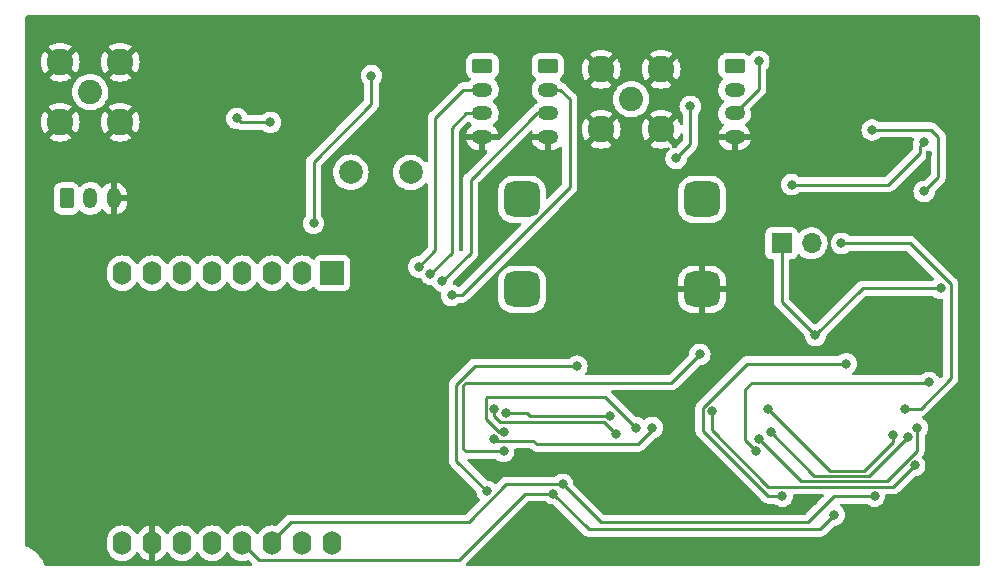
<source format=gbr>
%TF.GenerationSoftware,KiCad,Pcbnew,(6.0.7)*%
%TF.CreationDate,2023-09-13T17:05:02+02:00*%
%TF.ProjectId,freqcount1.1,66726571-636f-4756-9e74-312e312e6b69,rev?*%
%TF.SameCoordinates,PX2562500PY632ea00*%
%TF.FileFunction,Copper,L2,Bot*%
%TF.FilePolarity,Positive*%
%FSLAX46Y46*%
G04 Gerber Fmt 4.6, Leading zero omitted, Abs format (unit mm)*
G04 Created by KiCad (PCBNEW (6.0.7)) date 2023-09-13 17:05:02*
%MOMM*%
%LPD*%
G01*
G04 APERTURE LIST*
G04 Aperture macros list*
%AMRoundRect*
0 Rectangle with rounded corners*
0 $1 Rounding radius*
0 $2 $3 $4 $5 $6 $7 $8 $9 X,Y pos of 4 corners*
0 Add a 4 corners polygon primitive as box body*
4,1,4,$2,$3,$4,$5,$6,$7,$8,$9,$2,$3,0*
0 Add four circle primitives for the rounded corners*
1,1,$1+$1,$2,$3*
1,1,$1+$1,$4,$5*
1,1,$1+$1,$6,$7*
1,1,$1+$1,$8,$9*
0 Add four rect primitives between the rounded corners*
20,1,$1+$1,$2,$3,$4,$5,0*
20,1,$1+$1,$4,$5,$6,$7,0*
20,1,$1+$1,$6,$7,$8,$9,0*
20,1,$1+$1,$8,$9,$2,$3,0*%
G04 Aperture macros list end*
%TA.AperFunction,ComponentPad*%
%ADD10R,2.000000X2.000000*%
%TD*%
%TA.AperFunction,ComponentPad*%
%ADD11O,1.600000X2.000000*%
%TD*%
%TA.AperFunction,ComponentPad*%
%ADD12R,1.700000X1.700000*%
%TD*%
%TA.AperFunction,ComponentPad*%
%ADD13O,1.700000X1.700000*%
%TD*%
%TA.AperFunction,ComponentPad*%
%ADD14RoundRect,0.250000X-0.350000X-0.625000X0.350000X-0.625000X0.350000X0.625000X-0.350000X0.625000X0*%
%TD*%
%TA.AperFunction,ComponentPad*%
%ADD15O,1.200000X1.750000*%
%TD*%
%TA.AperFunction,ComponentPad*%
%ADD16RoundRect,0.250000X-0.625000X0.350000X-0.625000X-0.350000X0.625000X-0.350000X0.625000X0.350000X0*%
%TD*%
%TA.AperFunction,ComponentPad*%
%ADD17O,1.750000X1.200000*%
%TD*%
%TA.AperFunction,ComponentPad*%
%ADD18C,2.050000*%
%TD*%
%TA.AperFunction,ComponentPad*%
%ADD19C,2.250000*%
%TD*%
%TA.AperFunction,ComponentPad*%
%ADD20RoundRect,0.750000X-0.750000X-0.750000X0.750000X-0.750000X0.750000X0.750000X-0.750000X0.750000X0*%
%TD*%
%TA.AperFunction,ComponentPad*%
%ADD21C,2.000000*%
%TD*%
%TA.AperFunction,ViaPad*%
%ADD22C,0.800000*%
%TD*%
%TA.AperFunction,ViaPad*%
%ADD23C,0.600000*%
%TD*%
%TA.AperFunction,Conductor*%
%ADD24C,0.250000*%
%TD*%
G04 APERTURE END LIST*
D10*
%TO.P,U11,1,~{RST}*%
%TO.N,unconnected-(U11-Pad1)*%
X26490000Y25275000D03*
D11*
%TO.P,U11,2,A0*%
%TO.N,unconnected-(U11-Pad2)*%
X23950000Y25275000D03*
%TO.P,U11,3,D0*%
%TO.N,unconnected-(U11-Pad3)*%
X21410000Y25275000D03*
%TO.P,U11,4,SCK/D5*%
%TO.N,unconnected-(U11-Pad4)*%
X18870000Y25275000D03*
%TO.P,U11,5,MISO/D6*%
%TO.N,unconnected-(U11-Pad5)*%
X16330000Y25275000D03*
%TO.P,U11,6,MOSI/D7*%
%TO.N,unconnected-(U11-Pad6)*%
X13790000Y25275000D03*
%TO.P,U11,7,CS/D8*%
%TO.N,unconnected-(U11-Pad7)*%
X11250000Y25275000D03*
%TO.P,U11,8,3V3*%
%TO.N,unconnected-(U11-Pad8)*%
X8710000Y25275000D03*
%TO.P,U11,9,5V*%
%TO.N,+5V*%
X8710000Y2415000D03*
%TO.P,U11,10,GND*%
%TO.N,GND*%
X11250000Y2415000D03*
%TO.P,U11,11,D4*%
%TO.N,unconnected-(U11-Pad11)*%
X13790000Y2415000D03*
%TO.P,U11,12,D3*%
%TO.N,unconnected-(U11-Pad12)*%
X16330000Y2415000D03*
%TO.P,U11,13,SDA/D2*%
%TO.N,/ESP/SDA*%
X18870000Y2415000D03*
%TO.P,U11,14,SCL/D1*%
%TO.N,/ESP/SCK*%
X21410000Y2415000D03*
%TO.P,U11,15,RX*%
%TO.N,Rx*%
X23950000Y2415000D03*
%TO.P,U11,16,TX*%
%TO.N,Tx*%
X26490000Y2415000D03*
%TD*%
D12*
%TO.P,JP1,1,A*%
%TO.N,+5V*%
X64525000Y27800000D03*
D13*
%TO.P,JP1,2,B*%
%TO.N,/Zaehler_Referenz/measure_select*%
X67065000Y27800000D03*
%TD*%
D14*
%TO.P,J2,1,Pin_1*%
%TO.N,+5V*%
X4000000Y31600000D03*
D15*
%TO.P,J2,2,Pin_2*%
%TO.N,/Zaehler_Messsignal/Messsignal*%
X6000000Y31600000D03*
%TO.P,J2,3,Pin_3*%
%TO.N,GND*%
X8000000Y31600000D03*
%TD*%
D16*
%TO.P,J6,1,Pin_1*%
%TO.N,Net-(F1-Pad1)*%
X39200000Y42800000D03*
D17*
%TO.P,J6,2,Pin_2*%
%TO.N,/ESP/SDA*%
X39200000Y40800000D03*
%TO.P,J6,3,Pin_3*%
%TO.N,/ESP/SCK*%
X39200000Y38800000D03*
%TO.P,J6,4,Pin_4*%
%TO.N,GND*%
X39200000Y36800000D03*
%TD*%
D18*
%TO.P,J4,1,In*%
%TO.N,Net-(J4-Pad1)*%
X6000000Y40600000D03*
D19*
%TO.P,J4,2,Ext*%
%TO.N,GND*%
X3460000Y43140000D03*
X3460000Y38060000D03*
X8540000Y43140000D03*
X8540000Y38060000D03*
%TD*%
D16*
%TO.P,J3,1,Pin_1*%
%TO.N,Net-(F1-Pad1)*%
X44750000Y42800000D03*
D17*
%TO.P,J3,2,Pin_2*%
%TO.N,Tx*%
X44750000Y40800000D03*
%TO.P,J3,3,Pin_3*%
%TO.N,Rx*%
X44750000Y38800000D03*
%TO.P,J3,4,Pin_4*%
%TO.N,GND*%
X44750000Y36800000D03*
%TD*%
D20*
%TO.P,QA1,1,Vcontrol*%
%TO.N,Net-(J1-Pad2)*%
X42549000Y23905000D03*
%TO.P,QA1,7,GND*%
%TO.N,GND*%
X57789000Y23905000D03*
%TO.P,QA1,8,Out*%
%TO.N,/Teiler_1Hz/10MHz_Referenz*%
X57789000Y31525000D03*
%TO.P,QA1,14,Vin*%
%TO.N,+5V*%
X42549000Y31525000D03*
%TD*%
D18*
%TO.P,J5,1,In*%
%TO.N,/Teiler_1Hz/10MHz_Referenz*%
X51800000Y40000000D03*
D19*
%TO.P,J5,2,Ext*%
%TO.N,GND*%
X54340000Y42540000D03*
X49260000Y42540000D03*
X54340000Y37460000D03*
X49260000Y37460000D03*
%TD*%
D16*
%TO.P,J1,1,Pin_1*%
%TO.N,+5V*%
X60550000Y42800000D03*
D17*
%TO.P,J1,2,Pin_2*%
%TO.N,Net-(J1-Pad2)*%
X60550000Y40800000D03*
%TO.P,J1,3,Pin_3*%
%TO.N,/Teiler_1Hz/10MHz_Referenz*%
X60550000Y38800000D03*
%TO.P,J1,4,Pin_4*%
%TO.N,GND*%
X60550000Y36800000D03*
%TD*%
D21*
%TO.P,F1,1*%
%TO.N,Net-(F1-Pad1)*%
X28060000Y33810000D03*
%TO.P,F1,2*%
%TO.N,+5V*%
X33140000Y33800000D03*
%TD*%
D22*
%TO.N,Net-(D3-Pad1)*%
X70000000Y17600000D03*
X64600000Y6400000D03*
%TO.N,Net-(D1-Pad1)*%
X39600000Y6800000D03*
X47200000Y17400000D03*
%TO.N,+5V*%
X67400000Y20000000D03*
X78000000Y24000000D03*
%TO.N,GND*%
X22000000Y41600000D03*
D23*
X72816798Y36025001D03*
D22*
X58800000Y6200000D03*
D23*
X77000000Y35400000D03*
D22*
X71600000Y31600000D03*
X54400000Y17200000D03*
X72400000Y39600000D03*
D23*
X78616798Y43374999D03*
D22*
X23000000Y37200000D03*
D23*
X69183202Y43374999D03*
D22*
X64800000Y39800000D03*
X67200000Y6000000D03*
X76800000Y17600000D03*
X72200000Y29400000D03*
X39200000Y8800000D03*
X27200000Y44600000D03*
D23*
X64816798Y44025001D03*
X73200000Y44200000D03*
D22*
X59200000Y9000000D03*
X12200000Y44600000D03*
X63800000Y31600000D03*
X43200000Y4400000D03*
X16800000Y42800000D03*
X37400000Y5600000D03*
D23*
X47282557Y8275001D03*
X69183202Y35374999D03*
D22*
%TO.N,Rx*%
X35800000Y24600000D03*
%TO.N,Tx*%
X36600000Y23400000D03*
%TO.N,Net-(U3-Pad7)*%
X65375000Y32775000D03*
X76600000Y36400000D03*
%TO.N,Net-(U4-Pad1)*%
X76600000Y32200000D03*
X72200000Y37400000D03*
%TO.N,Net-(U5-Pad4)*%
X57600000Y18400000D03*
X41000000Y10200000D03*
%TO.N,GAL1*%
X50487701Y11687701D03*
X40200000Y13800000D03*
%TO.N,GAU1*%
X41200000Y13400000D03*
X50000000Y13200000D03*
%TO.N,GBL1*%
X41000000Y11800000D03*
X52200000Y12200000D03*
%TO.N,GBU1*%
X40200000Y11200000D03*
X53600000Y12200000D03*
%TO.N,Net-(U8-Pad4)*%
X62400000Y10200000D03*
X77019799Y16019799D03*
%TO.N,GAL2*%
X58600000Y13600000D03*
X75800000Y9000000D03*
%TO.N,GAU2*%
X74000000Y11600000D03*
X63400000Y13800000D03*
%TO.N,GBL2*%
X75212299Y11412299D03*
X63600000Y11800000D03*
%TO.N,GBU2*%
X62600000Y11200000D03*
X76000000Y12200000D03*
%TO.N,/Zaehler_Referenz/measure_select*%
X75000000Y13800000D03*
X69600000Y27800000D03*
%TO.N,/Teiler_1Hz/10MHz_Referenz*%
X62600000Y43200000D03*
%TO.N,/ESP/SCK*%
X46000000Y7400000D03*
X72400000Y6400000D03*
X34800000Y25200000D03*
%TO.N,/ESP/SDA*%
X69000000Y4800000D03*
X33800000Y25800000D03*
X45200000Y6600000D03*
%TO.N,Net-(J1-Pad2)*%
X56800000Y39400000D03*
X55600000Y35000000D03*
%TO.N,Net-(C3-Pad1)*%
X18425000Y38375000D03*
X21250000Y38050000D03*
%TO.N,/Zaehler_Messsignal/Messsignal*%
X29800000Y42000000D03*
X24907500Y29507500D03*
%TD*%
D24*
%TO.N,Net-(D3-Pad1)*%
X57875000Y13900305D02*
X61574695Y17600000D01*
X63400000Y6400000D02*
X57875000Y11925000D01*
X61574695Y17600000D02*
X70000000Y17600000D01*
X64600000Y6400000D02*
X63400000Y6400000D01*
X57875000Y11925000D02*
X57875000Y13900305D01*
%TO.N,Net-(D1-Pad1)*%
X37000000Y9400000D02*
X39600000Y6800000D01*
X47200000Y17400000D02*
X38563604Y17400000D01*
X38563604Y17400000D02*
X37000000Y15836396D01*
X37000000Y15836396D02*
X37000000Y9400000D01*
%TO.N,+5V*%
X71400000Y24000000D02*
X78000000Y24000000D01*
X67400000Y20000000D02*
X71400000Y24000000D01*
X64525000Y22875000D02*
X67400000Y20000000D01*
X64525000Y27800000D02*
X64525000Y22875000D01*
%TO.N,Rx*%
X38200000Y27000000D02*
X38200000Y33200000D01*
X35800000Y24600000D02*
X38200000Y27000000D01*
X43800000Y38800000D02*
X44750000Y38800000D01*
X38200000Y33200000D02*
X43800000Y38800000D01*
%TO.N,Tx*%
X45800000Y40800000D02*
X44750000Y40800000D01*
X46600000Y32555720D02*
X46600000Y40000000D01*
X37444280Y23400000D02*
X46600000Y32555720D01*
X36600000Y23400000D02*
X37444280Y23400000D01*
X46600000Y40000000D02*
X45800000Y40800000D01*
%TO.N,Net-(U3-Pad7)*%
X76600000Y36400000D02*
X76275000Y36075000D01*
X76275000Y36075000D02*
X76275000Y35475000D01*
X73575000Y32775000D02*
X65375000Y32775000D01*
X76275000Y35475000D02*
X73575000Y32775000D01*
%TO.N,Net-(U4-Pad1)*%
X77800000Y36800000D02*
X77200000Y37400000D01*
X77200000Y37400000D02*
X72200000Y37400000D01*
X76600000Y32200000D02*
X77800000Y33400000D01*
X77800000Y33400000D02*
X77800000Y36800000D01*
%TO.N,Net-(U5-Pad4)*%
X37800000Y16000000D02*
X37600000Y15800000D01*
X37800000Y10200000D02*
X41000000Y10200000D01*
X37600000Y15800000D02*
X37600000Y10400000D01*
X57600000Y18400000D02*
X55200000Y16000000D01*
X37600000Y10400000D02*
X37800000Y10200000D01*
X55200000Y16000000D02*
X37800000Y16000000D01*
%TO.N,GAL1*%
X50487701Y11687701D02*
X49500402Y12675000D01*
X40200000Y13200000D02*
X40200000Y13800000D01*
X40725000Y12675000D02*
X40200000Y13200000D01*
X49500402Y12675000D02*
X40725000Y12675000D01*
%TO.N,GAU1*%
X43200000Y13200000D02*
X43000000Y13400000D01*
X50000000Y13200000D02*
X43200000Y13200000D01*
X43000000Y13400000D02*
X41200000Y13400000D01*
%TO.N,GBL1*%
X39475000Y12950305D02*
X40625305Y11800000D01*
X39475000Y14675000D02*
X39475000Y12950305D01*
X52200000Y12200000D02*
X49600000Y14800000D01*
X49600000Y14800000D02*
X39600000Y14800000D01*
X39600000Y14800000D02*
X39475000Y14675000D01*
X40625305Y11800000D02*
X41000000Y11800000D01*
%TO.N,GBU1*%
X43800000Y10800000D02*
X52400000Y10800000D01*
X53600000Y12000000D02*
X53600000Y12200000D01*
X40200000Y11200000D02*
X40325000Y11075000D01*
X52400000Y10800000D02*
X53600000Y12000000D01*
X40325000Y11075000D02*
X43525000Y11075000D01*
X43525000Y11075000D02*
X43800000Y10800000D01*
%TO.N,Net-(U8-Pad4)*%
X62000000Y16000000D02*
X61475000Y15475000D01*
X61475000Y15475000D02*
X61475000Y11125000D01*
X77019799Y16019799D02*
X77000000Y16000000D01*
X77000000Y16000000D02*
X62000000Y16000000D01*
X61475000Y11125000D02*
X62400000Y10200000D01*
%TO.N,GAL2*%
X75800000Y9000000D02*
X74000000Y7200000D01*
X74000000Y7200000D02*
X63400000Y7200000D01*
X63400000Y7200000D02*
X58600000Y12000000D01*
X58600000Y12000000D02*
X58600000Y13600000D01*
%TO.N,GAU2*%
X63400000Y13800000D02*
X68650000Y8550000D01*
X68650000Y8550000D02*
X71550000Y8550000D01*
X71550000Y8550000D02*
X74000000Y11000000D01*
X74000000Y11000000D02*
X74000000Y11600000D01*
%TO.N,GBL2*%
X75212299Y11412299D02*
X71900000Y8100000D01*
X67300000Y8100000D02*
X63600000Y11800000D01*
X71900000Y8100000D02*
X67300000Y8100000D01*
%TO.N,GBU2*%
X73424695Y7650000D02*
X76000000Y10225305D01*
X62600000Y11200000D02*
X66150000Y7650000D01*
X66150000Y7650000D02*
X73424695Y7650000D01*
X76000000Y10225305D02*
X76000000Y12200000D01*
%TO.N,/Zaehler_Referenz/measure_select*%
X76300305Y13800000D02*
X78862500Y16362195D01*
X75000000Y13800000D02*
X76300305Y13800000D01*
X78862500Y24337500D02*
X75400000Y27800000D01*
X75400000Y27800000D02*
X69600000Y27800000D01*
X78862500Y16362195D02*
X78862500Y24337500D01*
%TO.N,/Teiler_1Hz/10MHz_Referenz*%
X62600000Y43200000D02*
X62600000Y40850000D01*
X62600000Y40850000D02*
X60550000Y38800000D01*
%TO.N,/ESP/SCK*%
X38025305Y4200000D02*
X23000000Y4200000D01*
X69000000Y6400000D02*
X72400000Y6400000D01*
X46000000Y7400000D02*
X49200000Y4200000D01*
X46000000Y7400000D02*
X41225305Y7400000D01*
X34800000Y25200000D02*
X36600000Y27000000D01*
X23000000Y4200000D02*
X21410000Y2610000D01*
X66800000Y4200000D02*
X69000000Y6400000D01*
X36600000Y37600000D02*
X37800000Y38800000D01*
X36600000Y27000000D02*
X36600000Y37600000D01*
X37800000Y38800000D02*
X39200000Y38800000D01*
X21410000Y2610000D02*
X21410000Y2415000D01*
X49200000Y4200000D02*
X66800000Y4200000D01*
X41225305Y7400000D02*
X38025305Y4200000D01*
%TO.N,/ESP/SDA*%
X67800000Y3600000D02*
X69000000Y4800000D01*
X20285000Y1000000D02*
X18870000Y2415000D01*
X37600000Y40800000D02*
X39200000Y40800000D01*
X35200000Y38400000D02*
X37600000Y40800000D01*
X48200000Y3600000D02*
X67800000Y3600000D01*
X37200000Y1000000D02*
X20285000Y1000000D01*
X42800000Y6600000D02*
X37200000Y1000000D01*
X33800000Y25800000D02*
X35200000Y27200000D01*
X45200000Y6600000D02*
X42800000Y6600000D01*
X35200000Y27200000D02*
X35200000Y38400000D01*
X45200000Y6600000D02*
X48200000Y3600000D01*
%TO.N,Net-(J1-Pad2)*%
X56800000Y39400000D02*
X56800000Y36200000D01*
X56800000Y36200000D02*
X55600000Y35000000D01*
%TO.N,Net-(C3-Pad1)*%
X18425000Y38375000D02*
X18750000Y38050000D01*
X18750000Y38050000D02*
X21250000Y38050000D01*
%TO.N,/Zaehler_Messsignal/Messsignal*%
X24907500Y29507500D02*
X24907500Y34707500D01*
X24907500Y34707500D02*
X29800000Y39600000D01*
X29800000Y39600000D02*
X29800000Y42000000D01*
%TD*%
%TA.AperFunction,Conductor*%
%TO.N,GND*%
G36*
X81233621Y47071498D02*
G01*
X81280114Y47017842D01*
X81291500Y46965500D01*
X81291500Y634500D01*
X81271498Y566379D01*
X81217842Y519886D01*
X81165500Y508500D01*
X37908594Y508500D01*
X37840473Y528502D01*
X37793980Y582158D01*
X37783876Y652432D01*
X37813370Y717012D01*
X37819499Y723595D01*
X40367654Y3271749D01*
X43025500Y5929595D01*
X43087812Y5963621D01*
X43114595Y5966500D01*
X44491800Y5966500D01*
X44559921Y5946498D01*
X44579147Y5930157D01*
X44579420Y5930460D01*
X44584332Y5926037D01*
X44588747Y5921134D01*
X44594086Y5917255D01*
X44660670Y5868879D01*
X44743248Y5808882D01*
X44749276Y5806198D01*
X44749278Y5806197D01*
X44849041Y5761780D01*
X44917712Y5731206D01*
X44983365Y5717251D01*
X45098056Y5692872D01*
X45098061Y5692872D01*
X45104513Y5691500D01*
X45160406Y5691500D01*
X45228527Y5671498D01*
X45249501Y5654595D01*
X47696343Y3207753D01*
X47703887Y3199463D01*
X47708000Y3192982D01*
X47713777Y3187557D01*
X47757667Y3146342D01*
X47760509Y3143587D01*
X47780231Y3123865D01*
X47783373Y3121428D01*
X47783433Y3121381D01*
X47792445Y3113683D01*
X47805878Y3101069D01*
X47824679Y3083414D01*
X47831622Y3079597D01*
X47842431Y3073655D01*
X47858953Y3062802D01*
X47874959Y3050386D01*
X47882237Y3047236D01*
X47882238Y3047236D01*
X47915537Y3032826D01*
X47926187Y3027609D01*
X47964940Y3006305D01*
X47972615Y3004334D01*
X47972616Y3004334D01*
X47984562Y3001267D01*
X48003267Y2994863D01*
X48021855Y2986819D01*
X48029678Y2985580D01*
X48029688Y2985577D01*
X48065524Y2979901D01*
X48077144Y2977495D01*
X48108959Y2969327D01*
X48119970Y2966500D01*
X48140224Y2966500D01*
X48159934Y2964949D01*
X48179943Y2961780D01*
X48187835Y2962526D01*
X48206580Y2964298D01*
X48223962Y2965941D01*
X48235819Y2966500D01*
X67721233Y2966500D01*
X67732416Y2965973D01*
X67739909Y2964298D01*
X67747835Y2964547D01*
X67747836Y2964547D01*
X67807986Y2966438D01*
X67811945Y2966500D01*
X67839856Y2966500D01*
X67843791Y2966997D01*
X67843856Y2967005D01*
X67855693Y2967938D01*
X67887951Y2968952D01*
X67891970Y2969078D01*
X67899889Y2969327D01*
X67919343Y2974979D01*
X67938700Y2978987D01*
X67950930Y2980532D01*
X67950931Y2980532D01*
X67958797Y2981526D01*
X67966168Y2984445D01*
X67966170Y2984445D01*
X67999912Y2997804D01*
X68011142Y3001649D01*
X68045983Y3011771D01*
X68045984Y3011771D01*
X68053593Y3013982D01*
X68060412Y3018015D01*
X68060417Y3018017D01*
X68071028Y3024293D01*
X68088776Y3032988D01*
X68107617Y3040448D01*
X68143387Y3066436D01*
X68153307Y3072952D01*
X68184535Y3091420D01*
X68184538Y3091422D01*
X68191362Y3095458D01*
X68205683Y3109779D01*
X68220717Y3122620D01*
X68222431Y3123865D01*
X68237107Y3134528D01*
X68265298Y3168605D01*
X68273288Y3177384D01*
X68950499Y3854595D01*
X69012811Y3888621D01*
X69039594Y3891500D01*
X69095487Y3891500D01*
X69101939Y3892872D01*
X69101944Y3892872D01*
X69188888Y3911353D01*
X69282288Y3931206D01*
X69288319Y3933891D01*
X69450722Y4006197D01*
X69450724Y4006198D01*
X69456752Y4008882D01*
X69611253Y4121134D01*
X69739040Y4263056D01*
X69834527Y4428444D01*
X69893542Y4610072D01*
X69899855Y4670131D01*
X69912814Y4793435D01*
X69913504Y4800000D01*
X69893542Y4989928D01*
X69834527Y5171556D01*
X69739040Y5336944D01*
X69611253Y5478866D01*
X69591976Y5492872D01*
X69529086Y5538564D01*
X69485732Y5594786D01*
X69479657Y5665523D01*
X69512789Y5728314D01*
X69574609Y5763226D01*
X69603147Y5766500D01*
X71691800Y5766500D01*
X71759921Y5746498D01*
X71779147Y5730157D01*
X71779420Y5730460D01*
X71784332Y5726037D01*
X71788747Y5721134D01*
X71810329Y5705454D01*
X71860787Y5668794D01*
X71943248Y5608882D01*
X71949276Y5606198D01*
X71949278Y5606197D01*
X72111681Y5533891D01*
X72117712Y5531206D01*
X72211113Y5511353D01*
X72298056Y5492872D01*
X72298061Y5492872D01*
X72304513Y5491500D01*
X72495487Y5491500D01*
X72501939Y5492872D01*
X72501944Y5492872D01*
X72588887Y5511353D01*
X72682288Y5531206D01*
X72688319Y5533891D01*
X72850722Y5606197D01*
X72850724Y5606198D01*
X72856752Y5608882D01*
X73011253Y5721134D01*
X73020322Y5731206D01*
X73134621Y5858148D01*
X73134622Y5858149D01*
X73139040Y5863056D01*
X73234527Y6028444D01*
X73293542Y6210072D01*
X73313504Y6400000D01*
X73312814Y6406568D01*
X73310632Y6427331D01*
X73323405Y6497169D01*
X73371908Y6549015D01*
X73435942Y6566500D01*
X73921233Y6566500D01*
X73932416Y6565973D01*
X73939909Y6564298D01*
X73947835Y6564547D01*
X73947836Y6564547D01*
X74007986Y6566438D01*
X74011945Y6566500D01*
X74039856Y6566500D01*
X74043791Y6566997D01*
X74043856Y6567005D01*
X74055693Y6567938D01*
X74087951Y6568952D01*
X74091970Y6569078D01*
X74099889Y6569327D01*
X74119343Y6574979D01*
X74138700Y6578987D01*
X74150930Y6580532D01*
X74150931Y6580532D01*
X74158797Y6581526D01*
X74166168Y6584445D01*
X74166170Y6584445D01*
X74199912Y6597804D01*
X74211142Y6601649D01*
X74245983Y6611771D01*
X74245984Y6611771D01*
X74253593Y6613982D01*
X74260412Y6618015D01*
X74260417Y6618017D01*
X74271028Y6624293D01*
X74288776Y6632988D01*
X74307617Y6640448D01*
X74343387Y6666436D01*
X74353307Y6672952D01*
X74384535Y6691420D01*
X74384538Y6691422D01*
X74391362Y6695458D01*
X74405683Y6709779D01*
X74420717Y6722620D01*
X74430694Y6729869D01*
X74437107Y6734528D01*
X74465298Y6768605D01*
X74473288Y6777384D01*
X75750499Y8054595D01*
X75812811Y8088621D01*
X75839594Y8091500D01*
X75895487Y8091500D01*
X75901939Y8092872D01*
X75901944Y8092872D01*
X75988887Y8111353D01*
X76082288Y8131206D01*
X76088319Y8133891D01*
X76250722Y8206197D01*
X76250724Y8206198D01*
X76256752Y8208882D01*
X76411253Y8321134D01*
X76539040Y8463056D01*
X76634527Y8628444D01*
X76693542Y8810072D01*
X76713504Y9000000D01*
X76699949Y9128972D01*
X76694232Y9183365D01*
X76694232Y9183367D01*
X76693542Y9189928D01*
X76634527Y9371556D01*
X76539040Y9536944D01*
X76461984Y9622524D01*
X76431268Y9686529D01*
X76440032Y9756983D01*
X76466526Y9795927D01*
X76476134Y9805535D01*
X76478612Y9808730D01*
X76486318Y9817752D01*
X76496358Y9828444D01*
X76516586Y9849984D01*
X76526346Y9867737D01*
X76537199Y9884260D01*
X76544753Y9893999D01*
X76549613Y9900264D01*
X76567176Y9940848D01*
X76572383Y9951478D01*
X76593695Y9990245D01*
X76595666Y9997922D01*
X76595668Y9997927D01*
X76598732Y10009863D01*
X76605138Y10028575D01*
X76610033Y10039886D01*
X76613181Y10047160D01*
X76614421Y10054988D01*
X76614423Y10054995D01*
X76620099Y10090829D01*
X76622505Y10102449D01*
X76631528Y10137594D01*
X76631528Y10137595D01*
X76633500Y10145275D01*
X76633500Y10165529D01*
X76635051Y10185240D01*
X76636980Y10197419D01*
X76638220Y10205248D01*
X76634059Y10249267D01*
X76633500Y10261124D01*
X76633500Y11497476D01*
X76653502Y11565597D01*
X76665858Y11581779D01*
X76739040Y11663056D01*
X76808501Y11783365D01*
X76831223Y11822721D01*
X76831224Y11822722D01*
X76834527Y11828444D01*
X76893542Y12010072D01*
X76895008Y12024015D01*
X76912814Y12193435D01*
X76913504Y12200000D01*
X76898595Y12341852D01*
X76894232Y12383365D01*
X76894232Y12383367D01*
X76893542Y12389928D01*
X76834527Y12571556D01*
X76739040Y12736944D01*
X76726931Y12750393D01*
X76615675Y12873955D01*
X76615674Y12873956D01*
X76611253Y12878866D01*
X76541102Y12929834D01*
X76473455Y12978983D01*
X76430101Y13035206D01*
X76424026Y13105942D01*
X76457158Y13168734D01*
X76512361Y13201915D01*
X76553898Y13213982D01*
X76560717Y13218015D01*
X76560722Y13218017D01*
X76571333Y13224293D01*
X76589081Y13232988D01*
X76607922Y13240448D01*
X76643692Y13266436D01*
X76653612Y13272952D01*
X76684840Y13291420D01*
X76684843Y13291422D01*
X76691667Y13295458D01*
X76705988Y13309779D01*
X76721022Y13322620D01*
X76730999Y13329869D01*
X76737412Y13334528D01*
X76765603Y13368605D01*
X76773593Y13377384D01*
X79254753Y15858543D01*
X79263039Y15866083D01*
X79269518Y15870195D01*
X79316144Y15919847D01*
X79318898Y15922688D01*
X79338635Y15942425D01*
X79341115Y15945622D01*
X79348820Y15954644D01*
X79353147Y15959252D01*
X79379086Y15986874D01*
X79382905Y15993820D01*
X79382907Y15993823D01*
X79388848Y16004629D01*
X79399699Y16021148D01*
X79407258Y16030894D01*
X79412114Y16037154D01*
X79415259Y16044423D01*
X79415262Y16044427D01*
X79429674Y16077732D01*
X79434891Y16088382D01*
X79456195Y16127135D01*
X79461233Y16146758D01*
X79467637Y16165461D01*
X79472533Y16176775D01*
X79472533Y16176776D01*
X79475681Y16184050D01*
X79476920Y16191873D01*
X79476923Y16191883D01*
X79482599Y16227719D01*
X79485005Y16239339D01*
X79494028Y16274484D01*
X79494028Y16274485D01*
X79496000Y16282165D01*
X79496000Y16302419D01*
X79497551Y16322130D01*
X79497629Y16322619D01*
X79500720Y16342138D01*
X79496559Y16386157D01*
X79496000Y16398014D01*
X79496000Y24258737D01*
X79496527Y24269921D01*
X79498201Y24277409D01*
X79496062Y24345468D01*
X79496000Y24349425D01*
X79496000Y24377356D01*
X79495494Y24381362D01*
X79494561Y24393208D01*
X79493422Y24429463D01*
X79493173Y24437390D01*
X79487522Y24456842D01*
X79483514Y24476194D01*
X79481968Y24488432D01*
X79481967Y24488434D01*
X79480974Y24496297D01*
X79477710Y24504542D01*
X79475255Y24510742D01*
X79464694Y24537414D01*
X79460859Y24548615D01*
X79448518Y24591094D01*
X79444485Y24597913D01*
X79444483Y24597918D01*
X79438207Y24608529D01*
X79429510Y24626279D01*
X79422052Y24645117D01*
X79412585Y24658148D01*
X79396072Y24680875D01*
X79389553Y24690799D01*
X79371078Y24722040D01*
X79371074Y24722045D01*
X79367042Y24728863D01*
X79352718Y24743187D01*
X79339876Y24758222D01*
X79327972Y24774607D01*
X79293906Y24802789D01*
X79285127Y24810778D01*
X75903652Y28192253D01*
X75896112Y28200539D01*
X75892000Y28207018D01*
X75842348Y28253644D01*
X75839507Y28256398D01*
X75819770Y28276135D01*
X75816573Y28278615D01*
X75807551Y28286320D01*
X75781100Y28311159D01*
X75775321Y28316586D01*
X75768375Y28320405D01*
X75768372Y28320407D01*
X75757566Y28326348D01*
X75741047Y28337199D01*
X75735048Y28341852D01*
X75725041Y28349614D01*
X75717772Y28352759D01*
X75717768Y28352762D01*
X75684463Y28367174D01*
X75673813Y28372391D01*
X75635060Y28393695D01*
X75615437Y28398733D01*
X75596734Y28405137D01*
X75585420Y28410033D01*
X75585419Y28410033D01*
X75578145Y28413181D01*
X75570322Y28414420D01*
X75570312Y28414423D01*
X75534476Y28420099D01*
X75522856Y28422505D01*
X75487711Y28431528D01*
X75487710Y28431528D01*
X75480030Y28433500D01*
X75459776Y28433500D01*
X75440065Y28435051D01*
X75427886Y28436980D01*
X75420057Y28438220D01*
X75412165Y28437474D01*
X75376039Y28434059D01*
X75364181Y28433500D01*
X70308200Y28433500D01*
X70240079Y28453502D01*
X70220853Y28469843D01*
X70220580Y28469540D01*
X70215668Y28473963D01*
X70211253Y28478866D01*
X70056752Y28591118D01*
X70050724Y28593802D01*
X70050722Y28593803D01*
X69888319Y28666109D01*
X69888318Y28666109D01*
X69882288Y28668794D01*
X69760331Y28694717D01*
X69701944Y28707128D01*
X69701939Y28707128D01*
X69695487Y28708500D01*
X69504513Y28708500D01*
X69498061Y28707128D01*
X69498056Y28707128D01*
X69439669Y28694717D01*
X69317712Y28668794D01*
X69311682Y28666109D01*
X69311681Y28666109D01*
X69149278Y28593803D01*
X69149276Y28593802D01*
X69143248Y28591118D01*
X68988747Y28478866D01*
X68984326Y28473956D01*
X68984325Y28473955D01*
X68875203Y28352762D01*
X68860960Y28336944D01*
X68765473Y28171556D01*
X68706458Y27989928D01*
X68686496Y27800000D01*
X68687186Y27793435D01*
X68693844Y27730092D01*
X68706458Y27610072D01*
X68765473Y27428444D01*
X68860960Y27263056D01*
X68865378Y27258149D01*
X68865379Y27258148D01*
X68984325Y27126045D01*
X68988747Y27121134D01*
X69003421Y27110473D01*
X69122494Y27023961D01*
X69143248Y27008882D01*
X69149276Y27006198D01*
X69149278Y27006197D01*
X69297457Y26940224D01*
X69317712Y26931206D01*
X69404009Y26912863D01*
X69498056Y26892872D01*
X69498061Y26892872D01*
X69504513Y26891500D01*
X69695487Y26891500D01*
X69701939Y26892872D01*
X69701944Y26892872D01*
X69795991Y26912863D01*
X69882288Y26931206D01*
X69902543Y26940224D01*
X70050722Y27006197D01*
X70050724Y27006198D01*
X70056752Y27008882D01*
X70077507Y27023961D01*
X70203551Y27115538D01*
X70211253Y27121134D01*
X70215668Y27126037D01*
X70220580Y27130460D01*
X70221705Y27129211D01*
X70275014Y27162051D01*
X70308200Y27166500D01*
X75085406Y27166500D01*
X75153527Y27146498D01*
X75174501Y27129595D01*
X77421399Y24882697D01*
X77455425Y24820385D01*
X77450360Y24749570D01*
X77406365Y24691666D01*
X77388747Y24678866D01*
X77384332Y24673962D01*
X77379420Y24669540D01*
X77378295Y24670789D01*
X77324986Y24637949D01*
X77291800Y24633500D01*
X71478767Y24633500D01*
X71467584Y24634027D01*
X71460091Y24635702D01*
X71452165Y24635453D01*
X71452164Y24635453D01*
X71392014Y24633562D01*
X71388055Y24633500D01*
X71360144Y24633500D01*
X71356210Y24633003D01*
X71356209Y24633003D01*
X71356144Y24632995D01*
X71344307Y24632062D01*
X71312643Y24631067D01*
X71308029Y24630922D01*
X71300110Y24630673D01*
X71285016Y24626288D01*
X71280658Y24625022D01*
X71261306Y24621014D01*
X71259415Y24620775D01*
X71241203Y24618474D01*
X71233834Y24615557D01*
X71233832Y24615556D01*
X71200097Y24602200D01*
X71188869Y24598355D01*
X71146407Y24586018D01*
X71139585Y24581984D01*
X71139579Y24581981D01*
X71128968Y24575706D01*
X71111218Y24567010D01*
X71099756Y24562472D01*
X71099751Y24562469D01*
X71092383Y24559552D01*
X71085968Y24554891D01*
X71056625Y24533573D01*
X71046707Y24527057D01*
X71030127Y24517251D01*
X71008637Y24504542D01*
X70994313Y24490218D01*
X70979281Y24477379D01*
X70962893Y24465472D01*
X70955754Y24456842D01*
X70934712Y24431407D01*
X70926722Y24422627D01*
X67489095Y20985000D01*
X67426783Y20950974D01*
X67355968Y20956039D01*
X67310905Y20985000D01*
X65195405Y23100500D01*
X65161379Y23162812D01*
X65158500Y23189595D01*
X65158500Y26315500D01*
X65178502Y26383621D01*
X65232158Y26430114D01*
X65284500Y26441500D01*
X65423134Y26441500D01*
X65485316Y26448255D01*
X65621705Y26499385D01*
X65738261Y26586739D01*
X65825615Y26703295D01*
X65849542Y26767119D01*
X65869598Y26820618D01*
X65912240Y26877382D01*
X65978802Y26902082D01*
X66048150Y26886874D01*
X66082817Y26858886D01*
X66111250Y26826062D01*
X66283126Y26683368D01*
X66476000Y26570662D01*
X66684692Y26490970D01*
X66689760Y26489939D01*
X66689763Y26489938D01*
X66768323Y26473955D01*
X66903597Y26446433D01*
X66908772Y26446243D01*
X66908774Y26446243D01*
X67121673Y26438436D01*
X67121677Y26438436D01*
X67126837Y26438247D01*
X67131957Y26438903D01*
X67131959Y26438903D01*
X67343288Y26465975D01*
X67343289Y26465975D01*
X67348416Y26466632D01*
X67372825Y26473955D01*
X67557429Y26529339D01*
X67557434Y26529341D01*
X67562384Y26530826D01*
X67762994Y26629104D01*
X67944860Y26758827D01*
X67950995Y26764940D01*
X68045268Y26858885D01*
X68103096Y26916511D01*
X68112670Y26929834D01*
X68230435Y27093723D01*
X68233453Y27097923D01*
X68243006Y27117251D01*
X68330136Y27293547D01*
X68330137Y27293549D01*
X68332430Y27298189D01*
X68377483Y27446474D01*
X68395865Y27506977D01*
X68395865Y27506979D01*
X68397370Y27511931D01*
X68426529Y27733410D01*
X68428156Y27800000D01*
X68409852Y28022639D01*
X68355431Y28239298D01*
X68266354Y28444160D01*
X68226906Y28505138D01*
X68147822Y28627383D01*
X68147820Y28627386D01*
X68145014Y28631723D01*
X67994670Y28796949D01*
X67990619Y28800148D01*
X67990615Y28800152D01*
X67823414Y28932200D01*
X67823410Y28932202D01*
X67819359Y28935402D01*
X67623789Y29043362D01*
X67618920Y29045086D01*
X67618916Y29045088D01*
X67418087Y29116205D01*
X67418083Y29116206D01*
X67413212Y29117931D01*
X67408119Y29118838D01*
X67408116Y29118839D01*
X67198373Y29156200D01*
X67198367Y29156201D01*
X67193284Y29157106D01*
X67119452Y29158008D01*
X66975081Y29159772D01*
X66975079Y29159772D01*
X66969911Y29159835D01*
X66749091Y29126045D01*
X66536756Y29056643D01*
X66506443Y29040863D01*
X66361957Y28965648D01*
X66338607Y28953493D01*
X66334474Y28950390D01*
X66334471Y28950388D01*
X66178851Y28833545D01*
X66159965Y28819365D01*
X66103537Y28760316D01*
X66079283Y28734936D01*
X66017759Y28699506D01*
X65946846Y28702963D01*
X65889060Y28744209D01*
X65870207Y28777757D01*
X65828767Y28888297D01*
X65825615Y28896705D01*
X65738261Y29013261D01*
X65621705Y29100615D01*
X65485316Y29151745D01*
X65423134Y29158500D01*
X63626866Y29158500D01*
X63564684Y29151745D01*
X63428295Y29100615D01*
X63311739Y29013261D01*
X63224385Y28896705D01*
X63173255Y28760316D01*
X63166500Y28698134D01*
X63166500Y26901866D01*
X63173255Y26839684D01*
X63224385Y26703295D01*
X63311739Y26586739D01*
X63428295Y26499385D01*
X63564684Y26448255D01*
X63626866Y26441500D01*
X63765500Y26441500D01*
X63833621Y26421498D01*
X63880114Y26367842D01*
X63891500Y26315500D01*
X63891500Y22953767D01*
X63890973Y22942584D01*
X63889298Y22935091D01*
X63889547Y22927165D01*
X63889547Y22927164D01*
X63891438Y22867014D01*
X63891500Y22863056D01*
X63891500Y22835144D01*
X63891997Y22831210D01*
X63891997Y22831209D01*
X63892005Y22831144D01*
X63892938Y22819307D01*
X63894327Y22775111D01*
X63899978Y22755661D01*
X63903987Y22736300D01*
X63906526Y22716203D01*
X63909445Y22708832D01*
X63909445Y22708830D01*
X63922804Y22675088D01*
X63926649Y22663858D01*
X63938982Y22621407D01*
X63943015Y22614588D01*
X63943017Y22614583D01*
X63949293Y22603972D01*
X63957988Y22586224D01*
X63965448Y22567383D01*
X63970110Y22560967D01*
X63970110Y22560966D01*
X63991436Y22531613D01*
X63997952Y22521693D01*
X64020458Y22483638D01*
X64034779Y22469317D01*
X64047619Y22454284D01*
X64059528Y22437893D01*
X64065634Y22432842D01*
X64093605Y22409702D01*
X64102384Y22401712D01*
X66452878Y20051217D01*
X66486904Y19988905D01*
X66489093Y19975294D01*
X66506458Y19810072D01*
X66565473Y19628444D01*
X66660960Y19463056D01*
X66788747Y19321134D01*
X66943248Y19208882D01*
X66949276Y19206198D01*
X66949278Y19206197D01*
X67111681Y19133891D01*
X67117712Y19131206D01*
X67211112Y19111353D01*
X67298056Y19092872D01*
X67298061Y19092872D01*
X67304513Y19091500D01*
X67495487Y19091500D01*
X67501939Y19092872D01*
X67501944Y19092872D01*
X67588888Y19111353D01*
X67682288Y19131206D01*
X67688319Y19133891D01*
X67850722Y19206197D01*
X67850724Y19206198D01*
X67856752Y19208882D01*
X68011253Y19321134D01*
X68139040Y19463056D01*
X68234527Y19628444D01*
X68293542Y19810072D01*
X68310907Y19975294D01*
X68337920Y20040950D01*
X68347122Y20051218D01*
X71625499Y23329595D01*
X71687811Y23363621D01*
X71714594Y23366500D01*
X77291800Y23366500D01*
X77359921Y23346498D01*
X77379147Y23330157D01*
X77379420Y23330460D01*
X77384332Y23326037D01*
X77388747Y23321134D01*
X77543248Y23208882D01*
X77549276Y23206198D01*
X77549278Y23206197D01*
X77711681Y23133891D01*
X77717712Y23131206D01*
X77811112Y23111353D01*
X77898056Y23092872D01*
X77898061Y23092872D01*
X77904513Y23091500D01*
X78095487Y23091500D01*
X78095487Y23090564D01*
X78159663Y23078830D01*
X78211512Y23030331D01*
X78229000Y22966290D01*
X78229000Y16676789D01*
X78208998Y16608668D01*
X78192095Y16587694D01*
X78022204Y16417803D01*
X77959892Y16383777D01*
X77889077Y16388842D01*
X77832241Y16431389D01*
X77823990Y16443898D01*
X77762140Y16551025D01*
X77758839Y16556743D01*
X77719881Y16600011D01*
X77635474Y16693754D01*
X77635473Y16693755D01*
X77631052Y16698665D01*
X77522639Y16777432D01*
X77481893Y16807036D01*
X77481892Y16807037D01*
X77476551Y16810917D01*
X77470523Y16813601D01*
X77470521Y16813602D01*
X77308118Y16885908D01*
X77308117Y16885908D01*
X77302087Y16888593D01*
X77208687Y16908446D01*
X77121743Y16926927D01*
X77121738Y16926927D01*
X77115286Y16928299D01*
X76924312Y16928299D01*
X76917860Y16926927D01*
X76917855Y16926927D01*
X76830911Y16908446D01*
X76737511Y16888593D01*
X76731481Y16885908D01*
X76731480Y16885908D01*
X76569077Y16813602D01*
X76569075Y16813601D01*
X76563047Y16810917D01*
X76557706Y16807037D01*
X76557705Y16807036D01*
X76516959Y16777432D01*
X76408546Y16698665D01*
X76404133Y16693763D01*
X76404131Y16693762D01*
X76387408Y16675189D01*
X76326962Y16637950D01*
X76293772Y16633500D01*
X70603147Y16633500D01*
X70535026Y16653502D01*
X70488533Y16707158D01*
X70478429Y16777432D01*
X70507923Y16842012D01*
X70529086Y16861436D01*
X70605909Y16917251D01*
X70605911Y16917253D01*
X70611253Y16921134D01*
X70616469Y16926927D01*
X70734621Y17058148D01*
X70734622Y17058149D01*
X70739040Y17063056D01*
X70834527Y17228444D01*
X70893542Y17410072D01*
X70913504Y17600000D01*
X70901181Y17717251D01*
X70894232Y17783365D01*
X70894232Y17783367D01*
X70893542Y17789928D01*
X70834527Y17971556D01*
X70739040Y18136944D01*
X70722882Y18154890D01*
X70615675Y18273955D01*
X70615674Y18273956D01*
X70611253Y18278866D01*
X70456752Y18391118D01*
X70450724Y18393802D01*
X70450722Y18393803D01*
X70288319Y18466109D01*
X70288318Y18466109D01*
X70282288Y18468794D01*
X70188887Y18488647D01*
X70101944Y18507128D01*
X70101939Y18507128D01*
X70095487Y18508500D01*
X69904513Y18508500D01*
X69898061Y18507128D01*
X69898056Y18507128D01*
X69811113Y18488647D01*
X69717712Y18468794D01*
X69711682Y18466109D01*
X69711681Y18466109D01*
X69549278Y18393803D01*
X69549276Y18393802D01*
X69543248Y18391118D01*
X69537907Y18387238D01*
X69537906Y18387237D01*
X69427646Y18307128D01*
X69388747Y18278866D01*
X69384332Y18273963D01*
X69379420Y18269540D01*
X69378295Y18270789D01*
X69324986Y18237949D01*
X69291800Y18233500D01*
X61653462Y18233500D01*
X61642279Y18234027D01*
X61634786Y18235702D01*
X61626860Y18235453D01*
X61626859Y18235453D01*
X61566696Y18233562D01*
X61562738Y18233500D01*
X61534839Y18233500D01*
X61530849Y18232996D01*
X61519015Y18232064D01*
X61474806Y18230674D01*
X61467192Y18228462D01*
X61467187Y18228461D01*
X61455354Y18225023D01*
X61435991Y18221012D01*
X61415898Y18218474D01*
X61408531Y18215557D01*
X61408526Y18215556D01*
X61374787Y18202198D01*
X61363560Y18198354D01*
X61321102Y18186018D01*
X61314276Y18181981D01*
X61303667Y18175707D01*
X61285919Y18167012D01*
X61267078Y18159552D01*
X61260662Y18154890D01*
X61260661Y18154890D01*
X61231308Y18133564D01*
X61221388Y18127048D01*
X61190160Y18108580D01*
X61190157Y18108578D01*
X61183333Y18104542D01*
X61169012Y18090221D01*
X61153979Y18077381D01*
X61137588Y18065472D01*
X61109949Y18032062D01*
X61109397Y18031395D01*
X61101407Y18022616D01*
X57482747Y14403957D01*
X57474461Y14396417D01*
X57467982Y14392305D01*
X57462557Y14386528D01*
X57421357Y14342654D01*
X57418602Y14339812D01*
X57398865Y14320075D01*
X57396385Y14316878D01*
X57388682Y14307858D01*
X57358414Y14275626D01*
X57354595Y14268680D01*
X57354593Y14268677D01*
X57348652Y14257871D01*
X57337801Y14241352D01*
X57325386Y14225346D01*
X57322241Y14218077D01*
X57322238Y14218073D01*
X57307826Y14184768D01*
X57302609Y14174118D01*
X57281305Y14135365D01*
X57279334Y14127690D01*
X57279334Y14127689D01*
X57276267Y14115743D01*
X57269863Y14097039D01*
X57261819Y14078450D01*
X57260580Y14070627D01*
X57260577Y14070617D01*
X57254901Y14034781D01*
X57252495Y14023161D01*
X57249933Y14013181D01*
X57241500Y13980335D01*
X57241500Y13960081D01*
X57239949Y13940371D01*
X57236780Y13920362D01*
X57237526Y13912470D01*
X57240941Y13876344D01*
X57241500Y13864486D01*
X57241500Y12003767D01*
X57240973Y11992584D01*
X57239298Y11985091D01*
X57239547Y11977165D01*
X57239547Y11977164D01*
X57241438Y11917014D01*
X57241500Y11913055D01*
X57241500Y11885144D01*
X57241997Y11881210D01*
X57241997Y11881209D01*
X57242005Y11881144D01*
X57242938Y11869307D01*
X57244327Y11825111D01*
X57249978Y11805661D01*
X57253987Y11786300D01*
X57256526Y11766203D01*
X57259445Y11758832D01*
X57259445Y11758830D01*
X57272804Y11725088D01*
X57276649Y11713858D01*
X57277051Y11712474D01*
X57288982Y11671407D01*
X57293015Y11664588D01*
X57293017Y11664583D01*
X57299293Y11653972D01*
X57307988Y11636224D01*
X57315448Y11617383D01*
X57320110Y11610967D01*
X57320110Y11610966D01*
X57341436Y11581613D01*
X57347952Y11571693D01*
X57358677Y11553559D01*
X57370458Y11533638D01*
X57384779Y11519317D01*
X57397619Y11504284D01*
X57409528Y11487893D01*
X57415634Y11482842D01*
X57443605Y11459702D01*
X57452384Y11451712D01*
X62896348Y6007747D01*
X62903888Y5999461D01*
X62908000Y5992982D01*
X62913777Y5987557D01*
X62957651Y5946357D01*
X62960493Y5943602D01*
X62980230Y5923865D01*
X62983427Y5921385D01*
X62992447Y5913682D01*
X63024679Y5883414D01*
X63031625Y5879595D01*
X63031628Y5879593D01*
X63042434Y5873652D01*
X63058953Y5862801D01*
X63074959Y5850386D01*
X63082228Y5847241D01*
X63082232Y5847238D01*
X63115537Y5832826D01*
X63126187Y5827609D01*
X63164940Y5806305D01*
X63172615Y5804334D01*
X63172616Y5804334D01*
X63184562Y5801267D01*
X63203267Y5794863D01*
X63221855Y5786819D01*
X63229678Y5785580D01*
X63229688Y5785577D01*
X63265524Y5779901D01*
X63277144Y5777495D01*
X63312289Y5768472D01*
X63319970Y5766500D01*
X63340224Y5766500D01*
X63359934Y5764949D01*
X63379943Y5761780D01*
X63387835Y5762526D01*
X63423961Y5765941D01*
X63435819Y5766500D01*
X63891800Y5766500D01*
X63959921Y5746498D01*
X63979147Y5730157D01*
X63979420Y5730460D01*
X63984332Y5726037D01*
X63988747Y5721134D01*
X64010329Y5705454D01*
X64060787Y5668794D01*
X64143248Y5608882D01*
X64149276Y5606198D01*
X64149278Y5606197D01*
X64311681Y5533891D01*
X64317712Y5531206D01*
X64411113Y5511353D01*
X64498056Y5492872D01*
X64498061Y5492872D01*
X64504513Y5491500D01*
X64695487Y5491500D01*
X64701939Y5492872D01*
X64701944Y5492872D01*
X64788887Y5511353D01*
X64882288Y5531206D01*
X64888319Y5533891D01*
X65050722Y5606197D01*
X65050724Y5606198D01*
X65056752Y5608882D01*
X65211253Y5721134D01*
X65220322Y5731206D01*
X65334621Y5858148D01*
X65334622Y5858149D01*
X65339040Y5863056D01*
X65434527Y6028444D01*
X65493542Y6210072D01*
X65513504Y6400000D01*
X65512814Y6406568D01*
X65510632Y6427331D01*
X65523405Y6497169D01*
X65571908Y6549015D01*
X65635942Y6566500D01*
X67966406Y6566500D01*
X68034527Y6546498D01*
X68081020Y6492842D01*
X68091124Y6422568D01*
X68061630Y6357988D01*
X68055503Y6351407D01*
X67312977Y5608882D01*
X66574500Y4870405D01*
X66512188Y4836379D01*
X66485405Y4833500D01*
X49514595Y4833500D01*
X49446474Y4853502D01*
X49425500Y4870405D01*
X46947122Y7348783D01*
X46913096Y7411095D01*
X46910907Y7424708D01*
X46894232Y7583365D01*
X46894232Y7583367D01*
X46893542Y7589928D01*
X46834527Y7771556D01*
X46739040Y7936944D01*
X46722882Y7954890D01*
X46615675Y8073955D01*
X46615674Y8073956D01*
X46611253Y8078866D01*
X46456752Y8191118D01*
X46450724Y8193802D01*
X46450722Y8193803D01*
X46288319Y8266109D01*
X46288318Y8266109D01*
X46282288Y8268794D01*
X46188887Y8288647D01*
X46101944Y8307128D01*
X46101939Y8307128D01*
X46095487Y8308500D01*
X45904513Y8308500D01*
X45898061Y8307128D01*
X45898056Y8307128D01*
X45811113Y8288647D01*
X45717712Y8268794D01*
X45711682Y8266109D01*
X45711681Y8266109D01*
X45549278Y8193803D01*
X45549276Y8193802D01*
X45543248Y8191118D01*
X45537907Y8187238D01*
X45537906Y8187237D01*
X45458898Y8129834D01*
X45388747Y8078866D01*
X45384332Y8073963D01*
X45379420Y8069540D01*
X45378295Y8070789D01*
X45324986Y8037949D01*
X45291800Y8033500D01*
X41304068Y8033500D01*
X41292884Y8034027D01*
X41285396Y8035701D01*
X41277473Y8035452D01*
X41217338Y8033562D01*
X41213380Y8033500D01*
X41185449Y8033500D01*
X41181534Y8033005D01*
X41181530Y8033005D01*
X41181472Y8032997D01*
X41181443Y8032994D01*
X41169601Y8032061D01*
X41125415Y8030673D01*
X41108049Y8025628D01*
X41105963Y8025022D01*
X41086611Y8021014D01*
X41074373Y8019468D01*
X41074371Y8019467D01*
X41066508Y8018474D01*
X41025391Y8002194D01*
X41014190Y7998359D01*
X40971711Y7986018D01*
X40964892Y7981985D01*
X40964887Y7981983D01*
X40954276Y7975707D01*
X40936526Y7967010D01*
X40917688Y7959552D01*
X40911272Y7954891D01*
X40911271Y7954890D01*
X40881930Y7933572D01*
X40872006Y7927053D01*
X40840765Y7908578D01*
X40840760Y7908574D01*
X40833942Y7904542D01*
X40819618Y7890218D01*
X40804586Y7877379D01*
X40788198Y7865472D01*
X40760017Y7831407D01*
X40752027Y7822627D01*
X40398484Y7469084D01*
X40336172Y7435058D01*
X40265357Y7440123D01*
X40221159Y7470188D01*
X40220577Y7469541D01*
X40215842Y7473804D01*
X40215760Y7473860D01*
X40211253Y7478866D01*
X40056752Y7591118D01*
X40050724Y7593802D01*
X40050722Y7593803D01*
X39888319Y7666109D01*
X39888318Y7666109D01*
X39882288Y7668794D01*
X39788887Y7688647D01*
X39701944Y7707128D01*
X39701939Y7707128D01*
X39695487Y7708500D01*
X39639595Y7708500D01*
X39571474Y7728502D01*
X39550500Y7745405D01*
X37944500Y9351405D01*
X37910474Y9413717D01*
X37915539Y9484532D01*
X37958086Y9541368D01*
X38024606Y9566179D01*
X38033595Y9566500D01*
X40291800Y9566500D01*
X40359921Y9546498D01*
X40379147Y9530157D01*
X40379420Y9530460D01*
X40384332Y9526037D01*
X40388747Y9521134D01*
X40543248Y9408882D01*
X40549276Y9406198D01*
X40549278Y9406197D01*
X40688300Y9344301D01*
X40717712Y9331206D01*
X40811113Y9311353D01*
X40898056Y9292872D01*
X40898061Y9292872D01*
X40904513Y9291500D01*
X41095487Y9291500D01*
X41101939Y9292872D01*
X41101944Y9292872D01*
X41188887Y9311353D01*
X41282288Y9331206D01*
X41311700Y9344301D01*
X41450722Y9406197D01*
X41450724Y9406198D01*
X41456752Y9408882D01*
X41611253Y9521134D01*
X41702831Y9622842D01*
X41734621Y9658148D01*
X41734622Y9658149D01*
X41739040Y9663056D01*
X41819683Y9802733D01*
X41831223Y9822721D01*
X41831224Y9822722D01*
X41834527Y9828444D01*
X41893542Y10010072D01*
X41913504Y10200000D01*
X41908208Y10250386D01*
X41902749Y10302330D01*
X41915521Y10372168D01*
X41964023Y10424015D01*
X42028059Y10441500D01*
X43209861Y10441500D01*
X43277982Y10421498D01*
X43305246Y10397321D01*
X43308000Y10392982D01*
X43313775Y10387559D01*
X43357652Y10346356D01*
X43360494Y10343601D01*
X43380230Y10323865D01*
X43383427Y10321385D01*
X43392447Y10313682D01*
X43424679Y10283414D01*
X43431625Y10279595D01*
X43431628Y10279593D01*
X43442434Y10273652D01*
X43458953Y10262801D01*
X43474959Y10250386D01*
X43482228Y10247241D01*
X43482232Y10247238D01*
X43515537Y10232826D01*
X43526187Y10227609D01*
X43564940Y10206305D01*
X43572615Y10204334D01*
X43572616Y10204334D01*
X43584562Y10201267D01*
X43603267Y10194863D01*
X43621855Y10186819D01*
X43629678Y10185580D01*
X43629688Y10185577D01*
X43665524Y10179901D01*
X43677144Y10177495D01*
X43708959Y10169327D01*
X43719970Y10166500D01*
X43740224Y10166500D01*
X43759934Y10164949D01*
X43779943Y10161780D01*
X43787835Y10162526D01*
X43806580Y10164298D01*
X43823962Y10165941D01*
X43835819Y10166500D01*
X52321233Y10166500D01*
X52332416Y10165973D01*
X52339909Y10164298D01*
X52347835Y10164547D01*
X52347836Y10164547D01*
X52407986Y10166438D01*
X52411945Y10166500D01*
X52439856Y10166500D01*
X52443791Y10166997D01*
X52443856Y10167005D01*
X52455693Y10167938D01*
X52487951Y10168952D01*
X52491970Y10169078D01*
X52499889Y10169327D01*
X52519343Y10174979D01*
X52538700Y10178987D01*
X52550930Y10180532D01*
X52550931Y10180532D01*
X52558797Y10181526D01*
X52566168Y10184445D01*
X52566170Y10184445D01*
X52599912Y10197804D01*
X52611142Y10201649D01*
X52645983Y10211771D01*
X52645984Y10211771D01*
X52653593Y10213982D01*
X52660412Y10218015D01*
X52660417Y10218017D01*
X52671028Y10224293D01*
X52688776Y10232988D01*
X52707617Y10240448D01*
X52743387Y10266436D01*
X52753307Y10272952D01*
X52784535Y10291420D01*
X52784538Y10291422D01*
X52791362Y10295458D01*
X52805683Y10309779D01*
X52820717Y10322620D01*
X52830694Y10329869D01*
X52837107Y10334528D01*
X52865298Y10368605D01*
X52873288Y10377384D01*
X53785824Y11289920D01*
X53848724Y11324072D01*
X53859540Y11326371D01*
X53875834Y11329834D01*
X53875836Y11329835D01*
X53882288Y11331206D01*
X53999440Y11383365D01*
X54050722Y11406197D01*
X54050724Y11406198D01*
X54056752Y11408882D01*
X54211253Y11521134D01*
X54215675Y11526045D01*
X54334621Y11658148D01*
X54334625Y11658153D01*
X54339040Y11663056D01*
X54408501Y11783365D01*
X54431223Y11822721D01*
X54431224Y11822722D01*
X54434527Y11828444D01*
X54493542Y12010072D01*
X54495008Y12024015D01*
X54512814Y12193435D01*
X54513504Y12200000D01*
X54498595Y12341852D01*
X54494232Y12383365D01*
X54494232Y12383367D01*
X54493542Y12389928D01*
X54434527Y12571556D01*
X54339040Y12736944D01*
X54326931Y12750393D01*
X54215675Y12873955D01*
X54215674Y12873956D01*
X54211253Y12878866D01*
X54091879Y12965597D01*
X54062094Y12987237D01*
X54062093Y12987238D01*
X54056752Y12991118D01*
X54050724Y12993802D01*
X54050722Y12993803D01*
X53888319Y13066109D01*
X53888318Y13066109D01*
X53882288Y13068794D01*
X53788888Y13088647D01*
X53701944Y13107128D01*
X53701939Y13107128D01*
X53695487Y13108500D01*
X53504513Y13108500D01*
X53498061Y13107128D01*
X53498056Y13107128D01*
X53411112Y13088647D01*
X53317712Y13068794D01*
X53311682Y13066109D01*
X53311681Y13066109D01*
X53149278Y12993803D01*
X53149276Y12993802D01*
X53143248Y12991118D01*
X53137907Y12987238D01*
X53137906Y12987237D01*
X53008025Y12892872D01*
X52988747Y12878866D01*
X52984325Y12873955D01*
X52984313Y12873944D01*
X52920306Y12843225D01*
X52849852Y12851987D01*
X52815687Y12873944D01*
X52815675Y12873955D01*
X52811253Y12878866D01*
X52791976Y12892872D01*
X52662094Y12987237D01*
X52662093Y12987238D01*
X52656752Y12991118D01*
X52650724Y12993802D01*
X52650722Y12993803D01*
X52488319Y13066109D01*
X52488318Y13066109D01*
X52482288Y13068794D01*
X52388888Y13088647D01*
X52301944Y13107128D01*
X52301939Y13107128D01*
X52295487Y13108500D01*
X52239595Y13108500D01*
X52171474Y13128502D01*
X52150500Y13145405D01*
X50144500Y15151405D01*
X50110474Y15213717D01*
X50115539Y15284532D01*
X50158086Y15341368D01*
X50224606Y15366179D01*
X50233595Y15366500D01*
X55121233Y15366500D01*
X55132416Y15365973D01*
X55139909Y15364298D01*
X55147835Y15364547D01*
X55147836Y15364547D01*
X55207986Y15366438D01*
X55211945Y15366500D01*
X55239856Y15366500D01*
X55243791Y15366997D01*
X55243856Y15367005D01*
X55255693Y15367938D01*
X55287951Y15368952D01*
X55291970Y15369078D01*
X55299889Y15369327D01*
X55319343Y15374979D01*
X55338700Y15378987D01*
X55350930Y15380532D01*
X55350931Y15380532D01*
X55358797Y15381526D01*
X55366168Y15384445D01*
X55366170Y15384445D01*
X55399912Y15397804D01*
X55411142Y15401649D01*
X55445983Y15411771D01*
X55445984Y15411771D01*
X55453593Y15413982D01*
X55460412Y15418015D01*
X55460417Y15418017D01*
X55471028Y15424293D01*
X55488776Y15432988D01*
X55507617Y15440448D01*
X55514055Y15445125D01*
X55543387Y15466436D01*
X55553307Y15472952D01*
X55584535Y15491420D01*
X55584538Y15491422D01*
X55591362Y15495458D01*
X55605683Y15509779D01*
X55620717Y15522620D01*
X55630694Y15529869D01*
X55637107Y15534528D01*
X55665298Y15568605D01*
X55673288Y15577384D01*
X57550499Y17454595D01*
X57612811Y17488621D01*
X57639594Y17491500D01*
X57695487Y17491500D01*
X57701939Y17492872D01*
X57701944Y17492872D01*
X57788887Y17511353D01*
X57882288Y17531206D01*
X57999440Y17583365D01*
X58050722Y17606197D01*
X58050724Y17606198D01*
X58056752Y17608882D01*
X58211253Y17721134D01*
X58306419Y17826827D01*
X58334621Y17858148D01*
X58334622Y17858149D01*
X58339040Y17863056D01*
X58430237Y18021013D01*
X58431223Y18022721D01*
X58431224Y18022722D01*
X58434527Y18028444D01*
X58493542Y18210072D01*
X58494530Y18219467D01*
X58512814Y18393435D01*
X58513504Y18400000D01*
X58493542Y18589928D01*
X58434527Y18771556D01*
X58339040Y18936944D01*
X58211253Y19078866D01*
X58056752Y19191118D01*
X58050724Y19193802D01*
X58050722Y19193803D01*
X57888319Y19266109D01*
X57888318Y19266109D01*
X57882288Y19268794D01*
X57788887Y19288647D01*
X57701944Y19307128D01*
X57701939Y19307128D01*
X57695487Y19308500D01*
X57504513Y19308500D01*
X57498061Y19307128D01*
X57498056Y19307128D01*
X57411113Y19288647D01*
X57317712Y19268794D01*
X57311682Y19266109D01*
X57311681Y19266109D01*
X57149278Y19193803D01*
X57149276Y19193802D01*
X57143248Y19191118D01*
X56988747Y19078866D01*
X56860960Y18936944D01*
X56765473Y18771556D01*
X56706458Y18589928D01*
X56693727Y18468794D01*
X56689093Y18424707D01*
X56662080Y18359050D01*
X56652878Y18348782D01*
X54974500Y16670405D01*
X54912188Y16636379D01*
X54885405Y16633500D01*
X48015347Y16633500D01*
X47947226Y16653502D01*
X47900733Y16707158D01*
X47890629Y16777432D01*
X47921709Y16843808D01*
X47939040Y16863056D01*
X48034527Y17028444D01*
X48093542Y17210072D01*
X48094872Y17222721D01*
X48112814Y17393435D01*
X48113504Y17400000D01*
X48093542Y17589928D01*
X48034527Y17771556D01*
X47939040Y17936944D01*
X47922882Y17954890D01*
X47815675Y18073955D01*
X47815674Y18073956D01*
X47811253Y18078866D01*
X47684911Y18170659D01*
X47662094Y18187237D01*
X47662093Y18187238D01*
X47656752Y18191118D01*
X47650724Y18193802D01*
X47650722Y18193803D01*
X47488319Y18266109D01*
X47488318Y18266109D01*
X47482288Y18268794D01*
X47388888Y18288647D01*
X47301944Y18307128D01*
X47301939Y18307128D01*
X47295487Y18308500D01*
X47104513Y18308500D01*
X47098061Y18307128D01*
X47098056Y18307128D01*
X47011112Y18288647D01*
X46917712Y18268794D01*
X46911682Y18266109D01*
X46911681Y18266109D01*
X46749278Y18193803D01*
X46749276Y18193802D01*
X46743248Y18191118D01*
X46737907Y18187238D01*
X46737906Y18187237D01*
X46629645Y18108580D01*
X46588747Y18078866D01*
X46584332Y18073963D01*
X46579420Y18069540D01*
X46578295Y18070789D01*
X46524986Y18037949D01*
X46491800Y18033500D01*
X38642371Y18033500D01*
X38631188Y18034027D01*
X38623695Y18035702D01*
X38615769Y18035453D01*
X38615768Y18035453D01*
X38555618Y18033562D01*
X38551659Y18033500D01*
X38523748Y18033500D01*
X38519814Y18033003D01*
X38519813Y18033003D01*
X38519748Y18032995D01*
X38507911Y18032062D01*
X38475653Y18031048D01*
X38471634Y18030922D01*
X38463715Y18030673D01*
X38444261Y18025021D01*
X38424904Y18021013D01*
X38412674Y18019468D01*
X38412673Y18019468D01*
X38404807Y18018474D01*
X38397436Y18015555D01*
X38397434Y18015555D01*
X38363692Y18002196D01*
X38352462Y17998351D01*
X38317621Y17988229D01*
X38317620Y17988229D01*
X38310011Y17986018D01*
X38303192Y17981985D01*
X38303187Y17981983D01*
X38292576Y17975707D01*
X38274828Y17967012D01*
X38255987Y17959552D01*
X38249571Y17954890D01*
X38249570Y17954890D01*
X38220217Y17933564D01*
X38210297Y17927048D01*
X38179069Y17908580D01*
X38179066Y17908578D01*
X38172242Y17904542D01*
X38157921Y17890221D01*
X38142888Y17877381D01*
X38126497Y17865472D01*
X38121446Y17859366D01*
X38098306Y17831395D01*
X38090316Y17822616D01*
X36607747Y16340048D01*
X36599461Y16332508D01*
X36592982Y16328396D01*
X36587557Y16322619D01*
X36546357Y16278745D01*
X36543602Y16275903D01*
X36523865Y16256166D01*
X36521385Y16252969D01*
X36513682Y16243949D01*
X36483414Y16211717D01*
X36479595Y16204771D01*
X36479593Y16204768D01*
X36473652Y16193962D01*
X36462801Y16177443D01*
X36450386Y16161437D01*
X36447241Y16154168D01*
X36447238Y16154164D01*
X36432826Y16120859D01*
X36427609Y16110209D01*
X36406305Y16071456D01*
X36404334Y16063781D01*
X36404334Y16063780D01*
X36401267Y16051834D01*
X36394863Y16033130D01*
X36393896Y16030894D01*
X36386819Y16014541D01*
X36385580Y16006718D01*
X36385577Y16006708D01*
X36379901Y15970872D01*
X36377495Y15959252D01*
X36373175Y15942425D01*
X36366500Y15916426D01*
X36366500Y15896172D01*
X36364949Y15876462D01*
X36361780Y15856453D01*
X36362526Y15848561D01*
X36365941Y15812435D01*
X36366500Y15800577D01*
X36366500Y9478767D01*
X36365973Y9467584D01*
X36364298Y9460091D01*
X36364547Y9452165D01*
X36364547Y9452164D01*
X36366438Y9392014D01*
X36366500Y9388055D01*
X36366500Y9360144D01*
X36366997Y9356210D01*
X36366997Y9356209D01*
X36367005Y9356144D01*
X36367938Y9344307D01*
X36369327Y9300111D01*
X36371829Y9291500D01*
X36374978Y9280661D01*
X36378987Y9261300D01*
X36381526Y9241203D01*
X36384445Y9233832D01*
X36384445Y9233830D01*
X36397804Y9200088D01*
X36401649Y9188858D01*
X36413982Y9146407D01*
X36418015Y9139588D01*
X36418017Y9139583D01*
X36424293Y9128972D01*
X36432988Y9111224D01*
X36440448Y9092383D01*
X36445110Y9085967D01*
X36445110Y9085966D01*
X36466436Y9056613D01*
X36472952Y9046693D01*
X36495458Y9008638D01*
X36509779Y8994317D01*
X36522619Y8979284D01*
X36534528Y8962893D01*
X36540634Y8957842D01*
X36568605Y8934702D01*
X36577384Y8926712D01*
X38652878Y6851218D01*
X38686904Y6788906D01*
X38689092Y6775297D01*
X38696894Y6701069D01*
X38705145Y6622568D01*
X38706458Y6610072D01*
X38765473Y6428444D01*
X38768776Y6422722D01*
X38768777Y6422721D01*
X38778103Y6406568D01*
X38860960Y6263056D01*
X38914320Y6203794D01*
X38938015Y6177478D01*
X38968732Y6113470D01*
X38959967Y6043017D01*
X38933473Y6004073D01*
X37799805Y4870405D01*
X37737493Y4836379D01*
X37710710Y4833500D01*
X23078768Y4833500D01*
X23067585Y4834027D01*
X23060092Y4835702D01*
X23052166Y4835453D01*
X23052165Y4835453D01*
X22992002Y4833562D01*
X22988044Y4833500D01*
X22960144Y4833500D01*
X22956154Y4832996D01*
X22944320Y4832064D01*
X22900111Y4830674D01*
X22892495Y4828461D01*
X22892493Y4828461D01*
X22880652Y4825021D01*
X22861293Y4821012D01*
X22859983Y4820846D01*
X22841203Y4818474D01*
X22833837Y4815558D01*
X22833831Y4815556D01*
X22800098Y4802200D01*
X22788868Y4798355D01*
X22754017Y4788230D01*
X22746407Y4786019D01*
X22739584Y4781984D01*
X22728966Y4775705D01*
X22711213Y4767008D01*
X22703568Y4763981D01*
X22692383Y4759552D01*
X22685968Y4754891D01*
X22656612Y4733563D01*
X22646695Y4727049D01*
X22608638Y4704542D01*
X22594317Y4690221D01*
X22579284Y4677381D01*
X22562893Y4665472D01*
X22557843Y4659368D01*
X22557838Y4659363D01*
X22534707Y4631402D01*
X22526717Y4622621D01*
X21827190Y3923095D01*
X21764878Y3889070D01*
X21705484Y3890484D01*
X21643402Y3907119D01*
X21643400Y3907119D01*
X21638087Y3908543D01*
X21410000Y3928498D01*
X21181913Y3908543D01*
X21176600Y3907119D01*
X21176598Y3907119D01*
X20966067Y3850707D01*
X20966065Y3850706D01*
X20960757Y3849284D01*
X20955776Y3846961D01*
X20955775Y3846961D01*
X20758238Y3754849D01*
X20758233Y3754846D01*
X20753251Y3752523D01*
X20679767Y3701069D01*
X20570211Y3624357D01*
X20570208Y3624355D01*
X20565700Y3621198D01*
X20403802Y3459300D01*
X20272477Y3271749D01*
X20270154Y3266767D01*
X20270151Y3266762D01*
X20254195Y3232543D01*
X20207278Y3179258D01*
X20139001Y3159797D01*
X20071041Y3180339D01*
X20025805Y3232543D01*
X20009849Y3266762D01*
X20009846Y3266767D01*
X20007523Y3271749D01*
X19876198Y3459300D01*
X19714300Y3621198D01*
X19709792Y3624355D01*
X19709789Y3624357D01*
X19600233Y3701069D01*
X19526749Y3752523D01*
X19521767Y3754846D01*
X19521762Y3754849D01*
X19324225Y3846961D01*
X19324224Y3846961D01*
X19319243Y3849284D01*
X19313935Y3850706D01*
X19313933Y3850707D01*
X19103402Y3907119D01*
X19103400Y3907119D01*
X19098087Y3908543D01*
X18870000Y3928498D01*
X18641913Y3908543D01*
X18636600Y3907119D01*
X18636598Y3907119D01*
X18426067Y3850707D01*
X18426065Y3850706D01*
X18420757Y3849284D01*
X18415776Y3846961D01*
X18415775Y3846961D01*
X18218238Y3754849D01*
X18218233Y3754846D01*
X18213251Y3752523D01*
X18139767Y3701069D01*
X18030211Y3624357D01*
X18030208Y3624355D01*
X18025700Y3621198D01*
X17863802Y3459300D01*
X17732477Y3271749D01*
X17730154Y3266767D01*
X17730151Y3266762D01*
X17714195Y3232543D01*
X17667278Y3179258D01*
X17599001Y3159797D01*
X17531041Y3180339D01*
X17485805Y3232543D01*
X17469849Y3266762D01*
X17469846Y3266767D01*
X17467523Y3271749D01*
X17336198Y3459300D01*
X17174300Y3621198D01*
X17169792Y3624355D01*
X17169789Y3624357D01*
X17060233Y3701069D01*
X16986749Y3752523D01*
X16981767Y3754846D01*
X16981762Y3754849D01*
X16784225Y3846961D01*
X16784224Y3846961D01*
X16779243Y3849284D01*
X16773935Y3850706D01*
X16773933Y3850707D01*
X16563402Y3907119D01*
X16563400Y3907119D01*
X16558087Y3908543D01*
X16330000Y3928498D01*
X16101913Y3908543D01*
X16096600Y3907119D01*
X16096598Y3907119D01*
X15886067Y3850707D01*
X15886065Y3850706D01*
X15880757Y3849284D01*
X15875776Y3846961D01*
X15875775Y3846961D01*
X15678238Y3754849D01*
X15678233Y3754846D01*
X15673251Y3752523D01*
X15599767Y3701069D01*
X15490211Y3624357D01*
X15490208Y3624355D01*
X15485700Y3621198D01*
X15323802Y3459300D01*
X15192477Y3271749D01*
X15190154Y3266767D01*
X15190151Y3266762D01*
X15174195Y3232543D01*
X15127278Y3179258D01*
X15059001Y3159797D01*
X14991041Y3180339D01*
X14945805Y3232543D01*
X14929849Y3266762D01*
X14929846Y3266767D01*
X14927523Y3271749D01*
X14796198Y3459300D01*
X14634300Y3621198D01*
X14629792Y3624355D01*
X14629789Y3624357D01*
X14520233Y3701069D01*
X14446749Y3752523D01*
X14441767Y3754846D01*
X14441762Y3754849D01*
X14244225Y3846961D01*
X14244224Y3846961D01*
X14239243Y3849284D01*
X14233935Y3850706D01*
X14233933Y3850707D01*
X14023402Y3907119D01*
X14023400Y3907119D01*
X14018087Y3908543D01*
X13790000Y3928498D01*
X13561913Y3908543D01*
X13556600Y3907119D01*
X13556598Y3907119D01*
X13346067Y3850707D01*
X13346065Y3850706D01*
X13340757Y3849284D01*
X13335776Y3846961D01*
X13335775Y3846961D01*
X13138238Y3754849D01*
X13138233Y3754846D01*
X13133251Y3752523D01*
X13059767Y3701069D01*
X12950211Y3624357D01*
X12950208Y3624355D01*
X12945700Y3621198D01*
X12783802Y3459300D01*
X12652477Y3271749D01*
X12650154Y3266767D01*
X12650151Y3266762D01*
X12633919Y3231951D01*
X12587002Y3178666D01*
X12518725Y3159205D01*
X12450765Y3179747D01*
X12405529Y3231951D01*
X12389414Y3266511D01*
X12383931Y3276007D01*
X12258972Y3454467D01*
X12251916Y3462875D01*
X12097875Y3616916D01*
X12089467Y3623972D01*
X11911007Y3748931D01*
X11901511Y3754414D01*
X11704053Y3846490D01*
X11693761Y3850236D01*
X11521497Y3896394D01*
X11507401Y3896058D01*
X11504000Y3888116D01*
X11504000Y947033D01*
X11507973Y933502D01*
X11516522Y932273D01*
X11693761Y979764D01*
X11704053Y983510D01*
X11901511Y1075586D01*
X11911007Y1081069D01*
X12089467Y1206028D01*
X12097875Y1213084D01*
X12251916Y1367125D01*
X12258972Y1375533D01*
X12383931Y1553993D01*
X12389414Y1563489D01*
X12405529Y1598049D01*
X12452446Y1651334D01*
X12520723Y1670795D01*
X12588683Y1650253D01*
X12633919Y1598049D01*
X12650151Y1563238D01*
X12650154Y1563233D01*
X12652477Y1558251D01*
X12655634Y1553743D01*
X12780640Y1375216D01*
X12783802Y1370700D01*
X12945700Y1208802D01*
X12950208Y1205645D01*
X12950211Y1205643D01*
X13028389Y1150902D01*
X13133251Y1077477D01*
X13138233Y1075154D01*
X13138238Y1075151D01*
X13279966Y1009063D01*
X13340757Y980716D01*
X13346065Y979294D01*
X13346067Y979293D01*
X13556598Y922881D01*
X13556600Y922881D01*
X13561913Y921457D01*
X13790000Y901502D01*
X14018087Y921457D01*
X14023400Y922881D01*
X14023402Y922881D01*
X14233933Y979293D01*
X14233935Y979294D01*
X14239243Y980716D01*
X14300034Y1009063D01*
X14441762Y1075151D01*
X14441767Y1075154D01*
X14446749Y1077477D01*
X14551611Y1150902D01*
X14629789Y1205643D01*
X14629792Y1205645D01*
X14634300Y1208802D01*
X14796198Y1370700D01*
X14799361Y1375216D01*
X14924366Y1553743D01*
X14927523Y1558251D01*
X14929846Y1563233D01*
X14929849Y1563238D01*
X14945805Y1597457D01*
X14992722Y1650742D01*
X15060999Y1670203D01*
X15128959Y1649661D01*
X15174195Y1597457D01*
X15190151Y1563238D01*
X15190154Y1563233D01*
X15192477Y1558251D01*
X15195634Y1553743D01*
X15320640Y1375216D01*
X15323802Y1370700D01*
X15485700Y1208802D01*
X15490208Y1205645D01*
X15490211Y1205643D01*
X15568389Y1150902D01*
X15673251Y1077477D01*
X15678233Y1075154D01*
X15678238Y1075151D01*
X15819966Y1009063D01*
X15880757Y980716D01*
X15886065Y979294D01*
X15886067Y979293D01*
X16096598Y922881D01*
X16096600Y922881D01*
X16101913Y921457D01*
X16330000Y901502D01*
X16558087Y921457D01*
X16563400Y922881D01*
X16563402Y922881D01*
X16773933Y979293D01*
X16773935Y979294D01*
X16779243Y980716D01*
X16840034Y1009063D01*
X16981762Y1075151D01*
X16981767Y1075154D01*
X16986749Y1077477D01*
X17091611Y1150902D01*
X17169789Y1205643D01*
X17169792Y1205645D01*
X17174300Y1208802D01*
X17336198Y1370700D01*
X17339361Y1375216D01*
X17464366Y1553743D01*
X17467523Y1558251D01*
X17469846Y1563233D01*
X17469849Y1563238D01*
X17485805Y1597457D01*
X17532722Y1650742D01*
X17600999Y1670203D01*
X17668959Y1649661D01*
X17714195Y1597457D01*
X17730151Y1563238D01*
X17730154Y1563233D01*
X17732477Y1558251D01*
X17735634Y1553743D01*
X17860640Y1375216D01*
X17863802Y1370700D01*
X18025700Y1208802D01*
X18030208Y1205645D01*
X18030211Y1205643D01*
X18108389Y1150902D01*
X18213251Y1077477D01*
X18218233Y1075154D01*
X18218238Y1075151D01*
X18359966Y1009063D01*
X18420757Y980716D01*
X18426065Y979294D01*
X18426067Y979293D01*
X18636598Y922881D01*
X18636600Y922881D01*
X18641913Y921457D01*
X18870000Y901502D01*
X19098087Y921457D01*
X19103400Y922881D01*
X19103402Y922881D01*
X19319243Y980716D01*
X19319815Y978582D01*
X19381849Y981406D01*
X19440981Y948115D01*
X19665501Y723595D01*
X19699527Y661283D01*
X19694462Y590468D01*
X19651915Y533632D01*
X19585395Y508821D01*
X19576406Y508500D01*
X2216537Y508500D01*
X2148416Y528502D01*
X2101923Y582158D01*
X2097764Y592440D01*
X2076520Y652432D01*
X2000934Y865881D01*
X1864907Y1129428D01*
X1851226Y1148895D01*
X1696835Y1368570D01*
X1694372Y1372075D01*
X1619349Y1452809D01*
X1495404Y1586190D01*
X1495401Y1586192D01*
X1492483Y1589333D01*
X1489168Y1592047D01*
X1489164Y1592050D01*
X1283022Y1760775D01*
X1262977Y1777182D01*
X1010101Y1932144D01*
X738533Y2051354D01*
X711776Y2058976D01*
X599981Y2090822D01*
X539946Y2128721D01*
X526347Y2157873D01*
X7401500Y2157873D01*
X7416457Y1986913D01*
X7417881Y1981600D01*
X7417881Y1981598D01*
X7472655Y1777182D01*
X7475716Y1765757D01*
X7478039Y1760776D01*
X7478039Y1760775D01*
X7570151Y1563238D01*
X7570154Y1563233D01*
X7572477Y1558251D01*
X7575634Y1553743D01*
X7700640Y1375216D01*
X7703802Y1370700D01*
X7865700Y1208802D01*
X7870208Y1205645D01*
X7870211Y1205643D01*
X7948389Y1150902D01*
X8053251Y1077477D01*
X8058233Y1075154D01*
X8058238Y1075151D01*
X8199966Y1009063D01*
X8260757Y980716D01*
X8266065Y979294D01*
X8266067Y979293D01*
X8476598Y922881D01*
X8476600Y922881D01*
X8481913Y921457D01*
X8710000Y901502D01*
X8938087Y921457D01*
X8943400Y922881D01*
X8943402Y922881D01*
X9153933Y979293D01*
X9153935Y979294D01*
X9159243Y980716D01*
X9220034Y1009063D01*
X9361762Y1075151D01*
X9361767Y1075154D01*
X9366749Y1077477D01*
X9471611Y1150902D01*
X9549789Y1205643D01*
X9549792Y1205645D01*
X9554300Y1208802D01*
X9716198Y1370700D01*
X9719361Y1375216D01*
X9844366Y1553743D01*
X9847523Y1558251D01*
X9849846Y1563233D01*
X9849849Y1563238D01*
X9866081Y1598049D01*
X9912998Y1651334D01*
X9981275Y1670795D01*
X10049235Y1650253D01*
X10094471Y1598049D01*
X10110586Y1563489D01*
X10116069Y1553993D01*
X10241028Y1375533D01*
X10248084Y1367125D01*
X10402125Y1213084D01*
X10410533Y1206028D01*
X10588993Y1081069D01*
X10598489Y1075586D01*
X10795947Y983510D01*
X10806239Y979764D01*
X10978503Y933606D01*
X10992599Y933942D01*
X10996000Y941884D01*
X10996000Y3882967D01*
X10992027Y3896498D01*
X10983478Y3897727D01*
X10806239Y3850236D01*
X10795947Y3846490D01*
X10598489Y3754414D01*
X10588993Y3748931D01*
X10410533Y3623972D01*
X10402125Y3616916D01*
X10248084Y3462875D01*
X10241028Y3454467D01*
X10116069Y3276007D01*
X10110586Y3266511D01*
X10094471Y3231951D01*
X10047554Y3178666D01*
X9979277Y3159205D01*
X9911317Y3179747D01*
X9866081Y3231951D01*
X9849849Y3266762D01*
X9849846Y3266767D01*
X9847523Y3271749D01*
X9716198Y3459300D01*
X9554300Y3621198D01*
X9549792Y3624355D01*
X9549789Y3624357D01*
X9440233Y3701069D01*
X9366749Y3752523D01*
X9361767Y3754846D01*
X9361762Y3754849D01*
X9164225Y3846961D01*
X9164224Y3846961D01*
X9159243Y3849284D01*
X9153935Y3850706D01*
X9153933Y3850707D01*
X8943402Y3907119D01*
X8943400Y3907119D01*
X8938087Y3908543D01*
X8710000Y3928498D01*
X8481913Y3908543D01*
X8476600Y3907119D01*
X8476598Y3907119D01*
X8266067Y3850707D01*
X8266065Y3850706D01*
X8260757Y3849284D01*
X8255776Y3846961D01*
X8255775Y3846961D01*
X8058238Y3754849D01*
X8058233Y3754846D01*
X8053251Y3752523D01*
X7979767Y3701069D01*
X7870211Y3624357D01*
X7870208Y3624355D01*
X7865700Y3621198D01*
X7703802Y3459300D01*
X7572477Y3271749D01*
X7570154Y3266767D01*
X7570151Y3266762D01*
X7480105Y3073655D01*
X7475716Y3064243D01*
X7474294Y3058935D01*
X7474293Y3058933D01*
X7448593Y2963020D01*
X7416457Y2843087D01*
X7401500Y2672127D01*
X7401500Y2157873D01*
X526347Y2157873D01*
X509932Y2193061D01*
X508500Y2212001D01*
X508500Y25017873D01*
X7401500Y25017873D01*
X7401738Y25015156D01*
X7401738Y25015149D01*
X7407746Y24946480D01*
X7416457Y24846913D01*
X7417881Y24841600D01*
X7417881Y24841598D01*
X7474027Y24632062D01*
X7475716Y24625757D01*
X7478039Y24620776D01*
X7478039Y24620775D01*
X7570151Y24423238D01*
X7570154Y24423233D01*
X7572477Y24418251D01*
X7640388Y24321264D01*
X7676168Y24270166D01*
X7703802Y24230700D01*
X7865700Y24068802D01*
X7870208Y24065645D01*
X7870211Y24065643D01*
X7911536Y24036707D01*
X8053251Y23937477D01*
X8058233Y23935154D01*
X8058238Y23935151D01*
X8255775Y23843039D01*
X8260757Y23840716D01*
X8266065Y23839294D01*
X8266067Y23839293D01*
X8476598Y23782881D01*
X8476600Y23782881D01*
X8481913Y23781457D01*
X8710000Y23761502D01*
X8938087Y23781457D01*
X8943400Y23782881D01*
X8943402Y23782881D01*
X9153933Y23839293D01*
X9153935Y23839294D01*
X9159243Y23840716D01*
X9164225Y23843039D01*
X9361762Y23935151D01*
X9361767Y23935154D01*
X9366749Y23937477D01*
X9508464Y24036707D01*
X9549789Y24065643D01*
X9549792Y24065645D01*
X9554300Y24068802D01*
X9716198Y24230700D01*
X9743833Y24270166D01*
X9779612Y24321264D01*
X9847523Y24418251D01*
X9849846Y24423233D01*
X9849849Y24423238D01*
X9865805Y24457457D01*
X9912722Y24510742D01*
X9980999Y24530203D01*
X10048959Y24509661D01*
X10094195Y24457457D01*
X10110151Y24423238D01*
X10110154Y24423233D01*
X10112477Y24418251D01*
X10180388Y24321264D01*
X10216168Y24270166D01*
X10243802Y24230700D01*
X10405700Y24068802D01*
X10410208Y24065645D01*
X10410211Y24065643D01*
X10451536Y24036707D01*
X10593251Y23937477D01*
X10598233Y23935154D01*
X10598238Y23935151D01*
X10795775Y23843039D01*
X10800757Y23840716D01*
X10806065Y23839294D01*
X10806067Y23839293D01*
X11016598Y23782881D01*
X11016600Y23782881D01*
X11021913Y23781457D01*
X11250000Y23761502D01*
X11478087Y23781457D01*
X11483400Y23782881D01*
X11483402Y23782881D01*
X11693933Y23839293D01*
X11693935Y23839294D01*
X11699243Y23840716D01*
X11704225Y23843039D01*
X11901762Y23935151D01*
X11901767Y23935154D01*
X11906749Y23937477D01*
X12048464Y24036707D01*
X12089789Y24065643D01*
X12089792Y24065645D01*
X12094300Y24068802D01*
X12256198Y24230700D01*
X12283833Y24270166D01*
X12319612Y24321264D01*
X12387523Y24418251D01*
X12389846Y24423233D01*
X12389849Y24423238D01*
X12405805Y24457457D01*
X12452722Y24510742D01*
X12520999Y24530203D01*
X12588959Y24509661D01*
X12634195Y24457457D01*
X12650151Y24423238D01*
X12650154Y24423233D01*
X12652477Y24418251D01*
X12720388Y24321264D01*
X12756168Y24270166D01*
X12783802Y24230700D01*
X12945700Y24068802D01*
X12950208Y24065645D01*
X12950211Y24065643D01*
X12991536Y24036707D01*
X13133251Y23937477D01*
X13138233Y23935154D01*
X13138238Y23935151D01*
X13335775Y23843039D01*
X13340757Y23840716D01*
X13346065Y23839294D01*
X13346067Y23839293D01*
X13556598Y23782881D01*
X13556600Y23782881D01*
X13561913Y23781457D01*
X13790000Y23761502D01*
X14018087Y23781457D01*
X14023400Y23782881D01*
X14023402Y23782881D01*
X14233933Y23839293D01*
X14233935Y23839294D01*
X14239243Y23840716D01*
X14244225Y23843039D01*
X14441762Y23935151D01*
X14441767Y23935154D01*
X14446749Y23937477D01*
X14588464Y24036707D01*
X14629789Y24065643D01*
X14629792Y24065645D01*
X14634300Y24068802D01*
X14796198Y24230700D01*
X14823833Y24270166D01*
X14859612Y24321264D01*
X14927523Y24418251D01*
X14929846Y24423233D01*
X14929849Y24423238D01*
X14945805Y24457457D01*
X14992722Y24510742D01*
X15060999Y24530203D01*
X15128959Y24509661D01*
X15174195Y24457457D01*
X15190151Y24423238D01*
X15190154Y24423233D01*
X15192477Y24418251D01*
X15260388Y24321264D01*
X15296168Y24270166D01*
X15323802Y24230700D01*
X15485700Y24068802D01*
X15490208Y24065645D01*
X15490211Y24065643D01*
X15531536Y24036707D01*
X15673251Y23937477D01*
X15678233Y23935154D01*
X15678238Y23935151D01*
X15875775Y23843039D01*
X15880757Y23840716D01*
X15886065Y23839294D01*
X15886067Y23839293D01*
X16096598Y23782881D01*
X16096600Y23782881D01*
X16101913Y23781457D01*
X16330000Y23761502D01*
X16558087Y23781457D01*
X16563400Y23782881D01*
X16563402Y23782881D01*
X16773933Y23839293D01*
X16773935Y23839294D01*
X16779243Y23840716D01*
X16784225Y23843039D01*
X16981762Y23935151D01*
X16981767Y23935154D01*
X16986749Y23937477D01*
X17128464Y24036707D01*
X17169789Y24065643D01*
X17169792Y24065645D01*
X17174300Y24068802D01*
X17336198Y24230700D01*
X17363833Y24270166D01*
X17399612Y24321264D01*
X17467523Y24418251D01*
X17469846Y24423233D01*
X17469849Y24423238D01*
X17485805Y24457457D01*
X17532722Y24510742D01*
X17600999Y24530203D01*
X17668959Y24509661D01*
X17714195Y24457457D01*
X17730151Y24423238D01*
X17730154Y24423233D01*
X17732477Y24418251D01*
X17800388Y24321264D01*
X17836168Y24270166D01*
X17863802Y24230700D01*
X18025700Y24068802D01*
X18030208Y24065645D01*
X18030211Y24065643D01*
X18071536Y24036707D01*
X18213251Y23937477D01*
X18218233Y23935154D01*
X18218238Y23935151D01*
X18415775Y23843039D01*
X18420757Y23840716D01*
X18426065Y23839294D01*
X18426067Y23839293D01*
X18636598Y23782881D01*
X18636600Y23782881D01*
X18641913Y23781457D01*
X18870000Y23761502D01*
X19098087Y23781457D01*
X19103400Y23782881D01*
X19103402Y23782881D01*
X19313933Y23839293D01*
X19313935Y23839294D01*
X19319243Y23840716D01*
X19324225Y23843039D01*
X19521762Y23935151D01*
X19521767Y23935154D01*
X19526749Y23937477D01*
X19668464Y24036707D01*
X19709789Y24065643D01*
X19709792Y24065645D01*
X19714300Y24068802D01*
X19876198Y24230700D01*
X19903833Y24270166D01*
X19939612Y24321264D01*
X20007523Y24418251D01*
X20009846Y24423233D01*
X20009849Y24423238D01*
X20025805Y24457457D01*
X20072722Y24510742D01*
X20140999Y24530203D01*
X20208959Y24509661D01*
X20254195Y24457457D01*
X20270151Y24423238D01*
X20270154Y24423233D01*
X20272477Y24418251D01*
X20340388Y24321264D01*
X20376168Y24270166D01*
X20403802Y24230700D01*
X20565700Y24068802D01*
X20570208Y24065645D01*
X20570211Y24065643D01*
X20611536Y24036707D01*
X20753251Y23937477D01*
X20758233Y23935154D01*
X20758238Y23935151D01*
X20955775Y23843039D01*
X20960757Y23840716D01*
X20966065Y23839294D01*
X20966067Y23839293D01*
X21176598Y23782881D01*
X21176600Y23782881D01*
X21181913Y23781457D01*
X21410000Y23761502D01*
X21638087Y23781457D01*
X21643400Y23782881D01*
X21643402Y23782881D01*
X21853933Y23839293D01*
X21853935Y23839294D01*
X21859243Y23840716D01*
X21864225Y23843039D01*
X22061762Y23935151D01*
X22061767Y23935154D01*
X22066749Y23937477D01*
X22208464Y24036707D01*
X22249789Y24065643D01*
X22249792Y24065645D01*
X22254300Y24068802D01*
X22416198Y24230700D01*
X22443833Y24270166D01*
X22479612Y24321264D01*
X22547523Y24418251D01*
X22549846Y24423233D01*
X22549849Y24423238D01*
X22565805Y24457457D01*
X22612722Y24510742D01*
X22680999Y24530203D01*
X22748959Y24509661D01*
X22794195Y24457457D01*
X22810151Y24423238D01*
X22810154Y24423233D01*
X22812477Y24418251D01*
X22880388Y24321264D01*
X22916168Y24270166D01*
X22943802Y24230700D01*
X23105700Y24068802D01*
X23110208Y24065645D01*
X23110211Y24065643D01*
X23151536Y24036707D01*
X23293251Y23937477D01*
X23298233Y23935154D01*
X23298238Y23935151D01*
X23495775Y23843039D01*
X23500757Y23840716D01*
X23506065Y23839294D01*
X23506067Y23839293D01*
X23716598Y23782881D01*
X23716600Y23782881D01*
X23721913Y23781457D01*
X23950000Y23761502D01*
X24178087Y23781457D01*
X24183400Y23782881D01*
X24183402Y23782881D01*
X24393933Y23839293D01*
X24393935Y23839294D01*
X24399243Y23840716D01*
X24404225Y23843039D01*
X24601762Y23935151D01*
X24601767Y23935154D01*
X24606749Y23937477D01*
X24748464Y24036707D01*
X24789789Y24065643D01*
X24789792Y24065645D01*
X24794300Y24068802D01*
X24823133Y24097635D01*
X24885445Y24131661D01*
X24956260Y24126596D01*
X25013096Y24084049D01*
X25030210Y24052768D01*
X25039385Y24028295D01*
X25126739Y23911739D01*
X25243295Y23824385D01*
X25379684Y23773255D01*
X25441866Y23766500D01*
X27538134Y23766500D01*
X27600316Y23773255D01*
X27736705Y23824385D01*
X27853261Y23911739D01*
X27940615Y24028295D01*
X27991745Y24164684D01*
X27998500Y24226866D01*
X27998500Y26323134D01*
X27991745Y26385316D01*
X27940615Y26521705D01*
X27853261Y26638261D01*
X27736705Y26725615D01*
X27600316Y26776745D01*
X27538134Y26783500D01*
X25441866Y26783500D01*
X25379684Y26776745D01*
X25243295Y26725615D01*
X25126739Y26638261D01*
X25039385Y26521705D01*
X25036233Y26513297D01*
X25036231Y26513293D01*
X25030210Y26497232D01*
X24987569Y26440467D01*
X24921008Y26415766D01*
X24851659Y26430973D01*
X24823133Y26452365D01*
X24794300Y26481198D01*
X24789792Y26484355D01*
X24789789Y26484357D01*
X24681032Y26560509D01*
X24606749Y26612523D01*
X24601767Y26614846D01*
X24601762Y26614849D01*
X24404225Y26706961D01*
X24404224Y26706961D01*
X24399243Y26709284D01*
X24393935Y26710706D01*
X24393933Y26710707D01*
X24183402Y26767119D01*
X24183400Y26767119D01*
X24178087Y26768543D01*
X23950000Y26788498D01*
X23721913Y26768543D01*
X23716600Y26767119D01*
X23716598Y26767119D01*
X23506067Y26710707D01*
X23506065Y26710706D01*
X23500757Y26709284D01*
X23495776Y26706961D01*
X23495775Y26706961D01*
X23298238Y26614849D01*
X23298233Y26614846D01*
X23293251Y26612523D01*
X23218968Y26560509D01*
X23110211Y26484357D01*
X23110208Y26484355D01*
X23105700Y26481198D01*
X22943802Y26319300D01*
X22812477Y26131749D01*
X22810154Y26126767D01*
X22810151Y26126762D01*
X22794195Y26092543D01*
X22747278Y26039258D01*
X22679001Y26019797D01*
X22611041Y26040339D01*
X22565805Y26092543D01*
X22549849Y26126762D01*
X22549846Y26126767D01*
X22547523Y26131749D01*
X22416198Y26319300D01*
X22254300Y26481198D01*
X22249792Y26484355D01*
X22249789Y26484357D01*
X22141032Y26560509D01*
X22066749Y26612523D01*
X22061767Y26614846D01*
X22061762Y26614849D01*
X21864225Y26706961D01*
X21864224Y26706961D01*
X21859243Y26709284D01*
X21853935Y26710706D01*
X21853933Y26710707D01*
X21643402Y26767119D01*
X21643400Y26767119D01*
X21638087Y26768543D01*
X21410000Y26788498D01*
X21181913Y26768543D01*
X21176600Y26767119D01*
X21176598Y26767119D01*
X20966067Y26710707D01*
X20966065Y26710706D01*
X20960757Y26709284D01*
X20955776Y26706961D01*
X20955775Y26706961D01*
X20758238Y26614849D01*
X20758233Y26614846D01*
X20753251Y26612523D01*
X20678968Y26560509D01*
X20570211Y26484357D01*
X20570208Y26484355D01*
X20565700Y26481198D01*
X20403802Y26319300D01*
X20272477Y26131749D01*
X20270154Y26126767D01*
X20270151Y26126762D01*
X20254195Y26092543D01*
X20207278Y26039258D01*
X20139001Y26019797D01*
X20071041Y26040339D01*
X20025805Y26092543D01*
X20009849Y26126762D01*
X20009846Y26126767D01*
X20007523Y26131749D01*
X19876198Y26319300D01*
X19714300Y26481198D01*
X19709792Y26484355D01*
X19709789Y26484357D01*
X19601032Y26560509D01*
X19526749Y26612523D01*
X19521767Y26614846D01*
X19521762Y26614849D01*
X19324225Y26706961D01*
X19324224Y26706961D01*
X19319243Y26709284D01*
X19313935Y26710706D01*
X19313933Y26710707D01*
X19103402Y26767119D01*
X19103400Y26767119D01*
X19098087Y26768543D01*
X18870000Y26788498D01*
X18641913Y26768543D01*
X18636600Y26767119D01*
X18636598Y26767119D01*
X18426067Y26710707D01*
X18426065Y26710706D01*
X18420757Y26709284D01*
X18415776Y26706961D01*
X18415775Y26706961D01*
X18218238Y26614849D01*
X18218233Y26614846D01*
X18213251Y26612523D01*
X18138968Y26560509D01*
X18030211Y26484357D01*
X18030208Y26484355D01*
X18025700Y26481198D01*
X17863802Y26319300D01*
X17732477Y26131749D01*
X17730154Y26126767D01*
X17730151Y26126762D01*
X17714195Y26092543D01*
X17667278Y26039258D01*
X17599001Y26019797D01*
X17531041Y26040339D01*
X17485805Y26092543D01*
X17469849Y26126762D01*
X17469846Y26126767D01*
X17467523Y26131749D01*
X17336198Y26319300D01*
X17174300Y26481198D01*
X17169792Y26484355D01*
X17169789Y26484357D01*
X17061032Y26560509D01*
X16986749Y26612523D01*
X16981767Y26614846D01*
X16981762Y26614849D01*
X16784225Y26706961D01*
X16784224Y26706961D01*
X16779243Y26709284D01*
X16773935Y26710706D01*
X16773933Y26710707D01*
X16563402Y26767119D01*
X16563400Y26767119D01*
X16558087Y26768543D01*
X16330000Y26788498D01*
X16101913Y26768543D01*
X16096600Y26767119D01*
X16096598Y26767119D01*
X15886067Y26710707D01*
X15886065Y26710706D01*
X15880757Y26709284D01*
X15875776Y26706961D01*
X15875775Y26706961D01*
X15678238Y26614849D01*
X15678233Y26614846D01*
X15673251Y26612523D01*
X15598968Y26560509D01*
X15490211Y26484357D01*
X15490208Y26484355D01*
X15485700Y26481198D01*
X15323802Y26319300D01*
X15192477Y26131749D01*
X15190154Y26126767D01*
X15190151Y26126762D01*
X15174195Y26092543D01*
X15127278Y26039258D01*
X15059001Y26019797D01*
X14991041Y26040339D01*
X14945805Y26092543D01*
X14929849Y26126762D01*
X14929846Y26126767D01*
X14927523Y26131749D01*
X14796198Y26319300D01*
X14634300Y26481198D01*
X14629792Y26484355D01*
X14629789Y26484357D01*
X14521032Y26560509D01*
X14446749Y26612523D01*
X14441767Y26614846D01*
X14441762Y26614849D01*
X14244225Y26706961D01*
X14244224Y26706961D01*
X14239243Y26709284D01*
X14233935Y26710706D01*
X14233933Y26710707D01*
X14023402Y26767119D01*
X14023400Y26767119D01*
X14018087Y26768543D01*
X13790000Y26788498D01*
X13561913Y26768543D01*
X13556600Y26767119D01*
X13556598Y26767119D01*
X13346067Y26710707D01*
X13346065Y26710706D01*
X13340757Y26709284D01*
X13335776Y26706961D01*
X13335775Y26706961D01*
X13138238Y26614849D01*
X13138233Y26614846D01*
X13133251Y26612523D01*
X13058968Y26560509D01*
X12950211Y26484357D01*
X12950208Y26484355D01*
X12945700Y26481198D01*
X12783802Y26319300D01*
X12652477Y26131749D01*
X12650154Y26126767D01*
X12650151Y26126762D01*
X12634195Y26092543D01*
X12587278Y26039258D01*
X12519001Y26019797D01*
X12451041Y26040339D01*
X12405805Y26092543D01*
X12389849Y26126762D01*
X12389846Y26126767D01*
X12387523Y26131749D01*
X12256198Y26319300D01*
X12094300Y26481198D01*
X12089792Y26484355D01*
X12089789Y26484357D01*
X11981032Y26560509D01*
X11906749Y26612523D01*
X11901767Y26614846D01*
X11901762Y26614849D01*
X11704225Y26706961D01*
X11704224Y26706961D01*
X11699243Y26709284D01*
X11693935Y26710706D01*
X11693933Y26710707D01*
X11483402Y26767119D01*
X11483400Y26767119D01*
X11478087Y26768543D01*
X11250000Y26788498D01*
X11021913Y26768543D01*
X11016600Y26767119D01*
X11016598Y26767119D01*
X10806067Y26710707D01*
X10806065Y26710706D01*
X10800757Y26709284D01*
X10795776Y26706961D01*
X10795775Y26706961D01*
X10598238Y26614849D01*
X10598233Y26614846D01*
X10593251Y26612523D01*
X10518968Y26560509D01*
X10410211Y26484357D01*
X10410208Y26484355D01*
X10405700Y26481198D01*
X10243802Y26319300D01*
X10112477Y26131749D01*
X10110154Y26126767D01*
X10110151Y26126762D01*
X10094195Y26092543D01*
X10047278Y26039258D01*
X9979001Y26019797D01*
X9911041Y26040339D01*
X9865805Y26092543D01*
X9849849Y26126762D01*
X9849846Y26126767D01*
X9847523Y26131749D01*
X9716198Y26319300D01*
X9554300Y26481198D01*
X9549792Y26484355D01*
X9549789Y26484357D01*
X9441032Y26560509D01*
X9366749Y26612523D01*
X9361767Y26614846D01*
X9361762Y26614849D01*
X9164225Y26706961D01*
X9164224Y26706961D01*
X9159243Y26709284D01*
X9153935Y26710706D01*
X9153933Y26710707D01*
X8943402Y26767119D01*
X8943400Y26767119D01*
X8938087Y26768543D01*
X8710000Y26788498D01*
X8481913Y26768543D01*
X8476600Y26767119D01*
X8476598Y26767119D01*
X8266067Y26710707D01*
X8266065Y26710706D01*
X8260757Y26709284D01*
X8255776Y26706961D01*
X8255775Y26706961D01*
X8058238Y26614849D01*
X8058233Y26614846D01*
X8053251Y26612523D01*
X7978968Y26560509D01*
X7870211Y26484357D01*
X7870208Y26484355D01*
X7865700Y26481198D01*
X7703802Y26319300D01*
X7572477Y26131749D01*
X7570154Y26126767D01*
X7570151Y26126762D01*
X7506345Y25989928D01*
X7475716Y25924243D01*
X7474294Y25918935D01*
X7474293Y25918933D01*
X7428864Y25749390D01*
X7416457Y25703087D01*
X7401500Y25532127D01*
X7401500Y25017873D01*
X508500Y25017873D01*
X508500Y29507500D01*
X23993996Y29507500D01*
X24013958Y29317572D01*
X24072973Y29135944D01*
X24076276Y29130222D01*
X24076277Y29130221D01*
X24083373Y29117931D01*
X24168460Y28970556D01*
X24172878Y28965649D01*
X24172879Y28965648D01*
X24186619Y28950388D01*
X24296247Y28828634D01*
X24390278Y28760316D01*
X24412448Y28744209D01*
X24450748Y28716382D01*
X24456776Y28713698D01*
X24456778Y28713697D01*
X24619181Y28641391D01*
X24625212Y28638706D01*
X24718613Y28618853D01*
X24805556Y28600372D01*
X24805561Y28600372D01*
X24812013Y28599000D01*
X25002987Y28599000D01*
X25009439Y28600372D01*
X25009444Y28600372D01*
X25096387Y28618853D01*
X25189788Y28638706D01*
X25195819Y28641391D01*
X25358222Y28713697D01*
X25358224Y28713698D01*
X25364252Y28716382D01*
X25402553Y28744209D01*
X25424722Y28760316D01*
X25518753Y28828634D01*
X25628381Y28950388D01*
X25642121Y28965648D01*
X25642122Y28965649D01*
X25646540Y28970556D01*
X25731627Y29117931D01*
X25738723Y29130221D01*
X25738724Y29130222D01*
X25742027Y29135944D01*
X25801042Y29317572D01*
X25821004Y29507500D01*
X25812730Y29586225D01*
X25801732Y29690865D01*
X25801732Y29690867D01*
X25801042Y29697428D01*
X25742027Y29879056D01*
X25646540Y30044444D01*
X25573363Y30125715D01*
X25542647Y30189721D01*
X25541000Y30210024D01*
X25541000Y33810000D01*
X26546835Y33810000D01*
X26565465Y33573289D01*
X26566619Y33568482D01*
X26566620Y33568476D01*
X26594136Y33453866D01*
X26620895Y33342406D01*
X26622788Y33337835D01*
X26622789Y33337833D01*
X26699648Y33152279D01*
X26711760Y33123037D01*
X26714346Y33118817D01*
X26833241Y32924798D01*
X26833245Y32924792D01*
X26835824Y32920584D01*
X26990031Y32740031D01*
X27170584Y32585824D01*
X27174792Y32583245D01*
X27174798Y32583241D01*
X27348853Y32476580D01*
X27373037Y32461760D01*
X27377607Y32459867D01*
X27377611Y32459865D01*
X27587833Y32372789D01*
X27592406Y32370895D01*
X27638870Y32359740D01*
X27818476Y32316620D01*
X27818482Y32316619D01*
X27823289Y32315465D01*
X28060000Y32296835D01*
X28296711Y32315465D01*
X28301518Y32316619D01*
X28301524Y32316620D01*
X28481130Y32359740D01*
X28527594Y32370895D01*
X28532167Y32372789D01*
X28742389Y32459865D01*
X28742393Y32459867D01*
X28746963Y32461760D01*
X28771147Y32476580D01*
X28945202Y32583241D01*
X28945208Y32583245D01*
X28949416Y32585824D01*
X29129969Y32740031D01*
X29284176Y32920584D01*
X29286755Y32924792D01*
X29286759Y32924798D01*
X29405654Y33118817D01*
X29408240Y33123037D01*
X29420353Y33152279D01*
X29497211Y33337833D01*
X29497212Y33337835D01*
X29499105Y33342406D01*
X29525864Y33453866D01*
X29553380Y33568476D01*
X29553381Y33568482D01*
X29554535Y33573289D01*
X29572378Y33800000D01*
X31626835Y33800000D01*
X31645465Y33563289D01*
X31646619Y33558482D01*
X31646620Y33558476D01*
X31669356Y33463775D01*
X31700895Y33332406D01*
X31702788Y33327835D01*
X31702789Y33327833D01*
X31789366Y33118817D01*
X31791760Y33113037D01*
X31794346Y33108817D01*
X31913241Y32914798D01*
X31913245Y32914792D01*
X31915824Y32910584D01*
X32070031Y32730031D01*
X32073787Y32726823D01*
X32080567Y32721032D01*
X32250584Y32575824D01*
X32254792Y32573245D01*
X32254798Y32573241D01*
X32439811Y32459865D01*
X32453037Y32451760D01*
X32457607Y32449867D01*
X32457611Y32449865D01*
X32651052Y32369740D01*
X32672406Y32360895D01*
X32718258Y32349887D01*
X32898476Y32306620D01*
X32898482Y32306619D01*
X32903289Y32305465D01*
X33140000Y32286835D01*
X33376711Y32305465D01*
X33381518Y32306619D01*
X33381524Y32306620D01*
X33561742Y32349887D01*
X33607594Y32360895D01*
X33628948Y32369740D01*
X33822389Y32449865D01*
X33822393Y32449867D01*
X33826963Y32451760D01*
X33840189Y32459865D01*
X34025202Y32573241D01*
X34025208Y32573245D01*
X34029416Y32575824D01*
X34199433Y32721032D01*
X34206213Y32726823D01*
X34209969Y32730031D01*
X34213177Y32733787D01*
X34213182Y32733792D01*
X34344689Y32887767D01*
X34404139Y32926577D01*
X34475134Y32927084D01*
X34535133Y32889127D01*
X34565086Y32824759D01*
X34566500Y32805937D01*
X34566500Y27514595D01*
X34546498Y27446474D01*
X34529595Y27425499D01*
X33849499Y26745404D01*
X33787187Y26711379D01*
X33760404Y26708500D01*
X33704513Y26708500D01*
X33698061Y26707128D01*
X33698056Y26707128D01*
X33611113Y26688647D01*
X33517712Y26668794D01*
X33511682Y26666109D01*
X33511681Y26666109D01*
X33349278Y26593803D01*
X33349276Y26593802D01*
X33343248Y26591118D01*
X33337907Y26587238D01*
X33337906Y26587237D01*
X33328263Y26580231D01*
X33188747Y26478866D01*
X33184326Y26473956D01*
X33184325Y26473955D01*
X33088781Y26367842D01*
X33060960Y26336944D01*
X32965473Y26171556D01*
X32906458Y25989928D01*
X32905768Y25983367D01*
X32905768Y25983365D01*
X32891489Y25847505D01*
X32886496Y25800000D01*
X32887186Y25793435D01*
X32905372Y25620409D01*
X32906458Y25610072D01*
X32965473Y25428444D01*
X33060960Y25263056D01*
X33188747Y25121134D01*
X33343248Y25008882D01*
X33349276Y25006198D01*
X33349278Y25006197D01*
X33511681Y24933891D01*
X33517712Y24931206D01*
X33611113Y24911353D01*
X33698056Y24892872D01*
X33698061Y24892872D01*
X33704513Y24891500D01*
X33856329Y24891500D01*
X33924450Y24871498D01*
X33962774Y24826886D01*
X33965473Y24828444D01*
X34060960Y24663056D01*
X34065378Y24658149D01*
X34065379Y24658148D01*
X34174101Y24537400D01*
X34188747Y24521134D01*
X34258948Y24470130D01*
X34330353Y24418251D01*
X34343248Y24408882D01*
X34349276Y24406198D01*
X34349278Y24406197D01*
X34485681Y24345467D01*
X34517712Y24331206D01*
X34611112Y24311353D01*
X34698056Y24292872D01*
X34698061Y24292872D01*
X34704513Y24291500D01*
X34856329Y24291500D01*
X34924450Y24271498D01*
X34962774Y24226886D01*
X34965473Y24228444D01*
X35060960Y24063056D01*
X35188747Y23921134D01*
X35343248Y23808882D01*
X35349276Y23806198D01*
X35349278Y23806197D01*
X35511681Y23733891D01*
X35517712Y23731206D01*
X35605886Y23712464D01*
X35668359Y23678736D01*
X35702681Y23616586D01*
X35704999Y23576047D01*
X35686496Y23400000D01*
X35706458Y23210072D01*
X35765473Y23028444D01*
X35860960Y22863056D01*
X35865378Y22858149D01*
X35865379Y22858148D01*
X35947452Y22766997D01*
X35988747Y22721134D01*
X36143248Y22608882D01*
X36149276Y22606198D01*
X36149278Y22606197D01*
X36311681Y22533891D01*
X36317712Y22531206D01*
X36411112Y22511353D01*
X36498056Y22492872D01*
X36498061Y22492872D01*
X36504513Y22491500D01*
X36695487Y22491500D01*
X36701939Y22492872D01*
X36701944Y22492872D01*
X36788888Y22511353D01*
X36882288Y22531206D01*
X36888319Y22533891D01*
X37050722Y22606197D01*
X37050724Y22606198D01*
X37056752Y22608882D01*
X37084466Y22629017D01*
X37204466Y22716203D01*
X37211253Y22721134D01*
X37215668Y22726037D01*
X37220580Y22730460D01*
X37221705Y22729211D01*
X37275014Y22762051D01*
X37308200Y22766500D01*
X37365513Y22766500D01*
X37376696Y22765973D01*
X37384189Y22764298D01*
X37392115Y22764547D01*
X37392116Y22764547D01*
X37452266Y22766438D01*
X37456225Y22766500D01*
X37484136Y22766500D01*
X37488071Y22766997D01*
X37488136Y22767005D01*
X37499973Y22767938D01*
X37532231Y22768952D01*
X37536250Y22769078D01*
X37544169Y22769327D01*
X37563623Y22774979D01*
X37582980Y22778987D01*
X37595210Y22780532D01*
X37595211Y22780532D01*
X37603077Y22781526D01*
X37610448Y22784445D01*
X37610450Y22784445D01*
X37644192Y22797804D01*
X37655422Y22801649D01*
X37690263Y22811771D01*
X37690264Y22811771D01*
X37697873Y22813982D01*
X37704692Y22818015D01*
X37704697Y22818017D01*
X37715308Y22824293D01*
X37733056Y22832988D01*
X37751897Y22840448D01*
X37787667Y22866436D01*
X37797587Y22872952D01*
X37828815Y22891420D01*
X37828818Y22891422D01*
X37835642Y22895458D01*
X37849963Y22909779D01*
X37864997Y22922620D01*
X37874974Y22929869D01*
X37881387Y22934528D01*
X37909578Y22968605D01*
X37917568Y22977384D01*
X38032642Y23092458D01*
X40540500Y23092458D01*
X40552022Y22950800D01*
X40553356Y22945605D01*
X40553356Y22945604D01*
X40595484Y22781526D01*
X40607890Y22733206D01*
X40701409Y22528945D01*
X40829620Y22344473D01*
X40988473Y22185620D01*
X41172945Y22057409D01*
X41377206Y21963890D01*
X41382638Y21962495D01*
X41382639Y21962495D01*
X41587673Y21909852D01*
X41594800Y21908022D01*
X41648705Y21903638D01*
X41733908Y21896707D01*
X41733918Y21896707D01*
X41736458Y21896500D01*
X43361542Y21896500D01*
X43364082Y21896707D01*
X43364092Y21896707D01*
X43449295Y21903638D01*
X43503200Y21908022D01*
X43510328Y21909852D01*
X43715361Y21962495D01*
X43715362Y21962495D01*
X43720794Y21963890D01*
X43925055Y22057409D01*
X44109527Y22185620D01*
X44268380Y22344473D01*
X44396591Y22528945D01*
X44490110Y22733206D01*
X44502516Y22781526D01*
X44544644Y22945604D01*
X44544644Y22945605D01*
X44545978Y22950800D01*
X44557500Y23092458D01*
X44557500Y23095039D01*
X55781001Y23095039D01*
X55781209Y23089929D01*
X55792082Y22956233D01*
X55793852Y22945680D01*
X55846967Y22738815D01*
X55850701Y22728269D01*
X55939510Y22534295D01*
X55945046Y22524588D01*
X56066803Y22349403D01*
X56073976Y22340824D01*
X56224824Y22189976D01*
X56233403Y22182803D01*
X56408588Y22061046D01*
X56418295Y22055510D01*
X56612269Y21966701D01*
X56622815Y21962967D01*
X56829679Y21909853D01*
X56840234Y21908082D01*
X56973930Y21897207D01*
X56979036Y21897000D01*
X57516885Y21897000D01*
X57532124Y21901475D01*
X57533329Y21902865D01*
X57535000Y21910548D01*
X57535000Y21915116D01*
X58043000Y21915116D01*
X58047475Y21899877D01*
X58048865Y21898672D01*
X58056548Y21897001D01*
X58598961Y21897001D01*
X58604071Y21897209D01*
X58737767Y21908082D01*
X58748320Y21909852D01*
X58955185Y21962967D01*
X58965731Y21966701D01*
X59159705Y22055510D01*
X59169412Y22061046D01*
X59344597Y22182803D01*
X59353176Y22189976D01*
X59504024Y22340824D01*
X59511197Y22349403D01*
X59632954Y22524588D01*
X59638490Y22534295D01*
X59727299Y22728269D01*
X59731033Y22738815D01*
X59784147Y22945679D01*
X59785918Y22956234D01*
X59796793Y23089930D01*
X59797000Y23095036D01*
X59797000Y23632885D01*
X59792525Y23648124D01*
X59791135Y23649329D01*
X59783452Y23651000D01*
X58061115Y23651000D01*
X58045876Y23646525D01*
X58044671Y23645135D01*
X58043000Y23637452D01*
X58043000Y21915116D01*
X57535000Y21915116D01*
X57535000Y23632885D01*
X57530525Y23648124D01*
X57529135Y23649329D01*
X57521452Y23651000D01*
X55799116Y23651000D01*
X55783877Y23646525D01*
X55782672Y23645135D01*
X55781001Y23637452D01*
X55781001Y23095039D01*
X44557500Y23095039D01*
X44557500Y24177115D01*
X55781000Y24177115D01*
X55785475Y24161876D01*
X55786865Y24160671D01*
X55794548Y24159000D01*
X57516885Y24159000D01*
X57532124Y24163475D01*
X57533329Y24164865D01*
X57535000Y24172548D01*
X57535000Y24177115D01*
X58043000Y24177115D01*
X58047475Y24161876D01*
X58048865Y24160671D01*
X58056548Y24159000D01*
X59778884Y24159000D01*
X59794123Y24163475D01*
X59795328Y24164865D01*
X59796999Y24172548D01*
X59796999Y24714961D01*
X59796791Y24720071D01*
X59785918Y24853767D01*
X59784148Y24864320D01*
X59731033Y25071185D01*
X59727299Y25081731D01*
X59638490Y25275705D01*
X59632954Y25285412D01*
X59511197Y25460597D01*
X59504024Y25469176D01*
X59353176Y25620024D01*
X59344597Y25627197D01*
X59169412Y25748954D01*
X59159705Y25754490D01*
X58965731Y25843299D01*
X58955185Y25847033D01*
X58748321Y25900147D01*
X58737766Y25901918D01*
X58604070Y25912793D01*
X58598964Y25913000D01*
X58061115Y25913000D01*
X58045876Y25908525D01*
X58044671Y25907135D01*
X58043000Y25899452D01*
X58043000Y24177115D01*
X57535000Y24177115D01*
X57535000Y25894884D01*
X57530525Y25910123D01*
X57529135Y25911328D01*
X57521452Y25912999D01*
X56979039Y25912999D01*
X56973929Y25912791D01*
X56840233Y25901918D01*
X56829680Y25900148D01*
X56622815Y25847033D01*
X56612269Y25843299D01*
X56418295Y25754490D01*
X56408588Y25748954D01*
X56233403Y25627197D01*
X56224824Y25620024D01*
X56073976Y25469176D01*
X56066803Y25460597D01*
X55945046Y25285412D01*
X55939510Y25275705D01*
X55850701Y25081731D01*
X55846967Y25071185D01*
X55793853Y24864321D01*
X55792082Y24853766D01*
X55781207Y24720070D01*
X55781000Y24714964D01*
X55781000Y24177115D01*
X44557500Y24177115D01*
X44557500Y24717542D01*
X44557135Y24722040D01*
X44548606Y24826886D01*
X44545978Y24859200D01*
X44542821Y24871498D01*
X44491505Y25071361D01*
X44491505Y25071362D01*
X44490110Y25076794D01*
X44396591Y25281055D01*
X44268380Y25465527D01*
X44109527Y25624380D01*
X43925055Y25752591D01*
X43720794Y25846110D01*
X43530830Y25894884D01*
X43508396Y25900644D01*
X43508395Y25900644D01*
X43503200Y25901978D01*
X43439797Y25907135D01*
X43364092Y25913293D01*
X43364082Y25913293D01*
X43361542Y25913500D01*
X41736458Y25913500D01*
X41733918Y25913293D01*
X41733908Y25913293D01*
X41658203Y25907135D01*
X41594800Y25901978D01*
X41589605Y25900644D01*
X41589604Y25900644D01*
X41567170Y25894884D01*
X41377206Y25846110D01*
X41172945Y25752591D01*
X40988473Y25624380D01*
X40829620Y25465527D01*
X40701409Y25281055D01*
X40607890Y25076794D01*
X40606495Y25071362D01*
X40606495Y25071361D01*
X40555180Y24871498D01*
X40552022Y24859200D01*
X40549394Y24826886D01*
X40540866Y24722040D01*
X40540500Y24717542D01*
X40540500Y23092458D01*
X38032642Y23092458D01*
X45652642Y30712458D01*
X55780500Y30712458D01*
X55780707Y30709918D01*
X55780707Y30709908D01*
X55786403Y30639888D01*
X55792022Y30570800D01*
X55793356Y30565605D01*
X55793356Y30565604D01*
X55842116Y30375695D01*
X55847890Y30353206D01*
X55941409Y30148945D01*
X55944609Y30144341D01*
X55944610Y30144339D01*
X55978454Y30095644D01*
X56069620Y29964473D01*
X56228473Y29805620D01*
X56412945Y29677409D01*
X56617206Y29583890D01*
X56834800Y29528022D01*
X56888705Y29523638D01*
X56973908Y29516707D01*
X56973918Y29516707D01*
X56976458Y29516500D01*
X58601542Y29516500D01*
X58604082Y29516707D01*
X58604092Y29516707D01*
X58689295Y29523638D01*
X58743200Y29528022D01*
X58960794Y29583890D01*
X59165055Y29677409D01*
X59349527Y29805620D01*
X59508380Y29964473D01*
X59599546Y30095644D01*
X59633390Y30144339D01*
X59633391Y30144341D01*
X59636591Y30148945D01*
X59730110Y30353206D01*
X59735884Y30375695D01*
X59784644Y30565604D01*
X59784644Y30565605D01*
X59785978Y30570800D01*
X59791597Y30639888D01*
X59797293Y30709908D01*
X59797293Y30709918D01*
X59797500Y30712458D01*
X59797500Y32337542D01*
X59797278Y32340278D01*
X59788210Y32451760D01*
X59785978Y32479200D01*
X59768071Y32548946D01*
X59731505Y32691361D01*
X59731505Y32691362D01*
X59730110Y32696794D01*
X59694304Y32775000D01*
X64461496Y32775000D01*
X64462186Y32768435D01*
X64470102Y32693123D01*
X64481458Y32585072D01*
X64540473Y32403444D01*
X64543776Y32397722D01*
X64543777Y32397721D01*
X64558037Y32373022D01*
X64635960Y32238056D01*
X64640378Y32233149D01*
X64640379Y32233148D01*
X64748212Y32113387D01*
X64763747Y32096134D01*
X64862843Y32024136D01*
X64890842Y32003794D01*
X64918248Y31983882D01*
X64924276Y31981198D01*
X64924278Y31981197D01*
X65050877Y31924832D01*
X65092712Y31906206D01*
X65186113Y31886353D01*
X65273056Y31867872D01*
X65273061Y31867872D01*
X65279513Y31866500D01*
X65470487Y31866500D01*
X65476939Y31867872D01*
X65476944Y31867872D01*
X65563887Y31886353D01*
X65657288Y31906206D01*
X65699123Y31924832D01*
X65825722Y31981197D01*
X65825724Y31981198D01*
X65831752Y31983882D01*
X65859159Y32003794D01*
X65979500Y32091228D01*
X65986253Y32096134D01*
X65990668Y32101037D01*
X65995580Y32105460D01*
X65996705Y32104211D01*
X66050014Y32137051D01*
X66083200Y32141500D01*
X73496233Y32141500D01*
X73507416Y32140973D01*
X73514909Y32139298D01*
X73522835Y32139547D01*
X73522836Y32139547D01*
X73582986Y32141438D01*
X73586945Y32141500D01*
X73614856Y32141500D01*
X73618791Y32141997D01*
X73618856Y32142005D01*
X73630693Y32142938D01*
X73662951Y32143952D01*
X73666970Y32144078D01*
X73674889Y32144327D01*
X73694343Y32149979D01*
X73713700Y32153987D01*
X73725930Y32155532D01*
X73725931Y32155532D01*
X73733797Y32156526D01*
X73741168Y32159445D01*
X73741170Y32159445D01*
X73774912Y32172804D01*
X73786142Y32176649D01*
X73820983Y32186771D01*
X73820984Y32186771D01*
X73828593Y32188982D01*
X73835412Y32193015D01*
X73835417Y32193017D01*
X73846028Y32199293D01*
X73863776Y32207988D01*
X73882617Y32215448D01*
X73918387Y32241436D01*
X73928307Y32247952D01*
X73959535Y32266420D01*
X73959538Y32266422D01*
X73966362Y32270458D01*
X73980683Y32284779D01*
X73995717Y32297620D01*
X74005694Y32304869D01*
X74012107Y32309528D01*
X74040298Y32343605D01*
X74048288Y32352384D01*
X76667247Y34971343D01*
X76675537Y34978887D01*
X76682018Y34983000D01*
X76728659Y35032668D01*
X76731413Y35035509D01*
X76751135Y35055231D01*
X76753612Y35058424D01*
X76761317Y35067445D01*
X76786159Y35093900D01*
X76791586Y35099679D01*
X76795407Y35106629D01*
X76801346Y35117432D01*
X76812202Y35133959D01*
X76819757Y35143698D01*
X76819758Y35143700D01*
X76824614Y35149960D01*
X76842174Y35190540D01*
X76847391Y35201188D01*
X76864875Y35232991D01*
X76864876Y35232993D01*
X76868695Y35239940D01*
X76873733Y35259563D01*
X76880137Y35278266D01*
X76885033Y35289580D01*
X76885033Y35289581D01*
X76888181Y35296855D01*
X76889420Y35304678D01*
X76889423Y35304688D01*
X76895099Y35340524D01*
X76897505Y35352144D01*
X76906528Y35387289D01*
X76906528Y35387290D01*
X76908500Y35394970D01*
X76908500Y35415224D01*
X76910051Y35434935D01*
X76911980Y35447115D01*
X76913220Y35454943D01*
X76912474Y35462834D01*
X76912599Y35466806D01*
X76934731Y35534265D01*
X76987287Y35577954D01*
X76989250Y35578828D01*
X77059617Y35588263D01*
X77123915Y35558157D01*
X77161728Y35498069D01*
X77166500Y35463722D01*
X77166500Y33714595D01*
X77146498Y33646474D01*
X77129595Y33625500D01*
X76649500Y33145405D01*
X76587188Y33111379D01*
X76560405Y33108500D01*
X76504513Y33108500D01*
X76498061Y33107128D01*
X76498056Y33107128D01*
X76415116Y33089498D01*
X76317712Y33068794D01*
X76311682Y33066109D01*
X76311681Y33066109D01*
X76149278Y32993803D01*
X76149276Y32993802D01*
X76143248Y32991118D01*
X76137907Y32987238D01*
X76137906Y32987237D01*
X76097207Y32957667D01*
X75988747Y32878866D01*
X75984326Y32873956D01*
X75984325Y32873955D01*
X75889315Y32768435D01*
X75860960Y32736944D01*
X75807015Y32643509D01*
X75773711Y32585824D01*
X75765473Y32571556D01*
X75706458Y32389928D01*
X75705768Y32383367D01*
X75705768Y32383365D01*
X75695177Y32282599D01*
X75686496Y32200000D01*
X75687186Y32193435D01*
X75702045Y32052063D01*
X75706458Y32010072D01*
X75765473Y31828444D01*
X75860960Y31663056D01*
X75865378Y31658149D01*
X75865379Y31658148D01*
X75926565Y31590194D01*
X75988747Y31521134D01*
X76143248Y31408882D01*
X76149276Y31406198D01*
X76149278Y31406197D01*
X76294535Y31341525D01*
X76317712Y31331206D01*
X76411112Y31311353D01*
X76498056Y31292872D01*
X76498061Y31292872D01*
X76504513Y31291500D01*
X76695487Y31291500D01*
X76701939Y31292872D01*
X76701944Y31292872D01*
X76788888Y31311353D01*
X76882288Y31331206D01*
X76905465Y31341525D01*
X77050722Y31406197D01*
X77050724Y31406198D01*
X77056752Y31408882D01*
X77211253Y31521134D01*
X77273435Y31590194D01*
X77334621Y31658148D01*
X77334622Y31658149D01*
X77339040Y31663056D01*
X77434527Y31828444D01*
X77493542Y32010072D01*
X77510907Y32175294D01*
X77537920Y32240950D01*
X77547122Y32251218D01*
X78192247Y32896343D01*
X78200537Y32903887D01*
X78207018Y32908000D01*
X78215578Y32917115D01*
X78253658Y32957667D01*
X78256413Y32960509D01*
X78276134Y32980230D01*
X78278612Y32983425D01*
X78286318Y32992447D01*
X78311158Y33018899D01*
X78316586Y33024679D01*
X78326346Y33042432D01*
X78337199Y33058955D01*
X78344753Y33068694D01*
X78349613Y33074959D01*
X78367176Y33115543D01*
X78372383Y33126173D01*
X78393695Y33164940D01*
X78395666Y33172617D01*
X78395668Y33172622D01*
X78398732Y33184558D01*
X78405138Y33203270D01*
X78408988Y33212165D01*
X78413181Y33221855D01*
X78414421Y33229683D01*
X78414423Y33229690D01*
X78420099Y33265524D01*
X78422505Y33277144D01*
X78431528Y33312289D01*
X78431528Y33312290D01*
X78433500Y33319970D01*
X78433500Y33340224D01*
X78435051Y33359935D01*
X78436980Y33372114D01*
X78438220Y33379943D01*
X78434059Y33423962D01*
X78433500Y33435819D01*
X78433500Y36721233D01*
X78434027Y36732416D01*
X78435702Y36739909D01*
X78433562Y36807986D01*
X78433500Y36811945D01*
X78433500Y36839856D01*
X78432995Y36843856D01*
X78432062Y36855699D01*
X78430922Y36891971D01*
X78430673Y36899890D01*
X78425022Y36919342D01*
X78421014Y36938694D01*
X78419467Y36950937D01*
X78418474Y36958797D01*
X78409944Y36980342D01*
X78402200Y36999903D01*
X78398355Y37011130D01*
X78394987Y37022721D01*
X78386018Y37053593D01*
X78375707Y37071028D01*
X78367012Y37088776D01*
X78359552Y37107617D01*
X78333564Y37143387D01*
X78327048Y37153307D01*
X78308580Y37184535D01*
X78308578Y37184538D01*
X78304542Y37191362D01*
X78290221Y37205683D01*
X78277380Y37220717D01*
X78270132Y37230693D01*
X78265472Y37237107D01*
X78231407Y37265288D01*
X78222626Y37273278D01*
X77703647Y37792258D01*
X77696113Y37800537D01*
X77692000Y37807018D01*
X77642348Y37853644D01*
X77639507Y37856398D01*
X77619770Y37876135D01*
X77616573Y37878615D01*
X77607551Y37886320D01*
X77581100Y37911159D01*
X77575321Y37916586D01*
X77568375Y37920405D01*
X77568372Y37920407D01*
X77557566Y37926348D01*
X77541047Y37937199D01*
X77535048Y37941852D01*
X77525041Y37949614D01*
X77517772Y37952759D01*
X77517768Y37952762D01*
X77484463Y37967174D01*
X77473813Y37972391D01*
X77435060Y37993695D01*
X77415437Y37998733D01*
X77396734Y38005137D01*
X77385420Y38010033D01*
X77385419Y38010033D01*
X77378145Y38013181D01*
X77370322Y38014420D01*
X77370312Y38014423D01*
X77334476Y38020099D01*
X77322856Y38022505D01*
X77287711Y38031528D01*
X77287710Y38031528D01*
X77280030Y38033500D01*
X77259776Y38033500D01*
X77240065Y38035051D01*
X77227886Y38036980D01*
X77220057Y38038220D01*
X77212165Y38037474D01*
X77176039Y38034059D01*
X77164181Y38033500D01*
X72908200Y38033500D01*
X72840079Y38053502D01*
X72820853Y38069843D01*
X72820580Y38069540D01*
X72815668Y38073963D01*
X72811253Y38078866D01*
X72777138Y38103652D01*
X72662094Y38187237D01*
X72662093Y38187238D01*
X72656752Y38191118D01*
X72650724Y38193802D01*
X72650722Y38193803D01*
X72488319Y38266109D01*
X72488318Y38266109D01*
X72482288Y38268794D01*
X72388887Y38288647D01*
X72301944Y38307128D01*
X72301939Y38307128D01*
X72295487Y38308500D01*
X72104513Y38308500D01*
X72098061Y38307128D01*
X72098056Y38307128D01*
X72011113Y38288647D01*
X71917712Y38268794D01*
X71911682Y38266109D01*
X71911681Y38266109D01*
X71749278Y38193803D01*
X71749276Y38193802D01*
X71743248Y38191118D01*
X71737907Y38187238D01*
X71737906Y38187237D01*
X71720377Y38174501D01*
X71588747Y38078866D01*
X71584326Y38073956D01*
X71584325Y38073955D01*
X71475203Y37952762D01*
X71460960Y37936944D01*
X71365473Y37771556D01*
X71306458Y37589928D01*
X71305768Y37583367D01*
X71305768Y37583365D01*
X71292414Y37456305D01*
X71286496Y37400000D01*
X71287186Y37393435D01*
X71304291Y37230693D01*
X71306458Y37210072D01*
X71365473Y37028444D01*
X71460960Y36863056D01*
X71465378Y36858149D01*
X71465379Y36858148D01*
X71510545Y36807986D01*
X71588747Y36721134D01*
X71743248Y36608882D01*
X71749276Y36606198D01*
X71749278Y36606197D01*
X71893450Y36542008D01*
X71917712Y36531206D01*
X72011112Y36511353D01*
X72098056Y36492872D01*
X72098061Y36492872D01*
X72104513Y36491500D01*
X72295487Y36491500D01*
X72301939Y36492872D01*
X72301944Y36492872D01*
X72388888Y36511353D01*
X72482288Y36531206D01*
X72506550Y36542008D01*
X72650722Y36606197D01*
X72650724Y36606198D01*
X72656752Y36608882D01*
X72811253Y36721134D01*
X72815668Y36726037D01*
X72820580Y36730460D01*
X72821705Y36729211D01*
X72875014Y36762051D01*
X72908200Y36766500D01*
X75590406Y36766500D01*
X75658527Y36746498D01*
X75705020Y36692842D01*
X75715124Y36622568D01*
X75710238Y36601562D01*
X75708498Y36596208D01*
X75708497Y36596203D01*
X75706458Y36589928D01*
X75705768Y36583367D01*
X75705768Y36583365D01*
X75701184Y36539753D01*
X75686496Y36400000D01*
X75687186Y36393435D01*
X75687186Y36393432D01*
X75689866Y36367931D01*
X75682149Y36311596D01*
X75681305Y36310060D01*
X75679334Y36302384D01*
X75679333Y36302381D01*
X75676267Y36290438D01*
X75669863Y36271734D01*
X75661819Y36253145D01*
X75660580Y36245322D01*
X75660577Y36245312D01*
X75654901Y36209476D01*
X75652495Y36197856D01*
X75647896Y36179943D01*
X75641500Y36155030D01*
X75641500Y36134776D01*
X75639949Y36115066D01*
X75636780Y36095057D01*
X75637526Y36087165D01*
X75640941Y36051039D01*
X75641500Y36039181D01*
X75641500Y35789594D01*
X75621498Y35721473D01*
X75604595Y35700499D01*
X73349500Y33445405D01*
X73287188Y33411379D01*
X73260405Y33408500D01*
X66083200Y33408500D01*
X66015079Y33428502D01*
X65995853Y33444843D01*
X65995580Y33444540D01*
X65990668Y33448963D01*
X65986253Y33453866D01*
X65891907Y33522413D01*
X65837094Y33562237D01*
X65837093Y33562238D01*
X65831752Y33566118D01*
X65825724Y33568802D01*
X65825722Y33568803D01*
X65663319Y33641109D01*
X65663318Y33641109D01*
X65657288Y33643794D01*
X65563888Y33663647D01*
X65476944Y33682128D01*
X65476939Y33682128D01*
X65470487Y33683500D01*
X65279513Y33683500D01*
X65273061Y33682128D01*
X65273056Y33682128D01*
X65186112Y33663647D01*
X65092712Y33643794D01*
X65086682Y33641109D01*
X65086681Y33641109D01*
X64924278Y33568803D01*
X64924276Y33568802D01*
X64918248Y33566118D01*
X64912907Y33562238D01*
X64912906Y33562237D01*
X64906477Y33557566D01*
X64763747Y33453866D01*
X64759326Y33448956D01*
X64759325Y33448955D01*
X64643187Y33319970D01*
X64635960Y33311944D01*
X64605841Y33259776D01*
X64554081Y33170125D01*
X64540473Y33146556D01*
X64481458Y32964928D01*
X64480768Y32958367D01*
X64480768Y32958365D01*
X64466029Y32818125D01*
X64461496Y32775000D01*
X59694304Y32775000D01*
X59636591Y32901055D01*
X59627040Y32914798D01*
X59596252Y32959095D01*
X59508380Y33085527D01*
X59349527Y33244380D01*
X59165055Y33372591D01*
X58960794Y33466110D01*
X58955361Y33467505D01*
X58748396Y33520644D01*
X58748395Y33520644D01*
X58743200Y33521978D01*
X58689295Y33526362D01*
X58604092Y33533293D01*
X58604082Y33533293D01*
X58601542Y33533500D01*
X56976458Y33533500D01*
X56973918Y33533293D01*
X56973908Y33533293D01*
X56888705Y33526362D01*
X56834800Y33521978D01*
X56829605Y33520644D01*
X56829604Y33520644D01*
X56622639Y33467505D01*
X56617206Y33466110D01*
X56412945Y33372591D01*
X56228473Y33244380D01*
X56069620Y33085527D01*
X55981748Y32959095D01*
X55950961Y32914798D01*
X55941409Y32901055D01*
X55847890Y32696794D01*
X55846495Y32691362D01*
X55846495Y32691361D01*
X55809930Y32548946D01*
X55792022Y32479200D01*
X55789790Y32451760D01*
X55780723Y32340278D01*
X55780500Y32337542D01*
X55780500Y30712458D01*
X45652642Y30712458D01*
X46992247Y32052063D01*
X47000537Y32059607D01*
X47007018Y32063720D01*
X47053659Y32113388D01*
X47056413Y32116229D01*
X47076134Y32135950D01*
X47078612Y32139145D01*
X47086318Y32148167D01*
X47111158Y32174619D01*
X47116586Y32180399D01*
X47126346Y32198152D01*
X47137199Y32214675D01*
X47144753Y32224414D01*
X47149613Y32230679D01*
X47167176Y32271263D01*
X47172383Y32281893D01*
X47193695Y32320660D01*
X47195666Y32328337D01*
X47195668Y32328342D01*
X47198732Y32340278D01*
X47205138Y32358990D01*
X47205963Y32360895D01*
X47213181Y32377575D01*
X47217279Y32403444D01*
X47220097Y32421239D01*
X47222504Y32432860D01*
X47231528Y32468009D01*
X47231528Y32468010D01*
X47233500Y32475690D01*
X47233500Y32495951D01*
X47235051Y32515662D01*
X47236979Y32527835D01*
X47238219Y32535663D01*
X47234059Y32579674D01*
X47233500Y32591531D01*
X47233500Y36135529D01*
X48300884Y36135529D01*
X48304570Y36130260D01*
X48512121Y36003073D01*
X48520915Y35998592D01*
X48749242Y35904016D01*
X48758627Y35900967D01*
X48998940Y35843272D01*
X49008687Y35841729D01*
X49255070Y35822338D01*
X49264930Y35822338D01*
X49511313Y35841729D01*
X49521060Y35843272D01*
X49761373Y35900967D01*
X49770758Y35904016D01*
X49999085Y35998592D01*
X50007879Y36003073D01*
X50213928Y36129340D01*
X50217968Y36135529D01*
X53380884Y36135529D01*
X53384570Y36130260D01*
X53592121Y36003073D01*
X53600915Y35998592D01*
X53829242Y35904016D01*
X53838627Y35900967D01*
X54078940Y35843272D01*
X54088687Y35841729D01*
X54335070Y35822338D01*
X54344930Y35822338D01*
X54591313Y35841729D01*
X54601060Y35843272D01*
X54841373Y35900967D01*
X54850753Y35904015D01*
X54909090Y35928179D01*
X54979680Y35935768D01*
X55043167Y35903989D01*
X55079395Y35842931D01*
X55076861Y35771980D01*
X55031371Y35709835D01*
X54994093Y35682751D01*
X54994088Y35682746D01*
X54988747Y35678866D01*
X54984326Y35673956D01*
X54984325Y35673955D01*
X54897886Y35577954D01*
X54860960Y35536944D01*
X54765473Y35371556D01*
X54706458Y35189928D01*
X54705768Y35183367D01*
X54705768Y35183365D01*
X54689308Y35026759D01*
X54686496Y35000000D01*
X54687186Y34993435D01*
X54699112Y34879969D01*
X54706458Y34810072D01*
X54765473Y34628444D01*
X54860960Y34463056D01*
X54988747Y34321134D01*
X55143248Y34208882D01*
X55149276Y34206198D01*
X55149278Y34206197D01*
X55311681Y34133891D01*
X55317712Y34131206D01*
X55411112Y34111353D01*
X55498056Y34092872D01*
X55498061Y34092872D01*
X55504513Y34091500D01*
X55695487Y34091500D01*
X55701939Y34092872D01*
X55701944Y34092872D01*
X55788888Y34111353D01*
X55882288Y34131206D01*
X55888319Y34133891D01*
X56050722Y34206197D01*
X56050724Y34206198D01*
X56056752Y34208882D01*
X56211253Y34321134D01*
X56339040Y34463056D01*
X56434527Y34628444D01*
X56493542Y34810072D01*
X56510907Y34975294D01*
X56537920Y35040950D01*
X56547122Y35051218D01*
X57192247Y35696343D01*
X57200537Y35703887D01*
X57207018Y35708000D01*
X57253659Y35757668D01*
X57256413Y35760509D01*
X57276134Y35780230D01*
X57278612Y35783425D01*
X57286318Y35792447D01*
X57311158Y35818899D01*
X57316586Y35824679D01*
X57326346Y35842432D01*
X57337199Y35858955D01*
X57344753Y35868694D01*
X57349613Y35874959D01*
X57367176Y35915543D01*
X57372383Y35926173D01*
X57393695Y35964940D01*
X57395666Y35972617D01*
X57395668Y35972622D01*
X57398732Y35984558D01*
X57405138Y36003270D01*
X57410033Y36014581D01*
X57413181Y36021855D01*
X57414421Y36029683D01*
X57414423Y36029690D01*
X57420099Y36065524D01*
X57422505Y36077144D01*
X57431528Y36112289D01*
X57431528Y36112290D01*
X57433500Y36119970D01*
X57433500Y36140224D01*
X57435051Y36159935D01*
X57436980Y36172114D01*
X57438220Y36179943D01*
X57434059Y36223962D01*
X57433500Y36235819D01*
X57433500Y36532601D01*
X59199712Y36532601D01*
X59221194Y36443463D01*
X59225083Y36432168D01*
X59307629Y36250618D01*
X59313576Y36240276D01*
X59428968Y36077603D01*
X59436761Y36068575D01*
X59580831Y35930658D01*
X59590196Y35923262D01*
X59757741Y35815079D01*
X59768345Y35809583D01*
X59953312Y35735039D01*
X59964770Y35731645D01*
X60161928Y35693143D01*
X60170791Y35692066D01*
X60173500Y35692000D01*
X60277885Y35692000D01*
X60293124Y35696475D01*
X60294329Y35697865D01*
X60296000Y35705548D01*
X60296000Y35710115D01*
X60804000Y35710115D01*
X60808475Y35694876D01*
X60809865Y35693671D01*
X60817548Y35692000D01*
X60874832Y35692000D01*
X60880808Y35692285D01*
X61029494Y35706471D01*
X61041228Y35708730D01*
X61232599Y35764872D01*
X61243675Y35769302D01*
X61420978Y35860619D01*
X61431024Y35867069D01*
X61587857Y35990262D01*
X61596506Y35998499D01*
X61727212Y36149123D01*
X61734147Y36158847D01*
X61834010Y36331467D01*
X61838984Y36342331D01*
X61904407Y36530727D01*
X61904648Y36531716D01*
X61903180Y36542008D01*
X61889615Y36546000D01*
X60822115Y36546000D01*
X60806876Y36541525D01*
X60805671Y36540135D01*
X60804000Y36532452D01*
X60804000Y35710115D01*
X60296000Y35710115D01*
X60296000Y36527885D01*
X60291525Y36543124D01*
X60290135Y36544329D01*
X60282452Y36546000D01*
X59214598Y36546000D01*
X59201067Y36542027D01*
X59199712Y36532601D01*
X57433500Y36532601D01*
X57433500Y38697476D01*
X57453502Y38765597D01*
X57465858Y38781779D01*
X57531243Y38854396D01*
X59162787Y38854396D01*
X59172567Y38643101D01*
X59173971Y38637276D01*
X59173971Y38637275D01*
X59219139Y38449858D01*
X59222125Y38437466D01*
X59224607Y38432008D01*
X59224608Y38432004D01*
X59268053Y38336454D01*
X59309674Y38244913D01*
X59384845Y38138941D01*
X59427460Y38078866D01*
X59432054Y38072389D01*
X59584850Y37926119D01*
X59589881Y37922870D01*
X59589888Y37922865D01*
X59617607Y37904967D01*
X59663984Y37851211D01*
X59673937Y37780915D01*
X59644304Y37716398D01*
X59627091Y37700030D01*
X59512143Y37609738D01*
X59503494Y37601501D01*
X59372788Y37450877D01*
X59365853Y37441153D01*
X59265990Y37268533D01*
X59261016Y37257669D01*
X59195593Y37069273D01*
X59195352Y37068284D01*
X59196820Y37057992D01*
X59210385Y37054000D01*
X61885402Y37054000D01*
X61898933Y37057973D01*
X61900288Y37067399D01*
X61878806Y37156537D01*
X61874917Y37167832D01*
X61792371Y37349382D01*
X61786424Y37359724D01*
X61671032Y37522397D01*
X61663239Y37531425D01*
X61519169Y37669342D01*
X61509800Y37676741D01*
X61482423Y37694418D01*
X61436045Y37748172D01*
X61426091Y37818468D01*
X61455722Y37882985D01*
X61472937Y37899356D01*
X61588202Y37989898D01*
X61592920Y37993604D01*
X61596852Y37998135D01*
X61596855Y37998138D01*
X61727621Y38148833D01*
X61731552Y38153363D01*
X61734552Y38158549D01*
X61734555Y38158553D01*
X61834467Y38331258D01*
X61837473Y38336454D01*
X61906861Y38536271D01*
X61907722Y38542208D01*
X61936352Y38739664D01*
X61936352Y38739667D01*
X61937213Y38745604D01*
X61927433Y38956899D01*
X61892321Y39102593D01*
X61880940Y39149817D01*
X61884425Y39220728D01*
X61914338Y39268433D01*
X62992253Y40346348D01*
X63000539Y40353888D01*
X63007018Y40358000D01*
X63053644Y40407652D01*
X63056398Y40410493D01*
X63076135Y40430230D01*
X63078615Y40433427D01*
X63086320Y40442449D01*
X63087118Y40443299D01*
X63116586Y40474679D01*
X63120405Y40481625D01*
X63120407Y40481628D01*
X63126348Y40492434D01*
X63137199Y40508953D01*
X63144758Y40518699D01*
X63149614Y40524959D01*
X63152759Y40532228D01*
X63152762Y40532232D01*
X63167174Y40565537D01*
X63172391Y40576187D01*
X63193695Y40614940D01*
X63198733Y40634563D01*
X63205137Y40653266D01*
X63210033Y40664580D01*
X63210033Y40664581D01*
X63213181Y40671855D01*
X63214420Y40679678D01*
X63214423Y40679688D01*
X63220099Y40715524D01*
X63222505Y40727144D01*
X63231528Y40762289D01*
X63231528Y40762290D01*
X63233500Y40769970D01*
X63233500Y40790224D01*
X63235051Y40809935D01*
X63236980Y40822114D01*
X63238220Y40829943D01*
X63234059Y40873962D01*
X63233500Y40885819D01*
X63233500Y42497476D01*
X63253502Y42565597D01*
X63265858Y42581779D01*
X63339040Y42663056D01*
X63434527Y42828444D01*
X63493542Y43010072D01*
X63507510Y43142965D01*
X63512814Y43193435D01*
X63513504Y43200000D01*
X63503202Y43298022D01*
X63494232Y43383365D01*
X63494232Y43383367D01*
X63493542Y43389928D01*
X63434527Y43571556D01*
X63339040Y43736944D01*
X63248325Y43837694D01*
X63215675Y43873955D01*
X63215674Y43873956D01*
X63211253Y43878866D01*
X63056752Y43991118D01*
X63050724Y43993802D01*
X63050722Y43993803D01*
X62888319Y44066109D01*
X62888318Y44066109D01*
X62882288Y44068794D01*
X62788888Y44088647D01*
X62701944Y44107128D01*
X62701939Y44107128D01*
X62695487Y44108500D01*
X62504513Y44108500D01*
X62498061Y44107128D01*
X62498056Y44107128D01*
X62411112Y44088647D01*
X62317712Y44068794D01*
X62311682Y44066109D01*
X62311681Y44066109D01*
X62149278Y43993803D01*
X62149276Y43993802D01*
X62143248Y43991118D01*
X61988747Y43878866D01*
X61984326Y43873956D01*
X61984325Y43873955D01*
X61952199Y43838275D01*
X61860960Y43736944D01*
X61860599Y43737269D01*
X61807675Y43696461D01*
X61736938Y43690387D01*
X61672945Y43724706D01*
X61653487Y43744131D01*
X61653482Y43744135D01*
X61648303Y43749305D01*
X61642072Y43753146D01*
X61503968Y43838275D01*
X61503966Y43838276D01*
X61497738Y43842115D01*
X61386937Y43878866D01*
X61336389Y43895632D01*
X61336387Y43895632D01*
X61329861Y43897797D01*
X61323025Y43898497D01*
X61323022Y43898498D01*
X61279969Y43902909D01*
X61225400Y43908500D01*
X59874600Y43908500D01*
X59871354Y43908163D01*
X59871350Y43908163D01*
X59775692Y43898238D01*
X59775688Y43898237D01*
X59768834Y43897526D01*
X59762298Y43895345D01*
X59762296Y43895345D01*
X59712903Y43878866D01*
X59601054Y43841550D01*
X59450652Y43748478D01*
X59445479Y43743296D01*
X59439138Y43736944D01*
X59325695Y43623303D01*
X59321855Y43617073D01*
X59321854Y43617072D01*
X59245488Y43493183D01*
X59232885Y43472738D01*
X59177203Y43304861D01*
X59166500Y43200400D01*
X59166500Y42399600D01*
X59177474Y42293834D01*
X59233450Y42126054D01*
X59326522Y41975652D01*
X59451697Y41850695D01*
X59457927Y41846855D01*
X59457928Y41846854D01*
X59467015Y41841253D01*
X59489153Y41827607D01*
X59503236Y41818926D01*
X59550729Y41766154D01*
X59562153Y41696082D01*
X59533879Y41630958D01*
X59514955Y41612582D01*
X59507080Y41606396D01*
X59503150Y41601867D01*
X59503145Y41601862D01*
X59416783Y41502338D01*
X59368448Y41446637D01*
X59365448Y41441451D01*
X59365445Y41441447D01*
X59309509Y41344758D01*
X59262527Y41263546D01*
X59193139Y41063729D01*
X59192278Y41057794D01*
X59192278Y41057792D01*
X59172774Y40923272D01*
X59162787Y40854396D01*
X59172567Y40643101D01*
X59173971Y40637276D01*
X59173971Y40637275D01*
X59213157Y40474679D01*
X59222125Y40437466D01*
X59224607Y40432008D01*
X59224608Y40432004D01*
X59268053Y40336454D01*
X59309674Y40244913D01*
X59379485Y40146498D01*
X59428585Y40077280D01*
X59432054Y40072389D01*
X59584850Y39926119D01*
X59589888Y39922866D01*
X59617163Y39905254D01*
X59663540Y39851499D01*
X59673493Y39781203D01*
X59643861Y39716686D01*
X59626649Y39700319D01*
X59507080Y39606396D01*
X59503150Y39601867D01*
X59503145Y39601862D01*
X59425418Y39512289D01*
X59368448Y39446637D01*
X59365448Y39441451D01*
X59365445Y39441447D01*
X59288580Y39308580D01*
X59262527Y39263546D01*
X59193139Y39063729D01*
X59192278Y39057794D01*
X59192278Y39057792D01*
X59164043Y38863056D01*
X59162787Y38854396D01*
X57531243Y38854396D01*
X57539040Y38863056D01*
X57626146Y39013928D01*
X57631223Y39022721D01*
X57631224Y39022722D01*
X57634527Y39028444D01*
X57693542Y39210072D01*
X57694861Y39222616D01*
X57712814Y39393435D01*
X57713504Y39400000D01*
X57700092Y39527611D01*
X57694232Y39583365D01*
X57694232Y39583367D01*
X57693542Y39589928D01*
X57634527Y39771556D01*
X57539040Y39936944D01*
X57520675Y39957341D01*
X57415675Y40073955D01*
X57415674Y40073956D01*
X57411253Y40078866D01*
X57256752Y40191118D01*
X57250724Y40193802D01*
X57250722Y40193803D01*
X57088319Y40266109D01*
X57088318Y40266109D01*
X57082288Y40268794D01*
X56988229Y40288787D01*
X56901944Y40307128D01*
X56901939Y40307128D01*
X56895487Y40308500D01*
X56704513Y40308500D01*
X56698061Y40307128D01*
X56698056Y40307128D01*
X56611771Y40288787D01*
X56517712Y40268794D01*
X56511682Y40266109D01*
X56511681Y40266109D01*
X56349278Y40193803D01*
X56349276Y40193802D01*
X56343248Y40191118D01*
X56188747Y40078866D01*
X56184326Y40073956D01*
X56184325Y40073955D01*
X56079326Y39957341D01*
X56060960Y39936944D01*
X55965473Y39771556D01*
X55906458Y39589928D01*
X55905768Y39583367D01*
X55905768Y39583365D01*
X55899908Y39527611D01*
X55886496Y39400000D01*
X55887186Y39393435D01*
X55905140Y39222616D01*
X55906458Y39210072D01*
X55965473Y39028444D01*
X55968776Y39022722D01*
X55968777Y39022721D01*
X55973854Y39013928D01*
X56060960Y38863056D01*
X56134137Y38781785D01*
X56164853Y38717779D01*
X56166500Y38697476D01*
X56166500Y37911864D01*
X56146498Y37843743D01*
X56092842Y37797250D01*
X56022568Y37787146D01*
X55957988Y37816640D01*
X55917981Y37882450D01*
X55899033Y37961373D01*
X55895984Y37970758D01*
X55801408Y38199085D01*
X55796927Y38207879D01*
X55670660Y38413928D01*
X55662599Y38419190D01*
X55652393Y38413183D01*
X54712022Y37472812D01*
X54704408Y37458868D01*
X54704539Y37457035D01*
X54708790Y37450420D01*
X55650934Y36508276D01*
X55664471Y36500884D01*
X55669740Y36504570D01*
X55796927Y36712121D01*
X55801408Y36720915D01*
X55895984Y36949242D01*
X55899033Y36958627D01*
X55917981Y37037550D01*
X55953333Y37099119D01*
X56016360Y37131802D01*
X56087051Y37125221D01*
X56142962Y37081467D01*
X56166500Y37008136D01*
X56166500Y36514595D01*
X56146498Y36446474D01*
X56129595Y36425500D01*
X55649500Y35945405D01*
X55587188Y35911379D01*
X55560405Y35908500D01*
X55504513Y35908500D01*
X55498061Y35907128D01*
X55498056Y35907128D01*
X55347585Y35875144D01*
X55276794Y35880546D01*
X55220161Y35923363D01*
X55195668Y35990001D01*
X55211089Y36059302D01*
X55255554Y36105824D01*
X55293928Y36129339D01*
X55299190Y36137401D01*
X55293183Y36147607D01*
X54352812Y37087978D01*
X54338868Y37095592D01*
X54337035Y37095461D01*
X54330420Y37091210D01*
X53388276Y36149066D01*
X53380884Y36135529D01*
X50217968Y36135529D01*
X50219190Y36137401D01*
X50213183Y36147607D01*
X49272812Y37087978D01*
X49258868Y37095592D01*
X49257035Y37095461D01*
X49250420Y37091210D01*
X48308276Y36149066D01*
X48300884Y36135529D01*
X47233500Y36135529D01*
X47233500Y37455070D01*
X47622338Y37455070D01*
X47641729Y37208687D01*
X47643272Y37198940D01*
X47700967Y36958627D01*
X47704016Y36949242D01*
X47798592Y36720915D01*
X47803073Y36712121D01*
X47929340Y36506072D01*
X47937401Y36500810D01*
X47947607Y36506817D01*
X48887978Y37447188D01*
X48894356Y37458868D01*
X49624408Y37458868D01*
X49624539Y37457035D01*
X49628790Y37450420D01*
X50570934Y36508276D01*
X50584471Y36500884D01*
X50589740Y36504570D01*
X50716927Y36712121D01*
X50721408Y36720915D01*
X50815984Y36949242D01*
X50819033Y36958627D01*
X50876728Y37198940D01*
X50878271Y37208687D01*
X50897662Y37455070D01*
X52702338Y37455070D01*
X52721729Y37208687D01*
X52723272Y37198940D01*
X52780967Y36958627D01*
X52784016Y36949242D01*
X52878592Y36720915D01*
X52883073Y36712121D01*
X53009340Y36506072D01*
X53017401Y36500810D01*
X53027607Y36506817D01*
X53967978Y37447188D01*
X53975592Y37461132D01*
X53975461Y37462965D01*
X53971210Y37469580D01*
X53029066Y38411724D01*
X53015529Y38419116D01*
X53010260Y38415430D01*
X52883073Y38207879D01*
X52878592Y38199085D01*
X52784016Y37970758D01*
X52780967Y37961373D01*
X52723272Y37721060D01*
X52721729Y37711313D01*
X52702338Y37464930D01*
X52702338Y37455070D01*
X50897662Y37455070D01*
X50897662Y37464930D01*
X50878271Y37711313D01*
X50876728Y37721060D01*
X50819033Y37961373D01*
X50815984Y37970758D01*
X50721408Y38199085D01*
X50716927Y38207879D01*
X50590660Y38413928D01*
X50582599Y38419190D01*
X50572393Y38413183D01*
X49632022Y37472812D01*
X49624408Y37458868D01*
X48894356Y37458868D01*
X48895592Y37461132D01*
X48895461Y37462965D01*
X48891210Y37469580D01*
X47949066Y38411724D01*
X47935529Y38419116D01*
X47930260Y38415430D01*
X47803073Y38207879D01*
X47798592Y38199085D01*
X47704016Y37970758D01*
X47700967Y37961373D01*
X47643272Y37721060D01*
X47641729Y37711313D01*
X47622338Y37464930D01*
X47622338Y37455070D01*
X47233500Y37455070D01*
X47233500Y38782599D01*
X48300810Y38782599D01*
X48306817Y38772393D01*
X49247188Y37832022D01*
X49261132Y37824408D01*
X49262965Y37824539D01*
X49269580Y37828790D01*
X50211724Y38770934D01*
X50219116Y38784471D01*
X50215430Y38789740D01*
X50007879Y38916927D01*
X49999085Y38921408D01*
X49770758Y39015984D01*
X49761373Y39019033D01*
X49521060Y39076728D01*
X49511313Y39078271D01*
X49264930Y39097662D01*
X49255070Y39097662D01*
X49008687Y39078271D01*
X48998940Y39076728D01*
X48758627Y39019033D01*
X48749242Y39015984D01*
X48520915Y38921408D01*
X48512121Y38916927D01*
X48306072Y38790660D01*
X48300810Y38782599D01*
X47233500Y38782599D01*
X47233500Y39921233D01*
X47234027Y39932416D01*
X47235702Y39939909D01*
X47233813Y40000000D01*
X50261758Y40000000D01*
X50280696Y39759366D01*
X50281850Y39754559D01*
X50281851Y39754553D01*
X50295510Y39697662D01*
X50337045Y39524657D01*
X50338938Y39520086D01*
X50338939Y39520084D01*
X50426549Y39308575D01*
X50429416Y39301653D01*
X50555536Y39095844D01*
X50712299Y38912299D01*
X50716055Y38909091D01*
X50722423Y38903652D01*
X50895844Y38755536D01*
X51101653Y38629416D01*
X51106223Y38627523D01*
X51106227Y38627521D01*
X51312192Y38542208D01*
X51324657Y38537045D01*
X51383758Y38522856D01*
X51554553Y38481851D01*
X51554559Y38481850D01*
X51559366Y38480696D01*
X51800000Y38461758D01*
X52040634Y38480696D01*
X52045441Y38481850D01*
X52045447Y38481851D01*
X52216242Y38522856D01*
X52275343Y38537045D01*
X52287808Y38542208D01*
X52493773Y38627521D01*
X52493777Y38627523D01*
X52498347Y38629416D01*
X52704156Y38755536D01*
X52735843Y38782599D01*
X53380810Y38782599D01*
X53386817Y38772393D01*
X54327188Y37832022D01*
X54341132Y37824408D01*
X54342965Y37824539D01*
X54349580Y37828790D01*
X55291724Y38770934D01*
X55299116Y38784471D01*
X55295430Y38789740D01*
X55087879Y38916927D01*
X55079085Y38921408D01*
X54850758Y39015984D01*
X54841373Y39019033D01*
X54601060Y39076728D01*
X54591313Y39078271D01*
X54344930Y39097662D01*
X54335070Y39097662D01*
X54088687Y39078271D01*
X54078940Y39076728D01*
X53838627Y39019033D01*
X53829242Y39015984D01*
X53600915Y38921408D01*
X53592121Y38916927D01*
X53386072Y38790660D01*
X53380810Y38782599D01*
X52735843Y38782599D01*
X52877577Y38903652D01*
X52883945Y38909091D01*
X52887701Y38912299D01*
X53044464Y39095844D01*
X53170584Y39301653D01*
X53173452Y39308575D01*
X53261061Y39520084D01*
X53261062Y39520086D01*
X53262955Y39524657D01*
X53304490Y39697662D01*
X53318149Y39754553D01*
X53318150Y39754559D01*
X53319304Y39759366D01*
X53338242Y40000000D01*
X53319304Y40240634D01*
X53318150Y40245441D01*
X53318149Y40245447D01*
X53279679Y40405683D01*
X53262955Y40475343D01*
X53252279Y40501117D01*
X53172479Y40693773D01*
X53172477Y40693777D01*
X53170584Y40698347D01*
X53044464Y40904156D01*
X52887701Y41087701D01*
X52738034Y41215529D01*
X53380884Y41215529D01*
X53384570Y41210260D01*
X53592121Y41083073D01*
X53600915Y41078592D01*
X53829242Y40984016D01*
X53838627Y40980967D01*
X54078940Y40923272D01*
X54088687Y40921729D01*
X54335070Y40902338D01*
X54344930Y40902338D01*
X54591313Y40921729D01*
X54601060Y40923272D01*
X54841373Y40980967D01*
X54850758Y40984016D01*
X55079085Y41078592D01*
X55087879Y41083073D01*
X55293928Y41209340D01*
X55299190Y41217401D01*
X55293183Y41227607D01*
X54352812Y42167978D01*
X54338868Y42175592D01*
X54337035Y42175461D01*
X54330420Y42171210D01*
X53388276Y41229066D01*
X53380884Y41215529D01*
X52738034Y41215529D01*
X52704156Y41244464D01*
X52506485Y41365597D01*
X52502567Y41367998D01*
X52498347Y41370584D01*
X52493777Y41372477D01*
X52493773Y41372479D01*
X52279916Y41461061D01*
X52279914Y41461062D01*
X52275343Y41462955D01*
X52192961Y41482733D01*
X52045447Y41518149D01*
X52045441Y41518150D01*
X52040634Y41519304D01*
X51800000Y41538242D01*
X51559366Y41519304D01*
X51554559Y41518150D01*
X51554553Y41518149D01*
X51407039Y41482733D01*
X51324657Y41462955D01*
X51320086Y41461062D01*
X51320084Y41461061D01*
X51106227Y41372479D01*
X51106223Y41372477D01*
X51101653Y41370584D01*
X51097433Y41367998D01*
X51093515Y41365597D01*
X50895844Y41244464D01*
X50712299Y41087701D01*
X50555536Y40904156D01*
X50429416Y40698347D01*
X50427523Y40693777D01*
X50427521Y40693773D01*
X50347721Y40501117D01*
X50337045Y40475343D01*
X50320321Y40405683D01*
X50281851Y40245447D01*
X50281850Y40245441D01*
X50280696Y40240634D01*
X50261758Y40000000D01*
X47233813Y40000000D01*
X47233562Y40008000D01*
X47233500Y40011957D01*
X47233500Y40039856D01*
X47232996Y40043847D01*
X47232063Y40055689D01*
X47231669Y40068247D01*
X47230674Y40099889D01*
X47228462Y40107503D01*
X47228461Y40107508D01*
X47225023Y40119341D01*
X47221012Y40138705D01*
X47219467Y40150936D01*
X47218474Y40158797D01*
X47215557Y40166164D01*
X47215556Y40166169D01*
X47202198Y40199908D01*
X47198354Y40211135D01*
X47196232Y40218439D01*
X47186018Y40253593D01*
X47175707Y40271028D01*
X47167012Y40288776D01*
X47159552Y40307617D01*
X47133564Y40343387D01*
X47127048Y40353307D01*
X47108580Y40384535D01*
X47108578Y40384538D01*
X47104542Y40391362D01*
X47090221Y40405683D01*
X47077380Y40420717D01*
X47065472Y40437107D01*
X47059367Y40442158D01*
X47059362Y40442163D01*
X47031396Y40465299D01*
X47022618Y40473287D01*
X46303652Y41192253D01*
X46296112Y41200539D01*
X46292000Y41207018D01*
X46282937Y41215529D01*
X48300884Y41215529D01*
X48304570Y41210260D01*
X48512121Y41083073D01*
X48520915Y41078592D01*
X48749242Y40984016D01*
X48758627Y40980967D01*
X48998940Y40923272D01*
X49008687Y40921729D01*
X49255070Y40902338D01*
X49264930Y40902338D01*
X49511313Y40921729D01*
X49521060Y40923272D01*
X49761373Y40980967D01*
X49770758Y40984016D01*
X49999085Y41078592D01*
X50007879Y41083073D01*
X50213928Y41209340D01*
X50219190Y41217401D01*
X50213183Y41227607D01*
X49272812Y42167978D01*
X49258868Y42175592D01*
X49257035Y42175461D01*
X49250420Y42171210D01*
X48308276Y41229066D01*
X48300884Y41215529D01*
X46282937Y41215529D01*
X46242348Y41253644D01*
X46239507Y41256398D01*
X46219770Y41276135D01*
X46216573Y41278615D01*
X46207551Y41286320D01*
X46203397Y41290221D01*
X46175321Y41316586D01*
X46168375Y41320405D01*
X46168372Y41320407D01*
X46157566Y41326348D01*
X46141047Y41337199D01*
X46140583Y41337559D01*
X46125041Y41349614D01*
X46117772Y41352759D01*
X46117768Y41352762D01*
X46084463Y41367174D01*
X46073813Y41372391D01*
X46035060Y41393695D01*
X46015437Y41398733D01*
X45996734Y41405137D01*
X45994364Y41406163D01*
X45984208Y41410557D01*
X45984207Y41410558D01*
X45978145Y41413181D01*
X45978568Y41414159D01*
X45924867Y41448453D01*
X45917085Y41458338D01*
X45915154Y41461061D01*
X45873563Y41519692D01*
X45871412Y41522725D01*
X45871411Y41522726D01*
X45867946Y41527611D01*
X45863619Y41531753D01*
X45863614Y41531759D01*
X45772683Y41618806D01*
X45737306Y41680361D01*
X45740825Y41751270D01*
X45782121Y41809021D01*
X45793504Y41816965D01*
X45849348Y41851522D01*
X45974305Y41976697D01*
X45981123Y41987758D01*
X46063275Y42121032D01*
X46063276Y42121034D01*
X46067115Y42127262D01*
X46122797Y42295139D01*
X46133500Y42399600D01*
X46133500Y42535070D01*
X47622338Y42535070D01*
X47641729Y42288687D01*
X47643272Y42278940D01*
X47700967Y42038627D01*
X47704016Y42029242D01*
X47798592Y41800915D01*
X47803073Y41792121D01*
X47929340Y41586072D01*
X47937401Y41580810D01*
X47947607Y41586817D01*
X48887978Y42527188D01*
X48894356Y42538868D01*
X49624408Y42538868D01*
X49624539Y42537035D01*
X49628790Y42530420D01*
X50570934Y41588276D01*
X50584471Y41580884D01*
X50589740Y41584570D01*
X50716927Y41792121D01*
X50721408Y41800915D01*
X50815984Y42029242D01*
X50819033Y42038627D01*
X50876728Y42278940D01*
X50878271Y42288687D01*
X50897662Y42535070D01*
X52702338Y42535070D01*
X52721729Y42288687D01*
X52723272Y42278940D01*
X52780967Y42038627D01*
X52784016Y42029242D01*
X52878592Y41800915D01*
X52883073Y41792121D01*
X53009340Y41586072D01*
X53017401Y41580810D01*
X53027607Y41586817D01*
X53967978Y42527188D01*
X53974356Y42538868D01*
X54704408Y42538868D01*
X54704539Y42537035D01*
X54708790Y42530420D01*
X55650934Y41588276D01*
X55664471Y41580884D01*
X55669740Y41584570D01*
X55796927Y41792121D01*
X55801408Y41800915D01*
X55895984Y42029242D01*
X55899033Y42038627D01*
X55956728Y42278940D01*
X55958271Y42288687D01*
X55977662Y42535070D01*
X55977662Y42544930D01*
X55958271Y42791313D01*
X55956728Y42801060D01*
X55899033Y43041373D01*
X55895984Y43050758D01*
X55801408Y43279085D01*
X55796927Y43287879D01*
X55670660Y43493928D01*
X55662599Y43499190D01*
X55652393Y43493183D01*
X54712022Y42552812D01*
X54704408Y42538868D01*
X53974356Y42538868D01*
X53975592Y42541132D01*
X53975461Y42542965D01*
X53971210Y42549580D01*
X53029066Y43491724D01*
X53015529Y43499116D01*
X53010260Y43495430D01*
X52883073Y43287879D01*
X52878592Y43279085D01*
X52784016Y43050758D01*
X52780967Y43041373D01*
X52723272Y42801060D01*
X52721729Y42791313D01*
X52702338Y42544930D01*
X52702338Y42535070D01*
X50897662Y42535070D01*
X50897662Y42544930D01*
X50878271Y42791313D01*
X50876728Y42801060D01*
X50819033Y43041373D01*
X50815984Y43050758D01*
X50721408Y43279085D01*
X50716927Y43287879D01*
X50590660Y43493928D01*
X50582599Y43499190D01*
X50572393Y43493183D01*
X49632022Y42552812D01*
X49624408Y42538868D01*
X48894356Y42538868D01*
X48895592Y42541132D01*
X48895461Y42542965D01*
X48891210Y42549580D01*
X47949066Y43491724D01*
X47935529Y43499116D01*
X47930260Y43495430D01*
X47803073Y43287879D01*
X47798592Y43279085D01*
X47704016Y43050758D01*
X47700967Y43041373D01*
X47643272Y42801060D01*
X47641729Y42791313D01*
X47622338Y42544930D01*
X47622338Y42535070D01*
X46133500Y42535070D01*
X46133500Y43200400D01*
X46133163Y43203650D01*
X46123238Y43299308D01*
X46123237Y43299312D01*
X46122526Y43306166D01*
X46066550Y43473946D01*
X45973478Y43624348D01*
X45848303Y43749305D01*
X45842072Y43753146D01*
X45703968Y43838275D01*
X45703966Y43838276D01*
X45697738Y43842115D01*
X45635981Y43862599D01*
X48300810Y43862599D01*
X48306817Y43852393D01*
X49247188Y42912022D01*
X49261132Y42904408D01*
X49262965Y42904539D01*
X49269580Y42908790D01*
X50211724Y43850934D01*
X50218094Y43862599D01*
X53380810Y43862599D01*
X53386817Y43852393D01*
X54327188Y42912022D01*
X54341132Y42904408D01*
X54342965Y42904539D01*
X54349580Y42908790D01*
X55291724Y43850934D01*
X55299116Y43864471D01*
X55295430Y43869740D01*
X55087879Y43996927D01*
X55079085Y44001408D01*
X54850758Y44095984D01*
X54841373Y44099033D01*
X54601060Y44156728D01*
X54591313Y44158271D01*
X54344930Y44177662D01*
X54335070Y44177662D01*
X54088687Y44158271D01*
X54078940Y44156728D01*
X53838627Y44099033D01*
X53829242Y44095984D01*
X53600915Y44001408D01*
X53592121Y43996927D01*
X53386072Y43870660D01*
X53380810Y43862599D01*
X50218094Y43862599D01*
X50219116Y43864471D01*
X50215430Y43869740D01*
X50007879Y43996927D01*
X49999085Y44001408D01*
X49770758Y44095984D01*
X49761373Y44099033D01*
X49521060Y44156728D01*
X49511313Y44158271D01*
X49264930Y44177662D01*
X49255070Y44177662D01*
X49008687Y44158271D01*
X48998940Y44156728D01*
X48758627Y44099033D01*
X48749242Y44095984D01*
X48520915Y44001408D01*
X48512121Y43996927D01*
X48306072Y43870660D01*
X48300810Y43862599D01*
X45635981Y43862599D01*
X45586937Y43878866D01*
X45536389Y43895632D01*
X45536387Y43895632D01*
X45529861Y43897797D01*
X45523025Y43898497D01*
X45523022Y43898498D01*
X45479969Y43902909D01*
X45425400Y43908500D01*
X44074600Y43908500D01*
X44071354Y43908163D01*
X44071350Y43908163D01*
X43975692Y43898238D01*
X43975688Y43898237D01*
X43968834Y43897526D01*
X43962298Y43895345D01*
X43962296Y43895345D01*
X43912903Y43878866D01*
X43801054Y43841550D01*
X43650652Y43748478D01*
X43645479Y43743296D01*
X43639138Y43736944D01*
X43525695Y43623303D01*
X43521855Y43617073D01*
X43521854Y43617072D01*
X43445488Y43493183D01*
X43432885Y43472738D01*
X43377203Y43304861D01*
X43366500Y43200400D01*
X43366500Y42399600D01*
X43377474Y42293834D01*
X43433450Y42126054D01*
X43526522Y41975652D01*
X43651697Y41850695D01*
X43657927Y41846855D01*
X43657928Y41846854D01*
X43667015Y41841253D01*
X43689153Y41827607D01*
X43703236Y41818926D01*
X43750729Y41766154D01*
X43762153Y41696082D01*
X43733879Y41630958D01*
X43714955Y41612582D01*
X43707080Y41606396D01*
X43703150Y41601867D01*
X43703145Y41601862D01*
X43616783Y41502338D01*
X43568448Y41446637D01*
X43565448Y41441451D01*
X43565445Y41441447D01*
X43509509Y41344758D01*
X43462527Y41263546D01*
X43393139Y41063729D01*
X43392278Y41057794D01*
X43392278Y41057792D01*
X43372774Y40923272D01*
X43362787Y40854396D01*
X43372567Y40643101D01*
X43373971Y40637276D01*
X43373971Y40637275D01*
X43413157Y40474679D01*
X43422125Y40437466D01*
X43424607Y40432008D01*
X43424608Y40432004D01*
X43468053Y40336454D01*
X43509674Y40244913D01*
X43579485Y40146498D01*
X43628585Y40077280D01*
X43632054Y40072389D01*
X43784850Y39926119D01*
X43789888Y39922866D01*
X43817163Y39905254D01*
X43863540Y39851499D01*
X43873493Y39781203D01*
X43843861Y39716686D01*
X43826649Y39700319D01*
X43707080Y39606396D01*
X43703150Y39601867D01*
X43703145Y39601862D01*
X43666763Y39559935D01*
X43568448Y39446637D01*
X43565446Y39441447D01*
X43565440Y39441438D01*
X43546670Y39408994D01*
X43498687Y39362048D01*
X43492383Y39359552D01*
X43485972Y39354894D01*
X43485968Y39354892D01*
X43456613Y39333564D01*
X43446693Y39327048D01*
X43415465Y39308580D01*
X43415462Y39308578D01*
X43408638Y39304542D01*
X43394317Y39290221D01*
X43379284Y39277381D01*
X43362893Y39265472D01*
X43343834Y39242434D01*
X43334702Y39231395D01*
X43326712Y39222616D01*
X40677874Y36573779D01*
X40615562Y36539753D01*
X40553210Y36541999D01*
X40539613Y36546000D01*
X39472115Y36546000D01*
X39456876Y36541525D01*
X39455671Y36540135D01*
X39454000Y36532452D01*
X39454000Y35710115D01*
X39458475Y35694876D01*
X39459865Y35693671D01*
X39467548Y35692000D01*
X39491906Y35692000D01*
X39560027Y35671998D01*
X39606520Y35618342D01*
X39616624Y35548068D01*
X39587130Y35483488D01*
X39581010Y35476915D01*
X37807747Y33703652D01*
X37799461Y33696112D01*
X37792982Y33692000D01*
X37787557Y33686223D01*
X37746357Y33642349D01*
X37743602Y33639507D01*
X37723865Y33619770D01*
X37721385Y33616573D01*
X37713682Y33607553D01*
X37683414Y33575321D01*
X37679595Y33568375D01*
X37679593Y33568372D01*
X37673652Y33557566D01*
X37662801Y33541047D01*
X37650386Y33525041D01*
X37647241Y33517772D01*
X37647238Y33517768D01*
X37632826Y33484463D01*
X37627609Y33473813D01*
X37606305Y33435060D01*
X37604334Y33427385D01*
X37604334Y33427384D01*
X37601267Y33415438D01*
X37594863Y33396734D01*
X37586819Y33378145D01*
X37585580Y33370322D01*
X37585577Y33370312D01*
X37579901Y33334476D01*
X37577495Y33322856D01*
X37572134Y33301975D01*
X37566500Y33280030D01*
X37566500Y33259776D01*
X37564949Y33240066D01*
X37561780Y33220057D01*
X37562526Y33212165D01*
X37565941Y33176039D01*
X37566500Y33164181D01*
X37566500Y27314594D01*
X37546498Y27246473D01*
X37529595Y27225499D01*
X37448595Y27144499D01*
X37386283Y27110473D01*
X37315468Y27115538D01*
X37258632Y27158085D01*
X37233821Y27224605D01*
X37233500Y27233594D01*
X37233500Y36532601D01*
X37849712Y36532601D01*
X37871194Y36443463D01*
X37875083Y36432168D01*
X37957629Y36250618D01*
X37963576Y36240276D01*
X38078968Y36077603D01*
X38086761Y36068575D01*
X38230831Y35930658D01*
X38240196Y35923262D01*
X38407741Y35815079D01*
X38418345Y35809583D01*
X38603312Y35735039D01*
X38614770Y35731645D01*
X38811928Y35693143D01*
X38820791Y35692066D01*
X38823500Y35692000D01*
X38927885Y35692000D01*
X38943124Y35696475D01*
X38944329Y35697865D01*
X38946000Y35705548D01*
X38946000Y36527885D01*
X38941525Y36543124D01*
X38940135Y36544329D01*
X38932452Y36546000D01*
X37864598Y36546000D01*
X37851067Y36542027D01*
X37849712Y36532601D01*
X37233500Y36532601D01*
X37233500Y37285406D01*
X37253502Y37353527D01*
X37270405Y37374501D01*
X37936760Y38040856D01*
X37999072Y38074882D01*
X38069887Y38069817D01*
X38112983Y38042781D01*
X38234850Y37926119D01*
X38239881Y37922870D01*
X38239888Y37922865D01*
X38267607Y37904967D01*
X38313984Y37851211D01*
X38323937Y37780915D01*
X38294304Y37716398D01*
X38277091Y37700030D01*
X38162143Y37609738D01*
X38153494Y37601501D01*
X38022788Y37450877D01*
X38015853Y37441153D01*
X37915990Y37268533D01*
X37911016Y37257669D01*
X37845593Y37069273D01*
X37845352Y37068284D01*
X37846820Y37057992D01*
X37860385Y37054000D01*
X40535402Y37054000D01*
X40548933Y37057973D01*
X40550288Y37067399D01*
X40528806Y37156537D01*
X40524917Y37167832D01*
X40442371Y37349382D01*
X40436424Y37359724D01*
X40321032Y37522397D01*
X40313239Y37531425D01*
X40169169Y37669342D01*
X40159800Y37676741D01*
X40132423Y37694418D01*
X40086045Y37748172D01*
X40076091Y37818468D01*
X40105722Y37882985D01*
X40122937Y37899356D01*
X40238202Y37989898D01*
X40242920Y37993604D01*
X40246852Y37998135D01*
X40246855Y37998138D01*
X40377621Y38148833D01*
X40381552Y38153363D01*
X40384552Y38158549D01*
X40384555Y38158553D01*
X40484467Y38331258D01*
X40487473Y38336454D01*
X40556861Y38536271D01*
X40557722Y38542208D01*
X40586352Y38739664D01*
X40586352Y38739667D01*
X40587213Y38745604D01*
X40577433Y38956899D01*
X40542321Y39102593D01*
X40529281Y39156701D01*
X40529280Y39156703D01*
X40527875Y39162534D01*
X40514274Y39192449D01*
X40464621Y39301653D01*
X40440326Y39355087D01*
X40317946Y39527611D01*
X40165150Y39673881D01*
X40158351Y39678271D01*
X40132837Y39694746D01*
X40086460Y39748501D01*
X40076507Y39818797D01*
X40106139Y39883314D01*
X40123353Y39899683D01*
X40130446Y39905254D01*
X40242920Y39993604D01*
X40246852Y39998135D01*
X40246855Y39998138D01*
X40377621Y40148833D01*
X40381552Y40153363D01*
X40384552Y40158549D01*
X40384555Y40158553D01*
X40484467Y40331258D01*
X40487473Y40336454D01*
X40556861Y40536271D01*
X40557722Y40542208D01*
X40586352Y40739664D01*
X40586352Y40739667D01*
X40587213Y40745604D01*
X40577433Y40956899D01*
X40527875Y41162534D01*
X40507650Y41207018D01*
X40465858Y41298933D01*
X40440326Y41355087D01*
X40323563Y41519692D01*
X40321412Y41522725D01*
X40321411Y41522726D01*
X40317946Y41527611D01*
X40313619Y41531753D01*
X40313614Y41531759D01*
X40222683Y41618806D01*
X40187306Y41680361D01*
X40190825Y41751270D01*
X40232121Y41809021D01*
X40243504Y41816965D01*
X40299348Y41851522D01*
X40424305Y41976697D01*
X40431123Y41987758D01*
X40513275Y42121032D01*
X40513276Y42121034D01*
X40517115Y42127262D01*
X40572797Y42295139D01*
X40583500Y42399600D01*
X40583500Y43200400D01*
X40583163Y43203650D01*
X40573238Y43299308D01*
X40573237Y43299312D01*
X40572526Y43306166D01*
X40516550Y43473946D01*
X40423478Y43624348D01*
X40298303Y43749305D01*
X40292072Y43753146D01*
X40153968Y43838275D01*
X40153966Y43838276D01*
X40147738Y43842115D01*
X40036937Y43878866D01*
X39986389Y43895632D01*
X39986387Y43895632D01*
X39979861Y43897797D01*
X39973025Y43898497D01*
X39973022Y43898498D01*
X39929969Y43902909D01*
X39875400Y43908500D01*
X38524600Y43908500D01*
X38521354Y43908163D01*
X38521350Y43908163D01*
X38425692Y43898238D01*
X38425688Y43898237D01*
X38418834Y43897526D01*
X38412298Y43895345D01*
X38412296Y43895345D01*
X38362903Y43878866D01*
X38251054Y43841550D01*
X38100652Y43748478D01*
X38095479Y43743296D01*
X38089138Y43736944D01*
X37975695Y43623303D01*
X37971855Y43617073D01*
X37971854Y43617072D01*
X37895488Y43493183D01*
X37882885Y43472738D01*
X37827203Y43304861D01*
X37816500Y43200400D01*
X37816500Y42399600D01*
X37827474Y42293834D01*
X37883450Y42126054D01*
X37976522Y41975652D01*
X38101697Y41850695D01*
X38107927Y41846855D01*
X38107928Y41846854D01*
X38117015Y41841253D01*
X38139153Y41827607D01*
X38153236Y41818926D01*
X38200729Y41766154D01*
X38212153Y41696082D01*
X38183879Y41630958D01*
X38164955Y41612582D01*
X38157080Y41606396D01*
X38044725Y41476918D01*
X37984973Y41438579D01*
X37949561Y41433500D01*
X37678768Y41433500D01*
X37667585Y41434027D01*
X37660092Y41435702D01*
X37652166Y41435453D01*
X37652165Y41435453D01*
X37592002Y41433562D01*
X37588044Y41433500D01*
X37560144Y41433500D01*
X37556154Y41432996D01*
X37544320Y41432064D01*
X37500111Y41430674D01*
X37492495Y41428461D01*
X37492493Y41428461D01*
X37480652Y41425021D01*
X37461293Y41421012D01*
X37459983Y41420846D01*
X37441203Y41418474D01*
X37433837Y41415558D01*
X37433831Y41415556D01*
X37400098Y41402200D01*
X37388868Y41398355D01*
X37372828Y41393695D01*
X37346407Y41386019D01*
X37339584Y41381984D01*
X37328966Y41375705D01*
X37311213Y41367008D01*
X37307650Y41365597D01*
X37292383Y41359552D01*
X37278729Y41349632D01*
X37256612Y41333563D01*
X37246695Y41327049D01*
X37208638Y41304542D01*
X37194317Y41290221D01*
X37179284Y41277381D01*
X37162893Y41265472D01*
X37154217Y41254984D01*
X37134702Y41231395D01*
X37126712Y41222616D01*
X34807747Y38903652D01*
X34799461Y38896112D01*
X34792982Y38892000D01*
X34787557Y38886223D01*
X34746357Y38842349D01*
X34743602Y38839507D01*
X34723865Y38819770D01*
X34721385Y38816573D01*
X34713682Y38807553D01*
X34683414Y38775321D01*
X34679595Y38768375D01*
X34679593Y38768372D01*
X34673652Y38757566D01*
X34662801Y38741047D01*
X34650386Y38725041D01*
X34647241Y38717772D01*
X34647238Y38717768D01*
X34632826Y38684463D01*
X34627609Y38673813D01*
X34606305Y38635060D01*
X34604334Y38627385D01*
X34604334Y38627384D01*
X34601267Y38615438D01*
X34594863Y38596734D01*
X34590627Y38586944D01*
X34586819Y38578145D01*
X34585580Y38570322D01*
X34585577Y38570312D01*
X34579901Y38534476D01*
X34577495Y38522856D01*
X34566500Y38480030D01*
X34566500Y38459776D01*
X34564949Y38440066D01*
X34561780Y38420057D01*
X34562526Y38412165D01*
X34565941Y38376039D01*
X34566500Y38364181D01*
X34566500Y34794063D01*
X34546498Y34725942D01*
X34492842Y34679449D01*
X34422568Y34669345D01*
X34357988Y34698839D01*
X34344689Y34712233D01*
X34213182Y34866208D01*
X34213177Y34866213D01*
X34209969Y34869969D01*
X34029416Y35024176D01*
X34025208Y35026755D01*
X34025202Y35026759D01*
X33831183Y35145654D01*
X33826963Y35148240D01*
X33822393Y35150133D01*
X33822389Y35150135D01*
X33612167Y35237211D01*
X33612165Y35237212D01*
X33607594Y35239105D01*
X33482381Y35269166D01*
X33381524Y35293380D01*
X33381518Y35293381D01*
X33376711Y35294535D01*
X33140000Y35313165D01*
X32903289Y35294535D01*
X32898482Y35293381D01*
X32898476Y35293380D01*
X32797619Y35269166D01*
X32672406Y35239105D01*
X32667835Y35237212D01*
X32667833Y35237211D01*
X32457611Y35150135D01*
X32457607Y35150133D01*
X32453037Y35148240D01*
X32448817Y35145654D01*
X32254798Y35026759D01*
X32254792Y35026755D01*
X32250584Y35024176D01*
X32070031Y34869969D01*
X31915824Y34689416D01*
X31913245Y34685208D01*
X31913241Y34685202D01*
X31878460Y34628444D01*
X31791760Y34486963D01*
X31789867Y34482393D01*
X31789865Y34482389D01*
X31725106Y34326045D01*
X31700895Y34267594D01*
X31699740Y34262782D01*
X31647866Y34046711D01*
X31645465Y34036711D01*
X31626835Y33800000D01*
X29572378Y33800000D01*
X29573165Y33810000D01*
X29554535Y34046711D01*
X29499105Y34277594D01*
X29422285Y34463056D01*
X29410135Y34492389D01*
X29410133Y34492393D01*
X29408240Y34496963D01*
X29327668Y34628444D01*
X29286759Y34695202D01*
X29286755Y34695208D01*
X29284176Y34699416D01*
X29129969Y34879969D01*
X28949416Y35034176D01*
X28945208Y35036755D01*
X28945202Y35036759D01*
X28751183Y35155654D01*
X28746963Y35158240D01*
X28742393Y35160133D01*
X28742389Y35160135D01*
X28532167Y35247211D01*
X28532165Y35247212D01*
X28527594Y35249105D01*
X28444034Y35269166D01*
X28301524Y35303380D01*
X28301518Y35303381D01*
X28296711Y35304535D01*
X28060000Y35323165D01*
X27823289Y35304535D01*
X27818482Y35303381D01*
X27818476Y35303380D01*
X27675966Y35269166D01*
X27592406Y35249105D01*
X27587835Y35247212D01*
X27587833Y35247211D01*
X27377611Y35160135D01*
X27377607Y35160133D01*
X27373037Y35158240D01*
X27368817Y35155654D01*
X27174798Y35036759D01*
X27174792Y35036755D01*
X27170584Y35034176D01*
X26990031Y34879969D01*
X26835824Y34699416D01*
X26833245Y34695208D01*
X26833241Y34695202D01*
X26792332Y34628444D01*
X26711760Y34496963D01*
X26709867Y34492393D01*
X26709865Y34492389D01*
X26697715Y34463056D01*
X26620895Y34277594D01*
X26565465Y34046711D01*
X26546835Y33810000D01*
X25541000Y33810000D01*
X25541000Y34392906D01*
X25561002Y34461027D01*
X25577905Y34482001D01*
X30192253Y39096348D01*
X30200539Y39103888D01*
X30207018Y39108000D01*
X30253644Y39157652D01*
X30256398Y39160493D01*
X30276135Y39180230D01*
X30278615Y39183427D01*
X30286320Y39192449D01*
X30311159Y39218900D01*
X30316586Y39224679D01*
X30320405Y39231625D01*
X30320407Y39231628D01*
X30326348Y39242434D01*
X30337199Y39258953D01*
X30337559Y39259417D01*
X30349614Y39274959D01*
X30352759Y39282228D01*
X30352762Y39282232D01*
X30367174Y39315537D01*
X30372391Y39326187D01*
X30393695Y39364940D01*
X30398733Y39384563D01*
X30405137Y39403266D01*
X30410033Y39414580D01*
X30410033Y39414581D01*
X30413181Y39421855D01*
X30414420Y39429678D01*
X30414423Y39429688D01*
X30420099Y39465524D01*
X30422505Y39477144D01*
X30431528Y39512289D01*
X30431528Y39512290D01*
X30433500Y39519970D01*
X30433500Y39540224D01*
X30435051Y39559935D01*
X30436980Y39572114D01*
X30438220Y39579943D01*
X30434059Y39623962D01*
X30433500Y39635819D01*
X30433500Y41297476D01*
X30453502Y41365597D01*
X30465858Y41381779D01*
X30539040Y41463056D01*
X30609196Y41584570D01*
X30631223Y41622721D01*
X30631224Y41622722D01*
X30634527Y41628444D01*
X30693542Y41810072D01*
X30694313Y41817401D01*
X30712814Y41993435D01*
X30713504Y42000000D01*
X30700255Y42126054D01*
X30694232Y42183365D01*
X30694232Y42183367D01*
X30693542Y42189928D01*
X30634527Y42371556D01*
X30616479Y42402817D01*
X30561827Y42497476D01*
X30539040Y42536944D01*
X30531850Y42544930D01*
X30415675Y42673955D01*
X30415674Y42673956D01*
X30411253Y42678866D01*
X30256752Y42791118D01*
X30250724Y42793802D01*
X30250722Y42793803D01*
X30088319Y42866109D01*
X30088318Y42866109D01*
X30082288Y42868794D01*
X29988699Y42888687D01*
X29901944Y42907128D01*
X29901939Y42907128D01*
X29895487Y42908500D01*
X29704513Y42908500D01*
X29698061Y42907128D01*
X29698056Y42907128D01*
X29611301Y42888687D01*
X29517712Y42868794D01*
X29511682Y42866109D01*
X29511681Y42866109D01*
X29349278Y42793803D01*
X29349276Y42793802D01*
X29343248Y42791118D01*
X29188747Y42678866D01*
X29184326Y42673956D01*
X29184325Y42673955D01*
X29068151Y42544930D01*
X29060960Y42536944D01*
X29038173Y42497476D01*
X28983522Y42402817D01*
X28965473Y42371556D01*
X28906458Y42189928D01*
X28905768Y42183367D01*
X28905768Y42183365D01*
X28899745Y42126054D01*
X28886496Y42000000D01*
X28887186Y41993435D01*
X28905688Y41817401D01*
X28906458Y41810072D01*
X28965473Y41628444D01*
X28968776Y41622722D01*
X28968777Y41622721D01*
X28990804Y41584570D01*
X29060960Y41463056D01*
X29134137Y41381785D01*
X29164853Y41317779D01*
X29166500Y41297476D01*
X29166500Y39914594D01*
X29146498Y39846473D01*
X29129595Y39825499D01*
X26817151Y37513056D01*
X24515247Y35211152D01*
X24506961Y35203612D01*
X24500482Y35199500D01*
X24495057Y35193723D01*
X24453857Y35149849D01*
X24451102Y35147007D01*
X24431365Y35127270D01*
X24428885Y35124073D01*
X24421182Y35115053D01*
X24390914Y35082821D01*
X24387095Y35075875D01*
X24387093Y35075872D01*
X24381152Y35065066D01*
X24370301Y35048547D01*
X24357886Y35032541D01*
X24354741Y35025272D01*
X24354738Y35025268D01*
X24340326Y34991963D01*
X24335109Y34981313D01*
X24313805Y34942560D01*
X24311834Y34934885D01*
X24311834Y34934884D01*
X24308767Y34922938D01*
X24302363Y34904234D01*
X24294319Y34885645D01*
X24293080Y34877822D01*
X24293077Y34877812D01*
X24287401Y34841976D01*
X24284995Y34830356D01*
X24278176Y34803794D01*
X24274000Y34787530D01*
X24274000Y34767276D01*
X24272449Y34747566D01*
X24269280Y34727557D01*
X24270026Y34719665D01*
X24273441Y34683539D01*
X24274000Y34671681D01*
X24274000Y30210024D01*
X24253998Y30141903D01*
X24241642Y30125721D01*
X24168460Y30044444D01*
X24072973Y29879056D01*
X24013958Y29697428D01*
X24013268Y29690867D01*
X24013268Y29690865D01*
X24002270Y29586225D01*
X23993996Y29507500D01*
X508500Y29507500D01*
X508500Y30924600D01*
X2891500Y30924600D01*
X2902474Y30818834D01*
X2904655Y30812298D01*
X2904655Y30812296D01*
X2937455Y30713984D01*
X2958450Y30651054D01*
X3051522Y30500652D01*
X3176697Y30375695D01*
X3182927Y30371855D01*
X3182928Y30371854D01*
X3320090Y30287306D01*
X3327262Y30282885D01*
X3363942Y30270719D01*
X3488611Y30229368D01*
X3488613Y30229368D01*
X3495139Y30227203D01*
X3501975Y30226503D01*
X3501978Y30226502D01*
X3540386Y30222567D01*
X3599600Y30216500D01*
X4400400Y30216500D01*
X4403646Y30216837D01*
X4403650Y30216837D01*
X4499308Y30226762D01*
X4499312Y30226763D01*
X4506166Y30227474D01*
X4512702Y30229655D01*
X4512704Y30229655D01*
X4648867Y30275083D01*
X4673946Y30283450D01*
X4824348Y30376522D01*
X4949305Y30501697D01*
X4981075Y30553236D01*
X5033846Y30600729D01*
X5103918Y30612153D01*
X5169042Y30583879D01*
X5187418Y30564955D01*
X5193604Y30557080D01*
X5198135Y30553148D01*
X5198138Y30553145D01*
X5283620Y30478968D01*
X5353363Y30418448D01*
X5358549Y30415448D01*
X5358553Y30415445D01*
X5458492Y30357629D01*
X5536454Y30312527D01*
X5736271Y30243139D01*
X5742206Y30242278D01*
X5742208Y30242278D01*
X5939664Y30213648D01*
X5939667Y30213648D01*
X5945604Y30212787D01*
X6156899Y30222567D01*
X6288077Y30254181D01*
X6356701Y30270719D01*
X6356703Y30270720D01*
X6362534Y30272125D01*
X6367992Y30274607D01*
X6367996Y30274608D01*
X6483041Y30326916D01*
X6555087Y30359674D01*
X6727611Y30482054D01*
X6873881Y30634850D01*
X6877130Y30639881D01*
X6877135Y30639888D01*
X6895033Y30667607D01*
X6948789Y30713984D01*
X7019085Y30723937D01*
X7083602Y30694304D01*
X7099970Y30677091D01*
X7190262Y30562143D01*
X7198499Y30553494D01*
X7349123Y30422788D01*
X7358847Y30415853D01*
X7531467Y30315990D01*
X7542331Y30311016D01*
X7730727Y30245593D01*
X7731716Y30245352D01*
X7742008Y30246820D01*
X7746000Y30260385D01*
X7746000Y30264598D01*
X8254000Y30264598D01*
X8257973Y30251067D01*
X8267399Y30249712D01*
X8356537Y30271194D01*
X8367832Y30275083D01*
X8549382Y30357629D01*
X8559724Y30363576D01*
X8722397Y30478968D01*
X8731425Y30486761D01*
X8869342Y30630831D01*
X8876738Y30640196D01*
X8984921Y30807741D01*
X8990417Y30818345D01*
X9064961Y31003312D01*
X9068355Y31014770D01*
X9106857Y31211928D01*
X9107934Y31220791D01*
X9108000Y31223500D01*
X9108000Y31327885D01*
X9103525Y31343124D01*
X9102135Y31344329D01*
X9094452Y31346000D01*
X8272115Y31346000D01*
X8256876Y31341525D01*
X8255671Y31340135D01*
X8254000Y31332452D01*
X8254000Y30264598D01*
X7746000Y30264598D01*
X7746000Y31872115D01*
X8254000Y31872115D01*
X8258475Y31856876D01*
X8259865Y31855671D01*
X8267548Y31854000D01*
X9089885Y31854000D01*
X9105124Y31858475D01*
X9106329Y31859865D01*
X9108000Y31867548D01*
X9108000Y31924832D01*
X9107715Y31930808D01*
X9093529Y32079494D01*
X9091270Y32091228D01*
X9035128Y32282599D01*
X9030698Y32293675D01*
X8939381Y32470978D01*
X8932931Y32481024D01*
X8809738Y32637857D01*
X8801501Y32646506D01*
X8650877Y32777212D01*
X8641153Y32784147D01*
X8468533Y32884010D01*
X8457669Y32888984D01*
X8269273Y32954407D01*
X8268284Y32954648D01*
X8257992Y32953180D01*
X8254000Y32939615D01*
X8254000Y31872115D01*
X7746000Y31872115D01*
X7746000Y32935402D01*
X7742027Y32948933D01*
X7732601Y32950288D01*
X7643463Y32928806D01*
X7632168Y32924917D01*
X7450618Y32842371D01*
X7440276Y32836424D01*
X7277603Y32721032D01*
X7268575Y32713239D01*
X7130658Y32569169D01*
X7123259Y32559800D01*
X7105582Y32532423D01*
X7051828Y32486045D01*
X6981532Y32476091D01*
X6917015Y32505722D01*
X6900644Y32522937D01*
X6890648Y32535663D01*
X6806396Y32642920D01*
X6801865Y32646852D01*
X6801862Y32646855D01*
X6661753Y32768435D01*
X6646637Y32781552D01*
X6641451Y32784552D01*
X6641447Y32784555D01*
X6468742Y32884467D01*
X6463546Y32887473D01*
X6263729Y32956861D01*
X6257794Y32957722D01*
X6257792Y32957722D01*
X6060336Y32986352D01*
X6060333Y32986352D01*
X6054396Y32987213D01*
X5843101Y32977433D01*
X5730466Y32950288D01*
X5643299Y32929281D01*
X5643297Y32929280D01*
X5637466Y32927875D01*
X5632008Y32925393D01*
X5632004Y32925392D01*
X5540990Y32884010D01*
X5444913Y32840326D01*
X5272389Y32717946D01*
X5268247Y32713619D01*
X5268241Y32713614D01*
X5181194Y32622683D01*
X5119639Y32587306D01*
X5048730Y32590825D01*
X4990979Y32632121D01*
X4983032Y32643509D01*
X4948478Y32699348D01*
X4823303Y32824305D01*
X4817072Y32828146D01*
X4678968Y32913275D01*
X4678966Y32913276D01*
X4672738Y32917115D01*
X4562959Y32953527D01*
X4511389Y32970632D01*
X4511387Y32970632D01*
X4504861Y32972797D01*
X4498025Y32973497D01*
X4498022Y32973498D01*
X4454969Y32977909D01*
X4400400Y32983500D01*
X3599600Y32983500D01*
X3596354Y32983163D01*
X3596350Y32983163D01*
X3500692Y32973238D01*
X3500688Y32973237D01*
X3493834Y32972526D01*
X3487298Y32970345D01*
X3487296Y32970345D01*
X3423117Y32948933D01*
X3326054Y32916550D01*
X3175652Y32823478D01*
X3050695Y32698303D01*
X3046855Y32692073D01*
X3046854Y32692072D01*
X2968693Y32565271D01*
X2957885Y32547738D01*
X2902203Y32379861D01*
X2901503Y32373025D01*
X2901502Y32373022D01*
X2899388Y32352384D01*
X2891500Y32275400D01*
X2891500Y30924600D01*
X508500Y30924600D01*
X508500Y36735529D01*
X2500884Y36735529D01*
X2504570Y36730260D01*
X2712121Y36603073D01*
X2720915Y36598592D01*
X2949242Y36504016D01*
X2958627Y36500967D01*
X3198940Y36443272D01*
X3208687Y36441729D01*
X3455070Y36422338D01*
X3464930Y36422338D01*
X3711313Y36441729D01*
X3721060Y36443272D01*
X3961373Y36500967D01*
X3970758Y36504016D01*
X4199085Y36598592D01*
X4207879Y36603073D01*
X4413928Y36729340D01*
X4417968Y36735529D01*
X7580884Y36735529D01*
X7584570Y36730260D01*
X7792121Y36603073D01*
X7800915Y36598592D01*
X8029242Y36504016D01*
X8038627Y36500967D01*
X8278940Y36443272D01*
X8288687Y36441729D01*
X8535070Y36422338D01*
X8544930Y36422338D01*
X8791313Y36441729D01*
X8801060Y36443272D01*
X9041373Y36500967D01*
X9050758Y36504016D01*
X9279085Y36598592D01*
X9287879Y36603073D01*
X9493928Y36729340D01*
X9499190Y36737401D01*
X9493183Y36747607D01*
X8552812Y37687978D01*
X8538868Y37695592D01*
X8537035Y37695461D01*
X8530420Y37691210D01*
X7588276Y36749066D01*
X7580884Y36735529D01*
X4417968Y36735529D01*
X4419190Y36737401D01*
X4413183Y36747607D01*
X3472812Y37687978D01*
X3458868Y37695592D01*
X3457035Y37695461D01*
X3450420Y37691210D01*
X2508276Y36749066D01*
X2500884Y36735529D01*
X508500Y36735529D01*
X508500Y38055070D01*
X1822338Y38055070D01*
X1841729Y37808687D01*
X1843272Y37798940D01*
X1900967Y37558627D01*
X1904016Y37549242D01*
X1998592Y37320915D01*
X2003073Y37312121D01*
X2129340Y37106072D01*
X2137401Y37100810D01*
X2147607Y37106817D01*
X3087978Y38047188D01*
X3094356Y38058868D01*
X3824408Y38058868D01*
X3824539Y38057035D01*
X3828790Y38050420D01*
X4770934Y37108276D01*
X4784471Y37100884D01*
X4789740Y37104570D01*
X4916927Y37312121D01*
X4921408Y37320915D01*
X5015984Y37549242D01*
X5019033Y37558627D01*
X5076728Y37798940D01*
X5078271Y37808687D01*
X5097662Y38055070D01*
X6902338Y38055070D01*
X6921729Y37808687D01*
X6923272Y37798940D01*
X6980967Y37558627D01*
X6984016Y37549242D01*
X7078592Y37320915D01*
X7083073Y37312121D01*
X7209340Y37106072D01*
X7217401Y37100810D01*
X7227607Y37106817D01*
X8167978Y38047188D01*
X8174356Y38058868D01*
X8904408Y38058868D01*
X8904539Y38057035D01*
X8908790Y38050420D01*
X9850934Y37108276D01*
X9864471Y37100884D01*
X9869740Y37104570D01*
X9996927Y37312121D01*
X10001408Y37320915D01*
X10095984Y37549242D01*
X10099033Y37558627D01*
X10156728Y37798940D01*
X10158271Y37808687D01*
X10177662Y38055070D01*
X10177662Y38064930D01*
X10158271Y38311313D01*
X10156728Y38321060D01*
X10143778Y38375000D01*
X17511496Y38375000D01*
X17512186Y38368435D01*
X17525169Y38244913D01*
X17531458Y38185072D01*
X17590473Y38003444D01*
X17593776Y37997722D01*
X17593777Y37997721D01*
X17614763Y37961373D01*
X17685960Y37838056D01*
X17690378Y37833149D01*
X17690379Y37833148D01*
X17795501Y37716398D01*
X17813747Y37696134D01*
X17840439Y37676741D01*
X17951286Y37596206D01*
X17968248Y37583882D01*
X17974276Y37581198D01*
X17974278Y37581197D01*
X18136681Y37508891D01*
X18142712Y37506206D01*
X18236113Y37486353D01*
X18323056Y37467872D01*
X18323061Y37467872D01*
X18329513Y37466500D01*
X18467853Y37466500D01*
X18511562Y37458162D01*
X18514940Y37456305D01*
X18522613Y37454335D01*
X18522618Y37454333D01*
X18534558Y37451268D01*
X18553266Y37444863D01*
X18571855Y37436819D01*
X18579680Y37435580D01*
X18579682Y37435579D01*
X18615519Y37429903D01*
X18627140Y37427496D01*
X18662289Y37418472D01*
X18669970Y37416500D01*
X18690231Y37416500D01*
X18709940Y37414949D01*
X18729943Y37411781D01*
X18737835Y37412527D01*
X18743062Y37413021D01*
X18773954Y37415941D01*
X18785811Y37416500D01*
X20541800Y37416500D01*
X20609921Y37396498D01*
X20629147Y37380157D01*
X20629420Y37380460D01*
X20634332Y37376037D01*
X20638747Y37371134D01*
X20654451Y37359724D01*
X20779965Y37268533D01*
X20793248Y37258882D01*
X20799276Y37256198D01*
X20799278Y37256197D01*
X20944901Y37191362D01*
X20967712Y37181206D01*
X21061113Y37161353D01*
X21148056Y37142872D01*
X21148061Y37142872D01*
X21154513Y37141500D01*
X21345487Y37141500D01*
X21351939Y37142872D01*
X21351944Y37142872D01*
X21438887Y37161353D01*
X21532288Y37181206D01*
X21555099Y37191362D01*
X21700722Y37256197D01*
X21700724Y37256198D01*
X21706752Y37258882D01*
X21720036Y37268533D01*
X21815092Y37337596D01*
X21861253Y37371134D01*
X21897852Y37411781D01*
X21984621Y37508148D01*
X21984622Y37508149D01*
X21989040Y37513056D01*
X22084527Y37678444D01*
X22143542Y37860072D01*
X22145874Y37882255D01*
X22162814Y38043435D01*
X22163504Y38050000D01*
X22150419Y38174501D01*
X22144232Y38233365D01*
X22144232Y38233367D01*
X22143542Y38239928D01*
X22084527Y38421556D01*
X22080873Y38427886D01*
X22001751Y38564928D01*
X21989040Y38586944D01*
X21972032Y38605834D01*
X21865675Y38723955D01*
X21865674Y38723956D01*
X21861253Y38728866D01*
X21752501Y38807879D01*
X21712094Y38837237D01*
X21712093Y38837238D01*
X21706752Y38841118D01*
X21700724Y38843802D01*
X21700722Y38843803D01*
X21538319Y38916109D01*
X21538318Y38916109D01*
X21532288Y38918794D01*
X21438887Y38938647D01*
X21351944Y38957128D01*
X21351939Y38957128D01*
X21345487Y38958500D01*
X21154513Y38958500D01*
X21148061Y38957128D01*
X21148056Y38957128D01*
X21061113Y38938647D01*
X20967712Y38918794D01*
X20961682Y38916109D01*
X20961681Y38916109D01*
X20799278Y38843803D01*
X20799276Y38843802D01*
X20793248Y38841118D01*
X20787907Y38837238D01*
X20787906Y38837237D01*
X20678249Y38757566D01*
X20638747Y38728866D01*
X20634332Y38723963D01*
X20629420Y38719540D01*
X20628295Y38720789D01*
X20574986Y38687949D01*
X20541800Y38683500D01*
X19368671Y38683500D01*
X19300550Y38703502D01*
X19262226Y38748114D01*
X19259527Y38746556D01*
X19258627Y38748114D01*
X19164040Y38911944D01*
X19123563Y38956899D01*
X19040675Y39048955D01*
X19040674Y39048956D01*
X19036253Y39053866D01*
X18904188Y39149817D01*
X18887094Y39162237D01*
X18887093Y39162238D01*
X18881752Y39166118D01*
X18875724Y39168802D01*
X18875722Y39168803D01*
X18713319Y39241109D01*
X18713318Y39241109D01*
X18707288Y39243794D01*
X18605302Y39265472D01*
X18526944Y39282128D01*
X18526939Y39282128D01*
X18520487Y39283500D01*
X18329513Y39283500D01*
X18323061Y39282128D01*
X18323056Y39282128D01*
X18244698Y39265472D01*
X18142712Y39243794D01*
X18136682Y39241109D01*
X18136681Y39241109D01*
X17974278Y39168803D01*
X17974276Y39168802D01*
X17968248Y39166118D01*
X17962907Y39162238D01*
X17962906Y39162237D01*
X17945812Y39149817D01*
X17813747Y39053866D01*
X17809326Y39048956D01*
X17809325Y39048955D01*
X17726438Y38956899D01*
X17685960Y38911944D01*
X17656164Y38860336D01*
X17595658Y38755536D01*
X17590473Y38746556D01*
X17531458Y38564928D01*
X17530768Y38558367D01*
X17530768Y38558365D01*
X17516133Y38419116D01*
X17511496Y38375000D01*
X10143778Y38375000D01*
X10099033Y38561373D01*
X10095984Y38570758D01*
X10001408Y38799085D01*
X9996927Y38807879D01*
X9870660Y39013928D01*
X9862599Y39019190D01*
X9852393Y39013183D01*
X8912022Y38072812D01*
X8904408Y38058868D01*
X8174356Y38058868D01*
X8175592Y38061132D01*
X8175461Y38062965D01*
X8171210Y38069580D01*
X7229066Y39011724D01*
X7215529Y39019116D01*
X7210260Y39015430D01*
X7083073Y38807879D01*
X7078592Y38799085D01*
X6984016Y38570758D01*
X6980967Y38561373D01*
X6923272Y38321060D01*
X6921729Y38311313D01*
X6902338Y38064930D01*
X6902338Y38055070D01*
X5097662Y38055070D01*
X5097662Y38064930D01*
X5078271Y38311313D01*
X5076728Y38321060D01*
X5019033Y38561373D01*
X5015984Y38570758D01*
X4921408Y38799085D01*
X4916927Y38807879D01*
X4790660Y39013928D01*
X4782599Y39019190D01*
X4772393Y39013183D01*
X3832022Y38072812D01*
X3824408Y38058868D01*
X3094356Y38058868D01*
X3095592Y38061132D01*
X3095461Y38062965D01*
X3091210Y38069580D01*
X2149066Y39011724D01*
X2135529Y39019116D01*
X2130260Y39015430D01*
X2003073Y38807879D01*
X1998592Y38799085D01*
X1904016Y38570758D01*
X1900967Y38561373D01*
X1843272Y38321060D01*
X1841729Y38311313D01*
X1822338Y38064930D01*
X1822338Y38055070D01*
X508500Y38055070D01*
X508500Y39382599D01*
X2500810Y39382599D01*
X2506817Y39372393D01*
X3447188Y38432022D01*
X3461132Y38424408D01*
X3462965Y38424539D01*
X3469580Y38428790D01*
X4411724Y39370934D01*
X4419116Y39384471D01*
X4415430Y39389740D01*
X4207879Y39516927D01*
X4199085Y39521408D01*
X3970758Y39615984D01*
X3961373Y39619033D01*
X3721060Y39676728D01*
X3711313Y39678271D01*
X3464930Y39697662D01*
X3455070Y39697662D01*
X3208687Y39678271D01*
X3198940Y39676728D01*
X2958627Y39619033D01*
X2949242Y39615984D01*
X2720915Y39521408D01*
X2712121Y39516927D01*
X2506072Y39390660D01*
X2500810Y39382599D01*
X508500Y39382599D01*
X508500Y40600000D01*
X4461758Y40600000D01*
X4480696Y40359366D01*
X4481850Y40354559D01*
X4481851Y40354553D01*
X4503085Y40266109D01*
X4537045Y40124657D01*
X4538938Y40120086D01*
X4538939Y40120084D01*
X4624056Y39914594D01*
X4629416Y39901653D01*
X4755536Y39695844D01*
X4912299Y39512299D01*
X5095844Y39355536D01*
X5301653Y39229416D01*
X5306223Y39227523D01*
X5306227Y39227521D01*
X5520084Y39138939D01*
X5524657Y39137045D01*
X5607039Y39117267D01*
X5754553Y39081851D01*
X5754559Y39081850D01*
X5759366Y39080696D01*
X6000000Y39061758D01*
X6240634Y39080696D01*
X6245441Y39081850D01*
X6245447Y39081851D01*
X6392961Y39117267D01*
X6475343Y39137045D01*
X6479916Y39138939D01*
X6693773Y39227521D01*
X6693777Y39227523D01*
X6698347Y39229416D01*
X6904156Y39355536D01*
X6935843Y39382599D01*
X7580810Y39382599D01*
X7586817Y39372393D01*
X8527188Y38432022D01*
X8541132Y38424408D01*
X8542965Y38424539D01*
X8549580Y38428790D01*
X9491724Y39370934D01*
X9499116Y39384471D01*
X9495430Y39389740D01*
X9287879Y39516927D01*
X9279085Y39521408D01*
X9050758Y39615984D01*
X9041373Y39619033D01*
X8801060Y39676728D01*
X8791313Y39678271D01*
X8544930Y39697662D01*
X8535070Y39697662D01*
X8288687Y39678271D01*
X8278940Y39676728D01*
X8038627Y39619033D01*
X8029242Y39615984D01*
X7800915Y39521408D01*
X7792121Y39516927D01*
X7586072Y39390660D01*
X7580810Y39382599D01*
X6935843Y39382599D01*
X7087701Y39512299D01*
X7244464Y39695844D01*
X7370584Y39901653D01*
X7375945Y39914594D01*
X7461061Y40120084D01*
X7461062Y40120086D01*
X7462955Y40124657D01*
X7496915Y40266109D01*
X7518149Y40354553D01*
X7518150Y40354559D01*
X7519304Y40359366D01*
X7538242Y40600000D01*
X7519304Y40840634D01*
X7518150Y40845441D01*
X7518149Y40845447D01*
X7468865Y41050725D01*
X7462955Y41075343D01*
X7457836Y41087701D01*
X7372479Y41293773D01*
X7372477Y41293777D01*
X7370584Y41298347D01*
X7244464Y41504156D01*
X7087701Y41687701D01*
X6938034Y41815529D01*
X7580884Y41815529D01*
X7584570Y41810260D01*
X7792121Y41683073D01*
X7800915Y41678592D01*
X8029242Y41584016D01*
X8038627Y41580967D01*
X8278940Y41523272D01*
X8288687Y41521729D01*
X8535070Y41502338D01*
X8544930Y41502338D01*
X8791313Y41521729D01*
X8801060Y41523272D01*
X9041373Y41580967D01*
X9050758Y41584016D01*
X9279085Y41678592D01*
X9287879Y41683073D01*
X9493928Y41809340D01*
X9499190Y41817401D01*
X9493183Y41827607D01*
X8552812Y42767978D01*
X8538868Y42775592D01*
X8537035Y42775461D01*
X8530420Y42771210D01*
X7588276Y41829066D01*
X7580884Y41815529D01*
X6938034Y41815529D01*
X6904156Y41844464D01*
X6698347Y41970584D01*
X6693777Y41972477D01*
X6693773Y41972479D01*
X6479916Y42061061D01*
X6479914Y42061062D01*
X6475343Y42062955D01*
X6392961Y42082733D01*
X6245447Y42118149D01*
X6245441Y42118150D01*
X6240634Y42119304D01*
X6000000Y42138242D01*
X5759366Y42119304D01*
X5754559Y42118150D01*
X5754553Y42118149D01*
X5607039Y42082733D01*
X5524657Y42062955D01*
X5520086Y42061062D01*
X5520084Y42061061D01*
X5306227Y41972479D01*
X5306223Y41972477D01*
X5301653Y41970584D01*
X5095844Y41844464D01*
X4912299Y41687701D01*
X4755536Y41504156D01*
X4629416Y41298347D01*
X4627523Y41293777D01*
X4627521Y41293773D01*
X4542164Y41087701D01*
X4537045Y41075343D01*
X4531135Y41050725D01*
X4481851Y40845447D01*
X4481850Y40845441D01*
X4480696Y40840634D01*
X4461758Y40600000D01*
X508500Y40600000D01*
X508500Y41815529D01*
X2500884Y41815529D01*
X2504570Y41810260D01*
X2712121Y41683073D01*
X2720915Y41678592D01*
X2949242Y41584016D01*
X2958627Y41580967D01*
X3198940Y41523272D01*
X3208687Y41521729D01*
X3455070Y41502338D01*
X3464930Y41502338D01*
X3711313Y41521729D01*
X3721060Y41523272D01*
X3961373Y41580967D01*
X3970758Y41584016D01*
X4199085Y41678592D01*
X4207879Y41683073D01*
X4413928Y41809340D01*
X4419190Y41817401D01*
X4413183Y41827607D01*
X3472812Y42767978D01*
X3458868Y42775592D01*
X3457035Y42775461D01*
X3450420Y42771210D01*
X2508276Y41829066D01*
X2500884Y41815529D01*
X508500Y41815529D01*
X508500Y43135070D01*
X1822338Y43135070D01*
X1841729Y42888687D01*
X1843272Y42878940D01*
X1900967Y42638627D01*
X1904016Y42629242D01*
X1998592Y42400915D01*
X2003073Y42392121D01*
X2129340Y42186072D01*
X2137401Y42180810D01*
X2147607Y42186817D01*
X3087978Y43127188D01*
X3094356Y43138868D01*
X3824408Y43138868D01*
X3824539Y43137035D01*
X3828790Y43130420D01*
X4770934Y42188276D01*
X4784471Y42180884D01*
X4789740Y42184570D01*
X4916927Y42392121D01*
X4921408Y42400915D01*
X5015984Y42629242D01*
X5019033Y42638627D01*
X5076728Y42878940D01*
X5078271Y42888687D01*
X5097662Y43135070D01*
X6902338Y43135070D01*
X6921729Y42888687D01*
X6923272Y42878940D01*
X6980967Y42638627D01*
X6984016Y42629242D01*
X7078592Y42400915D01*
X7083073Y42392121D01*
X7209340Y42186072D01*
X7217401Y42180810D01*
X7227607Y42186817D01*
X8167978Y43127188D01*
X8174356Y43138868D01*
X8904408Y43138868D01*
X8904539Y43137035D01*
X8908790Y43130420D01*
X9850934Y42188276D01*
X9864471Y42180884D01*
X9869740Y42184570D01*
X9996927Y42392121D01*
X10001408Y42400915D01*
X10095984Y42629242D01*
X10099033Y42638627D01*
X10156728Y42878940D01*
X10158271Y42888687D01*
X10177662Y43135070D01*
X10177662Y43144930D01*
X10158271Y43391313D01*
X10156728Y43401060D01*
X10099033Y43641373D01*
X10095984Y43650758D01*
X10001408Y43879085D01*
X9996927Y43887879D01*
X9870660Y44093928D01*
X9862599Y44099190D01*
X9852393Y44093183D01*
X8912022Y43152812D01*
X8904408Y43138868D01*
X8174356Y43138868D01*
X8175592Y43141132D01*
X8175461Y43142965D01*
X8171210Y43149580D01*
X7229066Y44091724D01*
X7215529Y44099116D01*
X7210260Y44095430D01*
X7083073Y43887879D01*
X7078592Y43879085D01*
X6984016Y43650758D01*
X6980967Y43641373D01*
X6923272Y43401060D01*
X6921729Y43391313D01*
X6902338Y43144930D01*
X6902338Y43135070D01*
X5097662Y43135070D01*
X5097662Y43144930D01*
X5078271Y43391313D01*
X5076728Y43401060D01*
X5019033Y43641373D01*
X5015984Y43650758D01*
X4921408Y43879085D01*
X4916927Y43887879D01*
X4790660Y44093928D01*
X4782599Y44099190D01*
X4772393Y44093183D01*
X3832022Y43152812D01*
X3824408Y43138868D01*
X3094356Y43138868D01*
X3095592Y43141132D01*
X3095461Y43142965D01*
X3091210Y43149580D01*
X2149066Y44091724D01*
X2135529Y44099116D01*
X2130260Y44095430D01*
X2003073Y43887879D01*
X1998592Y43879085D01*
X1904016Y43650758D01*
X1900967Y43641373D01*
X1843272Y43401060D01*
X1841729Y43391313D01*
X1822338Y43144930D01*
X1822338Y43135070D01*
X508500Y43135070D01*
X508500Y44462599D01*
X2500810Y44462599D01*
X2506817Y44452393D01*
X3447188Y43512022D01*
X3461132Y43504408D01*
X3462965Y43504539D01*
X3469580Y43508790D01*
X4411724Y44450934D01*
X4418094Y44462599D01*
X7580810Y44462599D01*
X7586817Y44452393D01*
X8527188Y43512022D01*
X8541132Y43504408D01*
X8542965Y43504539D01*
X8549580Y43508790D01*
X9491724Y44450934D01*
X9499116Y44464471D01*
X9495430Y44469740D01*
X9287879Y44596927D01*
X9279085Y44601408D01*
X9050758Y44695984D01*
X9041373Y44699033D01*
X8801060Y44756728D01*
X8791313Y44758271D01*
X8544930Y44777662D01*
X8535070Y44777662D01*
X8288687Y44758271D01*
X8278940Y44756728D01*
X8038627Y44699033D01*
X8029242Y44695984D01*
X7800915Y44601408D01*
X7792121Y44596927D01*
X7586072Y44470660D01*
X7580810Y44462599D01*
X4418094Y44462599D01*
X4419116Y44464471D01*
X4415430Y44469740D01*
X4207879Y44596927D01*
X4199085Y44601408D01*
X3970758Y44695984D01*
X3961373Y44699033D01*
X3721060Y44756728D01*
X3711313Y44758271D01*
X3464930Y44777662D01*
X3455070Y44777662D01*
X3208687Y44758271D01*
X3198940Y44756728D01*
X2958627Y44699033D01*
X2949242Y44695984D01*
X2720915Y44601408D01*
X2712121Y44596927D01*
X2506072Y44470660D01*
X2500810Y44462599D01*
X508500Y44462599D01*
X508500Y46965500D01*
X528502Y47033621D01*
X582158Y47080114D01*
X634500Y47091500D01*
X81165500Y47091500D01*
X81233621Y47071498D01*
G37*
%TD.AperFunction*%
%TA.AperFunction,Conductor*%
G36*
X43369471Y37369399D02*
G01*
X43426306Y37326852D01*
X43451117Y37260332D01*
X43444465Y37210009D01*
X43395595Y37069279D01*
X43395352Y37068284D01*
X43396820Y37057992D01*
X43410385Y37054000D01*
X44878000Y37054000D01*
X44946121Y37033998D01*
X44992614Y36980342D01*
X45004000Y36928000D01*
X45004000Y35710115D01*
X45008475Y35694876D01*
X45009865Y35693671D01*
X45017548Y35692000D01*
X45074832Y35692000D01*
X45080808Y35692285D01*
X45229494Y35706471D01*
X45241228Y35708730D01*
X45432599Y35764872D01*
X45443675Y35769302D01*
X45620978Y35860619D01*
X45631024Y35867069D01*
X45762667Y35970476D01*
X45828592Y35996826D01*
X45898299Y35983351D01*
X45949654Y35934330D01*
X45966500Y35871390D01*
X45966500Y32870315D01*
X45946498Y32802194D01*
X45929595Y32781220D01*
X44772595Y31624220D01*
X44710283Y31590194D01*
X44639468Y31595259D01*
X44582632Y31637806D01*
X44557821Y31704326D01*
X44557500Y31713315D01*
X44557500Y32337542D01*
X44557278Y32340278D01*
X44548210Y32451760D01*
X44545978Y32479200D01*
X44528071Y32548946D01*
X44491505Y32691361D01*
X44491505Y32691362D01*
X44490110Y32696794D01*
X44396591Y32901055D01*
X44387040Y32914798D01*
X44356252Y32959095D01*
X44268380Y33085527D01*
X44109527Y33244380D01*
X43925055Y33372591D01*
X43720794Y33466110D01*
X43715361Y33467505D01*
X43508396Y33520644D01*
X43508395Y33520644D01*
X43503200Y33521978D01*
X43449295Y33526362D01*
X43364092Y33533293D01*
X43364082Y33533293D01*
X43361542Y33533500D01*
X41736458Y33533500D01*
X41733918Y33533293D01*
X41733908Y33533293D01*
X41648705Y33526362D01*
X41594800Y33521978D01*
X41589605Y33520644D01*
X41589604Y33520644D01*
X41382639Y33467505D01*
X41377206Y33466110D01*
X41172945Y33372591D01*
X40988473Y33244380D01*
X40829620Y33085527D01*
X40741748Y32959095D01*
X40710961Y32914798D01*
X40701409Y32901055D01*
X40607890Y32696794D01*
X40606495Y32691362D01*
X40606495Y32691361D01*
X40569930Y32548946D01*
X40552022Y32479200D01*
X40549790Y32451760D01*
X40540723Y32340278D01*
X40540500Y32337542D01*
X40540500Y30712458D01*
X40540707Y30709918D01*
X40540707Y30709908D01*
X40546403Y30639888D01*
X40552022Y30570800D01*
X40553356Y30565605D01*
X40553356Y30565604D01*
X40602116Y30375695D01*
X40607890Y30353206D01*
X40701409Y30148945D01*
X40704609Y30144341D01*
X40704610Y30144339D01*
X40738454Y30095644D01*
X40829620Y29964473D01*
X40988473Y29805620D01*
X41172945Y29677409D01*
X41377206Y29583890D01*
X41594800Y29528022D01*
X41648705Y29523638D01*
X41733908Y29516707D01*
X41733918Y29516707D01*
X41736458Y29516500D01*
X42360685Y29516500D01*
X42428806Y29496498D01*
X42475299Y29442842D01*
X42485403Y29372568D01*
X42455909Y29307988D01*
X42449780Y29301405D01*
X37296608Y24148233D01*
X37234296Y24114207D01*
X37163481Y24119272D01*
X37133452Y24135392D01*
X37062094Y24187237D01*
X37062093Y24187238D01*
X37056752Y24191118D01*
X37050724Y24193802D01*
X37050722Y24193803D01*
X36888319Y24266109D01*
X36888318Y24266109D01*
X36882288Y24268794D01*
X36794114Y24287536D01*
X36731641Y24321264D01*
X36697319Y24383414D01*
X36695001Y24423953D01*
X36701966Y24490218D01*
X36710907Y24575294D01*
X36737920Y24640950D01*
X36747122Y24651218D01*
X38592247Y26496343D01*
X38600537Y26503887D01*
X38607018Y26508000D01*
X38627057Y26529339D01*
X38653658Y26557667D01*
X38656413Y26560509D01*
X38676135Y26580231D01*
X38678612Y26583424D01*
X38686317Y26592445D01*
X38687701Y26593919D01*
X38716586Y26624679D01*
X38720670Y26632108D01*
X38726346Y26642432D01*
X38737202Y26658959D01*
X38744757Y26668698D01*
X38744758Y26668700D01*
X38749614Y26674960D01*
X38767174Y26715540D01*
X38772391Y26726188D01*
X38789875Y26757991D01*
X38789876Y26757993D01*
X38793695Y26764940D01*
X38798733Y26784563D01*
X38805137Y26803266D01*
X38810033Y26814580D01*
X38810033Y26814581D01*
X38813181Y26821855D01*
X38814420Y26829678D01*
X38814423Y26829688D01*
X38820099Y26865524D01*
X38822505Y26877144D01*
X38831528Y26912289D01*
X38831528Y26912290D01*
X38833500Y26919970D01*
X38833500Y26940224D01*
X38835051Y26959935D01*
X38836980Y26972114D01*
X38838220Y26979943D01*
X38834059Y27023962D01*
X38833500Y27035819D01*
X38833500Y32885406D01*
X38853502Y32953527D01*
X38870405Y32974501D01*
X42428506Y36532601D01*
X43399712Y36532601D01*
X43421194Y36443463D01*
X43425083Y36432168D01*
X43507629Y36250618D01*
X43513576Y36240276D01*
X43628968Y36077603D01*
X43636761Y36068575D01*
X43780831Y35930658D01*
X43790196Y35923262D01*
X43957741Y35815079D01*
X43968345Y35809583D01*
X44153312Y35735039D01*
X44164770Y35731645D01*
X44361928Y35693143D01*
X44370791Y35692066D01*
X44373500Y35692000D01*
X44477885Y35692000D01*
X44493124Y35696475D01*
X44494329Y35697865D01*
X44496000Y35705548D01*
X44496000Y36527885D01*
X44491525Y36543124D01*
X44490135Y36544329D01*
X44482452Y36546000D01*
X43414598Y36546000D01*
X43401067Y36542027D01*
X43399712Y36532601D01*
X42428506Y36532601D01*
X43236343Y37340438D01*
X43298655Y37374464D01*
X43369471Y37369399D01*
G37*
%TD.AperFunction*%
%TD*%
M02*

</source>
